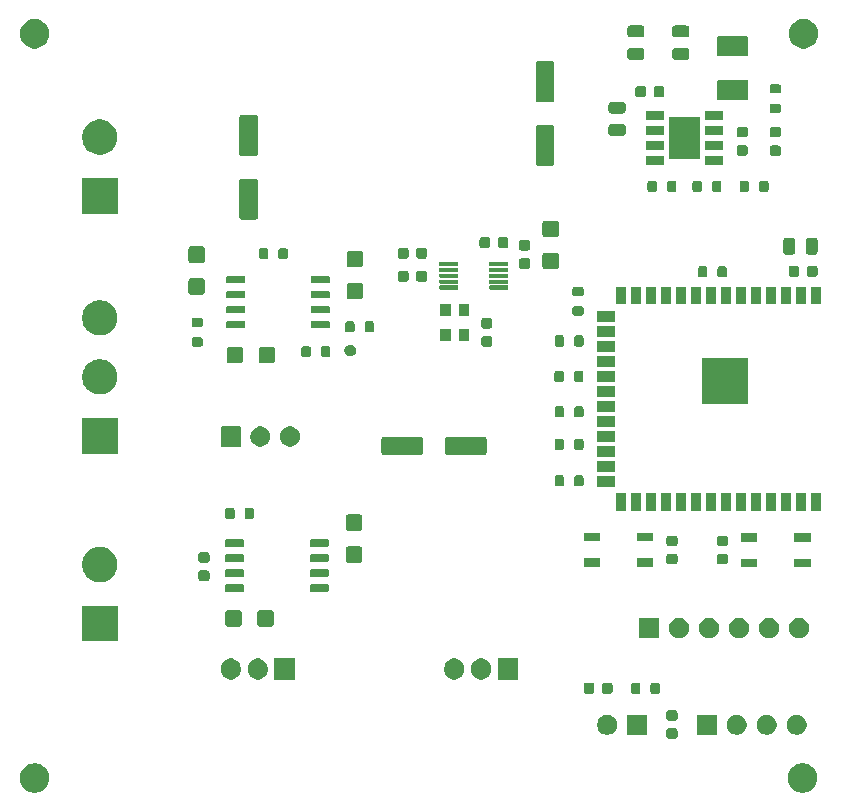
<source format=gbr>
%TF.GenerationSoftware,KiCad,Pcbnew,9.0.3*%
%TF.CreationDate,2025-07-27T16:10:42+12:00*%
%TF.ProjectId,ES-Speed-Box-Controller,45532d53-7065-4656-942d-426f782d436f,rev?*%
%TF.SameCoordinates,Original*%
%TF.FileFunction,Soldermask,Top*%
%TF.FilePolarity,Negative*%
%FSLAX46Y46*%
G04 Gerber Fmt 4.6, Leading zero omitted, Abs format (unit mm)*
G04 Created by KiCad (PCBNEW 9.0.3) date 2025-07-27 16:10:42*
%MOMM*%
%LPD*%
G01*
G04 APERTURE LIST*
G04 APERTURE END LIST*
G36*
X62791807Y-94284538D02*
G01*
X62978354Y-94345151D01*
X63153123Y-94434200D01*
X63311810Y-94549493D01*
X63450507Y-94688190D01*
X63565800Y-94846877D01*
X63654849Y-95021646D01*
X63715462Y-95208193D01*
X63746147Y-95401926D01*
X63746147Y-95598074D01*
X63715462Y-95791807D01*
X63654849Y-95978354D01*
X63565800Y-96153123D01*
X63450507Y-96311810D01*
X63311810Y-96450507D01*
X63153123Y-96565800D01*
X62978354Y-96654849D01*
X62791807Y-96715462D01*
X62598074Y-96746147D01*
X62401926Y-96746147D01*
X62208193Y-96715462D01*
X62021646Y-96654849D01*
X61846877Y-96565800D01*
X61688190Y-96450507D01*
X61549493Y-96311810D01*
X61434200Y-96153123D01*
X61345151Y-95978354D01*
X61284538Y-95791807D01*
X61253853Y-95598074D01*
X61253853Y-95401926D01*
X61284538Y-95208193D01*
X61345151Y-95021646D01*
X61434200Y-94846877D01*
X61549493Y-94688190D01*
X61688190Y-94549493D01*
X61846877Y-94434200D01*
X62021646Y-94345151D01*
X62208193Y-94284538D01*
X62401926Y-94253853D01*
X62598074Y-94253853D01*
X62791807Y-94284538D01*
G37*
G36*
X127791807Y-94284538D02*
G01*
X127978354Y-94345151D01*
X128153123Y-94434200D01*
X128311810Y-94549493D01*
X128450507Y-94688190D01*
X128565800Y-94846877D01*
X128654849Y-95021646D01*
X128715462Y-95208193D01*
X128746147Y-95401926D01*
X128746147Y-95598074D01*
X128715462Y-95791807D01*
X128654849Y-95978354D01*
X128565800Y-96153123D01*
X128450507Y-96311810D01*
X128311810Y-96450507D01*
X128153123Y-96565800D01*
X127978354Y-96654849D01*
X127791807Y-96715462D01*
X127598074Y-96746147D01*
X127401926Y-96746147D01*
X127208193Y-96715462D01*
X127021646Y-96654849D01*
X126846877Y-96565800D01*
X126688190Y-96450507D01*
X126549493Y-96311810D01*
X126434200Y-96153123D01*
X126345151Y-95978354D01*
X126284538Y-95791807D01*
X126253853Y-95598074D01*
X126253853Y-95401926D01*
X126284538Y-95208193D01*
X126345151Y-95021646D01*
X126434200Y-94846877D01*
X126549493Y-94688190D01*
X126688190Y-94549493D01*
X126846877Y-94434200D01*
X127021646Y-94345151D01*
X127208193Y-94284538D01*
X127401926Y-94253853D01*
X127598074Y-94253853D01*
X127791807Y-94284538D01*
G37*
G36*
X116704850Y-91300964D02*
G01*
X116749317Y-91306123D01*
X116764510Y-91312831D01*
X116786104Y-91317127D01*
X116809222Y-91332574D01*
X116826567Y-91340233D01*
X116838412Y-91352078D01*
X116859099Y-91365901D01*
X116872921Y-91386587D01*
X116884766Y-91398432D01*
X116892423Y-91415774D01*
X116907873Y-91438896D01*
X116912168Y-91460491D01*
X116918876Y-91475682D01*
X116924033Y-91520139D01*
X116925000Y-91525000D01*
X116925000Y-91975000D01*
X116924032Y-91979862D01*
X116918876Y-92024317D01*
X116912168Y-92039506D01*
X116907873Y-92061104D01*
X116892422Y-92084227D01*
X116884766Y-92101567D01*
X116872923Y-92113409D01*
X116859099Y-92134099D01*
X116838409Y-92147923D01*
X116826567Y-92159766D01*
X116809227Y-92167422D01*
X116786104Y-92182873D01*
X116764506Y-92187168D01*
X116749317Y-92193876D01*
X116704861Y-92199032D01*
X116700000Y-92200000D01*
X116200000Y-92200000D01*
X116195138Y-92199033D01*
X116150682Y-92193876D01*
X116135491Y-92187168D01*
X116113896Y-92182873D01*
X116090774Y-92167423D01*
X116073432Y-92159766D01*
X116061587Y-92147921D01*
X116040901Y-92134099D01*
X116027078Y-92113412D01*
X116015233Y-92101567D01*
X116007574Y-92084222D01*
X115992127Y-92061104D01*
X115987831Y-92039510D01*
X115981123Y-92024317D01*
X115975964Y-91979849D01*
X115975000Y-91975000D01*
X115975000Y-91525000D01*
X115975964Y-91520150D01*
X115981123Y-91475682D01*
X115987832Y-91460487D01*
X115992127Y-91438896D01*
X116007573Y-91415779D01*
X116015233Y-91398432D01*
X116027080Y-91386584D01*
X116040901Y-91365901D01*
X116061584Y-91352080D01*
X116073432Y-91340233D01*
X116090779Y-91332573D01*
X116113896Y-91317127D01*
X116135487Y-91312832D01*
X116150682Y-91306123D01*
X116195151Y-91300964D01*
X116200000Y-91300000D01*
X116700000Y-91300000D01*
X116704850Y-91300964D01*
G37*
G36*
X114350000Y-91850000D02*
G01*
X112650000Y-91850000D01*
X112650000Y-90150000D01*
X114350000Y-90150000D01*
X114350000Y-91850000D01*
G37*
G36*
X120230000Y-91850000D02*
G01*
X118530000Y-91850000D01*
X118530000Y-90150000D01*
X120230000Y-90150000D01*
X120230000Y-91850000D01*
G37*
G36*
X111206742Y-90186601D02*
G01*
X111360687Y-90250367D01*
X111499234Y-90342941D01*
X111617059Y-90460766D01*
X111709633Y-90599313D01*
X111773399Y-90753258D01*
X111805907Y-90916685D01*
X111805907Y-91083315D01*
X111773399Y-91246742D01*
X111709633Y-91400687D01*
X111617059Y-91539234D01*
X111499234Y-91657059D01*
X111360687Y-91749633D01*
X111206742Y-91813399D01*
X111043315Y-91845907D01*
X110876685Y-91845907D01*
X110713258Y-91813399D01*
X110559313Y-91749633D01*
X110420766Y-91657059D01*
X110302941Y-91539234D01*
X110210367Y-91400687D01*
X110146601Y-91246742D01*
X110114093Y-91083315D01*
X110114093Y-90916685D01*
X110146601Y-90753258D01*
X110210367Y-90599313D01*
X110302941Y-90460766D01*
X110420766Y-90342941D01*
X110559313Y-90250367D01*
X110713258Y-90186601D01*
X110876685Y-90154093D01*
X111043315Y-90154093D01*
X111206742Y-90186601D01*
G37*
G36*
X122166742Y-90186601D02*
G01*
X122320687Y-90250367D01*
X122459234Y-90342941D01*
X122577059Y-90460766D01*
X122669633Y-90599313D01*
X122733399Y-90753258D01*
X122765907Y-90916685D01*
X122765907Y-91083315D01*
X122733399Y-91246742D01*
X122669633Y-91400687D01*
X122577059Y-91539234D01*
X122459234Y-91657059D01*
X122320687Y-91749633D01*
X122166742Y-91813399D01*
X122003315Y-91845907D01*
X121836685Y-91845907D01*
X121673258Y-91813399D01*
X121519313Y-91749633D01*
X121380766Y-91657059D01*
X121262941Y-91539234D01*
X121170367Y-91400687D01*
X121106601Y-91246742D01*
X121074093Y-91083315D01*
X121074093Y-90916685D01*
X121106601Y-90753258D01*
X121170367Y-90599313D01*
X121262941Y-90460766D01*
X121380766Y-90342941D01*
X121519313Y-90250367D01*
X121673258Y-90186601D01*
X121836685Y-90154093D01*
X122003315Y-90154093D01*
X122166742Y-90186601D01*
G37*
G36*
X124706741Y-90186601D02*
G01*
X124860686Y-90250367D01*
X124999233Y-90342941D01*
X125117058Y-90460766D01*
X125209632Y-90599313D01*
X125273398Y-90753258D01*
X125305906Y-90916685D01*
X125305906Y-91083315D01*
X125273398Y-91246742D01*
X125209632Y-91400687D01*
X125117058Y-91539234D01*
X124999233Y-91657059D01*
X124860686Y-91749633D01*
X124706741Y-91813399D01*
X124543314Y-91845907D01*
X124376684Y-91845907D01*
X124213257Y-91813399D01*
X124059312Y-91749633D01*
X123920765Y-91657059D01*
X123802940Y-91539234D01*
X123710366Y-91400687D01*
X123646600Y-91246742D01*
X123614092Y-91083315D01*
X123614092Y-90916685D01*
X123646600Y-90753258D01*
X123710366Y-90599313D01*
X123802940Y-90460766D01*
X123920765Y-90342941D01*
X124059312Y-90250367D01*
X124213257Y-90186601D01*
X124376684Y-90154093D01*
X124543314Y-90154093D01*
X124706741Y-90186601D01*
G37*
G36*
X127246742Y-90186601D02*
G01*
X127400687Y-90250367D01*
X127539234Y-90342941D01*
X127657059Y-90460766D01*
X127749633Y-90599313D01*
X127813399Y-90753258D01*
X127845907Y-90916685D01*
X127845907Y-91083315D01*
X127813399Y-91246742D01*
X127749633Y-91400687D01*
X127657059Y-91539234D01*
X127539234Y-91657059D01*
X127400687Y-91749633D01*
X127246742Y-91813399D01*
X127083315Y-91845907D01*
X126916685Y-91845907D01*
X126753258Y-91813399D01*
X126599313Y-91749633D01*
X126460766Y-91657059D01*
X126342941Y-91539234D01*
X126250367Y-91400687D01*
X126186601Y-91246742D01*
X126154093Y-91083315D01*
X126154093Y-90916685D01*
X126186601Y-90753258D01*
X126250367Y-90599313D01*
X126342941Y-90460766D01*
X126460766Y-90342941D01*
X126599313Y-90250367D01*
X126753258Y-90186601D01*
X126916685Y-90154093D01*
X127083315Y-90154093D01*
X127246742Y-90186601D01*
G37*
G36*
X116704850Y-89750964D02*
G01*
X116749317Y-89756123D01*
X116764510Y-89762831D01*
X116786104Y-89767127D01*
X116809222Y-89782574D01*
X116826567Y-89790233D01*
X116838412Y-89802078D01*
X116859099Y-89815901D01*
X116872921Y-89836587D01*
X116884766Y-89848432D01*
X116892423Y-89865774D01*
X116907873Y-89888896D01*
X116912168Y-89910491D01*
X116918876Y-89925682D01*
X116924033Y-89970139D01*
X116925000Y-89975000D01*
X116925000Y-90425000D01*
X116924032Y-90429862D01*
X116918876Y-90474317D01*
X116912168Y-90489506D01*
X116907873Y-90511104D01*
X116892422Y-90534227D01*
X116884766Y-90551567D01*
X116872923Y-90563409D01*
X116859099Y-90584099D01*
X116838409Y-90597923D01*
X116826567Y-90609766D01*
X116809227Y-90617422D01*
X116786104Y-90632873D01*
X116764506Y-90637168D01*
X116749317Y-90643876D01*
X116704861Y-90649032D01*
X116700000Y-90650000D01*
X116200000Y-90650000D01*
X116195138Y-90649033D01*
X116150682Y-90643876D01*
X116135491Y-90637168D01*
X116113896Y-90632873D01*
X116090774Y-90617423D01*
X116073432Y-90609766D01*
X116061587Y-90597921D01*
X116040901Y-90584099D01*
X116027078Y-90563412D01*
X116015233Y-90551567D01*
X116007574Y-90534222D01*
X115992127Y-90511104D01*
X115987831Y-90489510D01*
X115981123Y-90474317D01*
X115975964Y-90429849D01*
X115975000Y-90425000D01*
X115975000Y-89975000D01*
X115975964Y-89970150D01*
X115981123Y-89925682D01*
X115987832Y-89910487D01*
X115992127Y-89888896D01*
X116007573Y-89865779D01*
X116015233Y-89848432D01*
X116027080Y-89836584D01*
X116040901Y-89815901D01*
X116061584Y-89802080D01*
X116073432Y-89790233D01*
X116090779Y-89782573D01*
X116113896Y-89767127D01*
X116135487Y-89762832D01*
X116150682Y-89756123D01*
X116195151Y-89750964D01*
X116200000Y-89750000D01*
X116700000Y-89750000D01*
X116704850Y-89750964D01*
G37*
G36*
X109654850Y-87425964D02*
G01*
X109699317Y-87431123D01*
X109714510Y-87437831D01*
X109736104Y-87442127D01*
X109759222Y-87457574D01*
X109776567Y-87465233D01*
X109788412Y-87477078D01*
X109809099Y-87490901D01*
X109822921Y-87511587D01*
X109834766Y-87523432D01*
X109842423Y-87540774D01*
X109857873Y-87563896D01*
X109862168Y-87585491D01*
X109868876Y-87600682D01*
X109874033Y-87645139D01*
X109875000Y-87650000D01*
X109875000Y-88150000D01*
X109874032Y-88154862D01*
X109868876Y-88199317D01*
X109862168Y-88214506D01*
X109857873Y-88236104D01*
X109842422Y-88259227D01*
X109834766Y-88276567D01*
X109822923Y-88288409D01*
X109809099Y-88309099D01*
X109788409Y-88322923D01*
X109776567Y-88334766D01*
X109759227Y-88342422D01*
X109736104Y-88357873D01*
X109714506Y-88362168D01*
X109699317Y-88368876D01*
X109654861Y-88374032D01*
X109650000Y-88375000D01*
X109200000Y-88375000D01*
X109195138Y-88374033D01*
X109150682Y-88368876D01*
X109135491Y-88362168D01*
X109113896Y-88357873D01*
X109090774Y-88342423D01*
X109073432Y-88334766D01*
X109061587Y-88322921D01*
X109040901Y-88309099D01*
X109027078Y-88288412D01*
X109015233Y-88276567D01*
X109007574Y-88259222D01*
X108992127Y-88236104D01*
X108987831Y-88214510D01*
X108981123Y-88199317D01*
X108975964Y-88154849D01*
X108975000Y-88150000D01*
X108975000Y-87650000D01*
X108975964Y-87645150D01*
X108981123Y-87600682D01*
X108987832Y-87585487D01*
X108992127Y-87563896D01*
X109007573Y-87540779D01*
X109015233Y-87523432D01*
X109027080Y-87511584D01*
X109040901Y-87490901D01*
X109061584Y-87477080D01*
X109073432Y-87465233D01*
X109090779Y-87457573D01*
X109113896Y-87442127D01*
X109135487Y-87437832D01*
X109150682Y-87431123D01*
X109195151Y-87425964D01*
X109200000Y-87425000D01*
X109650000Y-87425000D01*
X109654850Y-87425964D01*
G37*
G36*
X111204850Y-87425964D02*
G01*
X111249317Y-87431123D01*
X111264510Y-87437831D01*
X111286104Y-87442127D01*
X111309222Y-87457574D01*
X111326567Y-87465233D01*
X111338412Y-87477078D01*
X111359099Y-87490901D01*
X111372921Y-87511587D01*
X111384766Y-87523432D01*
X111392423Y-87540774D01*
X111407873Y-87563896D01*
X111412168Y-87585491D01*
X111418876Y-87600682D01*
X111424033Y-87645139D01*
X111425000Y-87650000D01*
X111425000Y-88150000D01*
X111424032Y-88154862D01*
X111418876Y-88199317D01*
X111412168Y-88214506D01*
X111407873Y-88236104D01*
X111392422Y-88259227D01*
X111384766Y-88276567D01*
X111372923Y-88288409D01*
X111359099Y-88309099D01*
X111338409Y-88322923D01*
X111326567Y-88334766D01*
X111309227Y-88342422D01*
X111286104Y-88357873D01*
X111264506Y-88362168D01*
X111249317Y-88368876D01*
X111204861Y-88374032D01*
X111200000Y-88375000D01*
X110750000Y-88375000D01*
X110745138Y-88374033D01*
X110700682Y-88368876D01*
X110685491Y-88362168D01*
X110663896Y-88357873D01*
X110640774Y-88342423D01*
X110623432Y-88334766D01*
X110611587Y-88322921D01*
X110590901Y-88309099D01*
X110577078Y-88288412D01*
X110565233Y-88276567D01*
X110557574Y-88259222D01*
X110542127Y-88236104D01*
X110537831Y-88214510D01*
X110531123Y-88199317D01*
X110525964Y-88154849D01*
X110525000Y-88150000D01*
X110525000Y-87650000D01*
X110525964Y-87645150D01*
X110531123Y-87600682D01*
X110537832Y-87585487D01*
X110542127Y-87563896D01*
X110557573Y-87540779D01*
X110565233Y-87523432D01*
X110577080Y-87511584D01*
X110590901Y-87490901D01*
X110611584Y-87477080D01*
X110623432Y-87465233D01*
X110640779Y-87457573D01*
X110663896Y-87442127D01*
X110685487Y-87437832D01*
X110700682Y-87431123D01*
X110745151Y-87425964D01*
X110750000Y-87425000D01*
X111200000Y-87425000D01*
X111204850Y-87425964D01*
G37*
G36*
X113651537Y-87440224D02*
G01*
X113716421Y-87483579D01*
X113759776Y-87548463D01*
X113775000Y-87625000D01*
X113775000Y-88175000D01*
X113759776Y-88251537D01*
X113716421Y-88316421D01*
X113651537Y-88359776D01*
X113575000Y-88375000D01*
X113175000Y-88375000D01*
X113098463Y-88359776D01*
X113033579Y-88316421D01*
X112990224Y-88251537D01*
X112975000Y-88175000D01*
X112975000Y-87625000D01*
X112990224Y-87548463D01*
X113033579Y-87483579D01*
X113098463Y-87440224D01*
X113175000Y-87425000D01*
X113575000Y-87425000D01*
X113651537Y-87440224D01*
G37*
G36*
X115301537Y-87440224D02*
G01*
X115366421Y-87483579D01*
X115409776Y-87548463D01*
X115425000Y-87625000D01*
X115425000Y-88175000D01*
X115409776Y-88251537D01*
X115366421Y-88316421D01*
X115301537Y-88359776D01*
X115225000Y-88375000D01*
X114825000Y-88375000D01*
X114748463Y-88359776D01*
X114683579Y-88316421D01*
X114640224Y-88251537D01*
X114625000Y-88175000D01*
X114625000Y-87625000D01*
X114640224Y-87548463D01*
X114683579Y-87483579D01*
X114748463Y-87440224D01*
X114825000Y-87425000D01*
X115225000Y-87425000D01*
X115301537Y-87440224D01*
G37*
G36*
X84507499Y-87175002D02*
G01*
X82797499Y-87175002D01*
X82797499Y-85375002D01*
X84507499Y-85375002D01*
X84507499Y-87175002D01*
G37*
G36*
X103430000Y-87175002D02*
G01*
X101720000Y-87175002D01*
X101720000Y-85375002D01*
X103430000Y-85375002D01*
X103430000Y-87175002D01*
G37*
G36*
X79340692Y-85411818D02*
G01*
X79495543Y-85475959D01*
X79634905Y-85569078D01*
X79753423Y-85687596D01*
X79846542Y-85826958D01*
X79910683Y-85981809D01*
X79943382Y-86146197D01*
X79947499Y-86230002D01*
X79947499Y-86320002D01*
X79943382Y-86403807D01*
X79910683Y-86568195D01*
X79846542Y-86723046D01*
X79753423Y-86862408D01*
X79634905Y-86980926D01*
X79495543Y-87074045D01*
X79340692Y-87138186D01*
X79176304Y-87170885D01*
X79008694Y-87170885D01*
X78844306Y-87138186D01*
X78689455Y-87074045D01*
X78550093Y-86980926D01*
X78431575Y-86862408D01*
X78338456Y-86723046D01*
X78274315Y-86568195D01*
X78241616Y-86403807D01*
X78237499Y-86320002D01*
X78237499Y-86230002D01*
X78241616Y-86146197D01*
X78274315Y-85981809D01*
X78338456Y-85826958D01*
X78431575Y-85687596D01*
X78550093Y-85569078D01*
X78689455Y-85475959D01*
X78844306Y-85411818D01*
X79008694Y-85379119D01*
X79176304Y-85379119D01*
X79340692Y-85411818D01*
G37*
G36*
X81620693Y-85411818D02*
G01*
X81775544Y-85475959D01*
X81914906Y-85569078D01*
X82033424Y-85687596D01*
X82126543Y-85826958D01*
X82190684Y-85981809D01*
X82223383Y-86146197D01*
X82227500Y-86230002D01*
X82227500Y-86320002D01*
X82223383Y-86403807D01*
X82190684Y-86568195D01*
X82126543Y-86723046D01*
X82033424Y-86862408D01*
X81914906Y-86980926D01*
X81775544Y-87074045D01*
X81620693Y-87138186D01*
X81456305Y-87170885D01*
X81288695Y-87170885D01*
X81124307Y-87138186D01*
X80969456Y-87074045D01*
X80830094Y-86980926D01*
X80711576Y-86862408D01*
X80618457Y-86723046D01*
X80554316Y-86568195D01*
X80521617Y-86403807D01*
X80517500Y-86320002D01*
X80517500Y-86230002D01*
X80521617Y-86146197D01*
X80554316Y-85981809D01*
X80618457Y-85826958D01*
X80711576Y-85687596D01*
X80830094Y-85569078D01*
X80969456Y-85475959D01*
X81124307Y-85411818D01*
X81288695Y-85379119D01*
X81456305Y-85379119D01*
X81620693Y-85411818D01*
G37*
G36*
X98263193Y-85411818D02*
G01*
X98418044Y-85475959D01*
X98557406Y-85569078D01*
X98675924Y-85687596D01*
X98769043Y-85826958D01*
X98833184Y-85981809D01*
X98865883Y-86146197D01*
X98870000Y-86230002D01*
X98870000Y-86320002D01*
X98865883Y-86403807D01*
X98833184Y-86568195D01*
X98769043Y-86723046D01*
X98675924Y-86862408D01*
X98557406Y-86980926D01*
X98418044Y-87074045D01*
X98263193Y-87138186D01*
X98098805Y-87170885D01*
X97931195Y-87170885D01*
X97766807Y-87138186D01*
X97611956Y-87074045D01*
X97472594Y-86980926D01*
X97354076Y-86862408D01*
X97260957Y-86723046D01*
X97196816Y-86568195D01*
X97164117Y-86403807D01*
X97160000Y-86320002D01*
X97160000Y-86230002D01*
X97164117Y-86146197D01*
X97196816Y-85981809D01*
X97260957Y-85826958D01*
X97354076Y-85687596D01*
X97472594Y-85569078D01*
X97611956Y-85475959D01*
X97766807Y-85411818D01*
X97931195Y-85379119D01*
X98098805Y-85379119D01*
X98263193Y-85411818D01*
G37*
G36*
X100543194Y-85411818D02*
G01*
X100698045Y-85475959D01*
X100837407Y-85569078D01*
X100955925Y-85687596D01*
X101049044Y-85826958D01*
X101113185Y-85981809D01*
X101145884Y-86146197D01*
X101150001Y-86230002D01*
X101150001Y-86320002D01*
X101145884Y-86403807D01*
X101113185Y-86568195D01*
X101049044Y-86723046D01*
X100955925Y-86862408D01*
X100837407Y-86980926D01*
X100698045Y-87074045D01*
X100543194Y-87138186D01*
X100378806Y-87170885D01*
X100211196Y-87170885D01*
X100046808Y-87138186D01*
X99891957Y-87074045D01*
X99752595Y-86980926D01*
X99634077Y-86862408D01*
X99540958Y-86723046D01*
X99476817Y-86568195D01*
X99444118Y-86403807D01*
X99440001Y-86320002D01*
X99440001Y-86230002D01*
X99444118Y-86146197D01*
X99476817Y-85981809D01*
X99540958Y-85826958D01*
X99634077Y-85687596D01*
X99752595Y-85569078D01*
X99891957Y-85475959D01*
X100046808Y-85411818D01*
X100211196Y-85379119D01*
X100378806Y-85379119D01*
X100543194Y-85411818D01*
G37*
G36*
X69507500Y-83937501D02*
G01*
X66507500Y-83937501D01*
X66507500Y-80937501D01*
X69507500Y-80937501D01*
X69507500Y-83937501D01*
G37*
G36*
X115365000Y-83650000D02*
G01*
X113665000Y-83650000D01*
X113665000Y-81950000D01*
X115365000Y-81950000D01*
X115365000Y-83650000D01*
G37*
G36*
X117301742Y-81986601D02*
G01*
X117455687Y-82050367D01*
X117594234Y-82142941D01*
X117712059Y-82260766D01*
X117804633Y-82399313D01*
X117868399Y-82553258D01*
X117900907Y-82716685D01*
X117900907Y-82883315D01*
X117868399Y-83046742D01*
X117804633Y-83200687D01*
X117712059Y-83339234D01*
X117594234Y-83457059D01*
X117455687Y-83549633D01*
X117301742Y-83613399D01*
X117138315Y-83645907D01*
X116971685Y-83645907D01*
X116808258Y-83613399D01*
X116654313Y-83549633D01*
X116515766Y-83457059D01*
X116397941Y-83339234D01*
X116305367Y-83200687D01*
X116241601Y-83046742D01*
X116209093Y-82883315D01*
X116209093Y-82716685D01*
X116241601Y-82553258D01*
X116305367Y-82399313D01*
X116397941Y-82260766D01*
X116515766Y-82142941D01*
X116654313Y-82050367D01*
X116808258Y-81986601D01*
X116971685Y-81954093D01*
X117138315Y-81954093D01*
X117301742Y-81986601D01*
G37*
G36*
X119841742Y-81986601D02*
G01*
X119995687Y-82050367D01*
X120134234Y-82142941D01*
X120252059Y-82260766D01*
X120344633Y-82399313D01*
X120408399Y-82553258D01*
X120440907Y-82716685D01*
X120440907Y-82883315D01*
X120408399Y-83046742D01*
X120344633Y-83200687D01*
X120252059Y-83339234D01*
X120134234Y-83457059D01*
X119995687Y-83549633D01*
X119841742Y-83613399D01*
X119678315Y-83645907D01*
X119511685Y-83645907D01*
X119348258Y-83613399D01*
X119194313Y-83549633D01*
X119055766Y-83457059D01*
X118937941Y-83339234D01*
X118845367Y-83200687D01*
X118781601Y-83046742D01*
X118749093Y-82883315D01*
X118749093Y-82716685D01*
X118781601Y-82553258D01*
X118845367Y-82399313D01*
X118937941Y-82260766D01*
X119055766Y-82142941D01*
X119194313Y-82050367D01*
X119348258Y-81986601D01*
X119511685Y-81954093D01*
X119678315Y-81954093D01*
X119841742Y-81986601D01*
G37*
G36*
X122381742Y-81986601D02*
G01*
X122535687Y-82050367D01*
X122674234Y-82142941D01*
X122792059Y-82260766D01*
X122884633Y-82399313D01*
X122948399Y-82553258D01*
X122980907Y-82716685D01*
X122980907Y-82883315D01*
X122948399Y-83046742D01*
X122884633Y-83200687D01*
X122792059Y-83339234D01*
X122674234Y-83457059D01*
X122535687Y-83549633D01*
X122381742Y-83613399D01*
X122218315Y-83645907D01*
X122051685Y-83645907D01*
X121888258Y-83613399D01*
X121734313Y-83549633D01*
X121595766Y-83457059D01*
X121477941Y-83339234D01*
X121385367Y-83200687D01*
X121321601Y-83046742D01*
X121289093Y-82883315D01*
X121289093Y-82716685D01*
X121321601Y-82553258D01*
X121385367Y-82399313D01*
X121477941Y-82260766D01*
X121595766Y-82142941D01*
X121734313Y-82050367D01*
X121888258Y-81986601D01*
X122051685Y-81954093D01*
X122218315Y-81954093D01*
X122381742Y-81986601D01*
G37*
G36*
X124921742Y-81986601D02*
G01*
X125075687Y-82050367D01*
X125214234Y-82142941D01*
X125332059Y-82260766D01*
X125424633Y-82399313D01*
X125488399Y-82553258D01*
X125520907Y-82716685D01*
X125520907Y-82883315D01*
X125488399Y-83046742D01*
X125424633Y-83200687D01*
X125332059Y-83339234D01*
X125214234Y-83457059D01*
X125075687Y-83549633D01*
X124921742Y-83613399D01*
X124758315Y-83645907D01*
X124591685Y-83645907D01*
X124428258Y-83613399D01*
X124274313Y-83549633D01*
X124135766Y-83457059D01*
X124017941Y-83339234D01*
X123925367Y-83200687D01*
X123861601Y-83046742D01*
X123829093Y-82883315D01*
X123829093Y-82716685D01*
X123861601Y-82553258D01*
X123925367Y-82399313D01*
X124017941Y-82260766D01*
X124135766Y-82142941D01*
X124274313Y-82050367D01*
X124428258Y-81986601D01*
X124591685Y-81954093D01*
X124758315Y-81954093D01*
X124921742Y-81986601D01*
G37*
G36*
X127461742Y-81986601D02*
G01*
X127615687Y-82050367D01*
X127754234Y-82142941D01*
X127872059Y-82260766D01*
X127964633Y-82399313D01*
X128028399Y-82553258D01*
X128060907Y-82716685D01*
X128060907Y-82883315D01*
X128028399Y-83046742D01*
X127964633Y-83200687D01*
X127872059Y-83339234D01*
X127754234Y-83457059D01*
X127615687Y-83549633D01*
X127461742Y-83613399D01*
X127298315Y-83645907D01*
X127131685Y-83645907D01*
X126968258Y-83613399D01*
X126814313Y-83549633D01*
X126675766Y-83457059D01*
X126557941Y-83339234D01*
X126465367Y-83200687D01*
X126401601Y-83046742D01*
X126369093Y-82883315D01*
X126369093Y-82716685D01*
X126401601Y-82553258D01*
X126465367Y-82399313D01*
X126557941Y-82260766D01*
X126675766Y-82142941D01*
X126814313Y-82050367D01*
X126968258Y-81986601D01*
X127131685Y-81954093D01*
X127298315Y-81954093D01*
X127461742Y-81986601D01*
G37*
G36*
X79784850Y-81305964D02*
G01*
X79835040Y-81311787D01*
X79852189Y-81319359D01*
X79875671Y-81324030D01*
X79900810Y-81340827D01*
X79920696Y-81349608D01*
X79934277Y-81363189D01*
X79956777Y-81378223D01*
X79971810Y-81400722D01*
X79985391Y-81414303D01*
X79994170Y-81434186D01*
X80010970Y-81459329D01*
X80015641Y-81482812D01*
X80023212Y-81499959D01*
X80029033Y-81550139D01*
X80030000Y-81555000D01*
X80030000Y-82445000D01*
X80029032Y-82449863D01*
X80023212Y-82500040D01*
X80015641Y-82517185D01*
X80010970Y-82540671D01*
X79994169Y-82565815D01*
X79985391Y-82585696D01*
X79971812Y-82599274D01*
X79956777Y-82621777D01*
X79934274Y-82636812D01*
X79920696Y-82650391D01*
X79900815Y-82659169D01*
X79875671Y-82675970D01*
X79852185Y-82680641D01*
X79835040Y-82688212D01*
X79784861Y-82694032D01*
X79780000Y-82695000D01*
X78865000Y-82695000D01*
X78860138Y-82694032D01*
X78809959Y-82688212D01*
X78792812Y-82680641D01*
X78769329Y-82675970D01*
X78744186Y-82659170D01*
X78724303Y-82650391D01*
X78710722Y-82636810D01*
X78688223Y-82621777D01*
X78673189Y-82599277D01*
X78659608Y-82585696D01*
X78650827Y-82565810D01*
X78634030Y-82540671D01*
X78629359Y-82517189D01*
X78621787Y-82500040D01*
X78615964Y-82449849D01*
X78615000Y-82445000D01*
X78615000Y-81555000D01*
X78615964Y-81550150D01*
X78621787Y-81499959D01*
X78629359Y-81482808D01*
X78634030Y-81459329D01*
X78650826Y-81434191D01*
X78659608Y-81414303D01*
X78673191Y-81400719D01*
X78688223Y-81378223D01*
X78710719Y-81363191D01*
X78724303Y-81349608D01*
X78744191Y-81340826D01*
X78769329Y-81324030D01*
X78792808Y-81319359D01*
X78809959Y-81311787D01*
X78860151Y-81305964D01*
X78865000Y-81305000D01*
X79780000Y-81305000D01*
X79784850Y-81305964D01*
G37*
G36*
X82489850Y-81305964D02*
G01*
X82540040Y-81311787D01*
X82557189Y-81319359D01*
X82580671Y-81324030D01*
X82605810Y-81340827D01*
X82625696Y-81349608D01*
X82639277Y-81363189D01*
X82661777Y-81378223D01*
X82676810Y-81400722D01*
X82690391Y-81414303D01*
X82699170Y-81434186D01*
X82715970Y-81459329D01*
X82720641Y-81482812D01*
X82728212Y-81499959D01*
X82734033Y-81550139D01*
X82735000Y-81555000D01*
X82735000Y-82445000D01*
X82734032Y-82449863D01*
X82728212Y-82500040D01*
X82720641Y-82517185D01*
X82715970Y-82540671D01*
X82699169Y-82565815D01*
X82690391Y-82585696D01*
X82676812Y-82599274D01*
X82661777Y-82621777D01*
X82639274Y-82636812D01*
X82625696Y-82650391D01*
X82605815Y-82659169D01*
X82580671Y-82675970D01*
X82557185Y-82680641D01*
X82540040Y-82688212D01*
X82489861Y-82694032D01*
X82485000Y-82695000D01*
X81570000Y-82695000D01*
X81565138Y-82694032D01*
X81514959Y-82688212D01*
X81497812Y-82680641D01*
X81474329Y-82675970D01*
X81449186Y-82659170D01*
X81429303Y-82650391D01*
X81415722Y-82636810D01*
X81393223Y-82621777D01*
X81378189Y-82599277D01*
X81364608Y-82585696D01*
X81355827Y-82565810D01*
X81339030Y-82540671D01*
X81334359Y-82517189D01*
X81326787Y-82500040D01*
X81320964Y-82449849D01*
X81320000Y-82445000D01*
X81320000Y-81555000D01*
X81320964Y-81550150D01*
X81326787Y-81499959D01*
X81334359Y-81482808D01*
X81339030Y-81459329D01*
X81355826Y-81434191D01*
X81364608Y-81414303D01*
X81378191Y-81400719D01*
X81393223Y-81378223D01*
X81415719Y-81363191D01*
X81429303Y-81349608D01*
X81449191Y-81340826D01*
X81474329Y-81324030D01*
X81497808Y-81319359D01*
X81514959Y-81311787D01*
X81565151Y-81305964D01*
X81570000Y-81305000D01*
X82485000Y-81305000D01*
X82489850Y-81305964D01*
G37*
G36*
X80124686Y-79092370D02*
G01*
X80177405Y-79127595D01*
X80212630Y-79180314D01*
X80225000Y-79242500D01*
X80225000Y-79567500D01*
X80212630Y-79629686D01*
X80177405Y-79682405D01*
X80124686Y-79717630D01*
X80062500Y-79730000D01*
X78762500Y-79730000D01*
X78700314Y-79717630D01*
X78647595Y-79682405D01*
X78612370Y-79629686D01*
X78600000Y-79567500D01*
X78600000Y-79242500D01*
X78612370Y-79180314D01*
X78647595Y-79127595D01*
X78700314Y-79092370D01*
X78762500Y-79080000D01*
X80062500Y-79080000D01*
X80124686Y-79092370D01*
G37*
G36*
X87299686Y-79092370D02*
G01*
X87352405Y-79127595D01*
X87387630Y-79180314D01*
X87400000Y-79242500D01*
X87400000Y-79567500D01*
X87387630Y-79629686D01*
X87352405Y-79682405D01*
X87299686Y-79717630D01*
X87237500Y-79730000D01*
X85937500Y-79730000D01*
X85875314Y-79717630D01*
X85822595Y-79682405D01*
X85787370Y-79629686D01*
X85775000Y-79567500D01*
X85775000Y-79242500D01*
X85787370Y-79180314D01*
X85822595Y-79127595D01*
X85875314Y-79092370D01*
X85937500Y-79080000D01*
X87237500Y-79080000D01*
X87299686Y-79092370D01*
G37*
G36*
X68357668Y-75978946D02*
G01*
X68581525Y-76051682D01*
X68791248Y-76158541D01*
X68981672Y-76296892D01*
X69148109Y-76463329D01*
X69286460Y-76653753D01*
X69393319Y-76863476D01*
X69466055Y-77087333D01*
X69502876Y-77319812D01*
X69502876Y-77555190D01*
X69466055Y-77787669D01*
X69393319Y-78011526D01*
X69286460Y-78221249D01*
X69148109Y-78411673D01*
X68981672Y-78578110D01*
X68791248Y-78716461D01*
X68581525Y-78823320D01*
X68357668Y-78896056D01*
X68125189Y-78932877D01*
X67889811Y-78932877D01*
X67657332Y-78896056D01*
X67433475Y-78823320D01*
X67223752Y-78716461D01*
X67033328Y-78578110D01*
X66866891Y-78411673D01*
X66728540Y-78221249D01*
X66621681Y-78011526D01*
X66548945Y-77787669D01*
X66512124Y-77555190D01*
X66512124Y-77319812D01*
X66548945Y-77087333D01*
X66621681Y-76863476D01*
X66728540Y-76653753D01*
X66866891Y-76463329D01*
X67033328Y-76296892D01*
X67223752Y-76158541D01*
X67433475Y-76051682D01*
X67657332Y-75978946D01*
X67889811Y-75942125D01*
X68125189Y-75942125D01*
X68357668Y-75978946D01*
G37*
G36*
X77079850Y-77925964D02*
G01*
X77124317Y-77931123D01*
X77139510Y-77937831D01*
X77161104Y-77942127D01*
X77184222Y-77957574D01*
X77201567Y-77965233D01*
X77213412Y-77977078D01*
X77234099Y-77990901D01*
X77247921Y-78011587D01*
X77259766Y-78023432D01*
X77267423Y-78040774D01*
X77282873Y-78063896D01*
X77287168Y-78085491D01*
X77293876Y-78100682D01*
X77299033Y-78145139D01*
X77300000Y-78150000D01*
X77300000Y-78600000D01*
X77299032Y-78604862D01*
X77293876Y-78649317D01*
X77287168Y-78664506D01*
X77282873Y-78686104D01*
X77267422Y-78709227D01*
X77259766Y-78726567D01*
X77247923Y-78738409D01*
X77234099Y-78759099D01*
X77213409Y-78772923D01*
X77201567Y-78784766D01*
X77184227Y-78792422D01*
X77161104Y-78807873D01*
X77139506Y-78812168D01*
X77124317Y-78818876D01*
X77079861Y-78824032D01*
X77075000Y-78825000D01*
X76575000Y-78825000D01*
X76570138Y-78824033D01*
X76525682Y-78818876D01*
X76510491Y-78812168D01*
X76488896Y-78807873D01*
X76465774Y-78792423D01*
X76448432Y-78784766D01*
X76436587Y-78772921D01*
X76415901Y-78759099D01*
X76402078Y-78738412D01*
X76390233Y-78726567D01*
X76382574Y-78709222D01*
X76367127Y-78686104D01*
X76362831Y-78664510D01*
X76356123Y-78649317D01*
X76350964Y-78604849D01*
X76350000Y-78600000D01*
X76350000Y-78150000D01*
X76350964Y-78145150D01*
X76356123Y-78100682D01*
X76362832Y-78085487D01*
X76367127Y-78063896D01*
X76382573Y-78040779D01*
X76390233Y-78023432D01*
X76402080Y-78011584D01*
X76415901Y-77990901D01*
X76436584Y-77977080D01*
X76448432Y-77965233D01*
X76465779Y-77957573D01*
X76488896Y-77942127D01*
X76510487Y-77937832D01*
X76525682Y-77931123D01*
X76570151Y-77925964D01*
X76575000Y-77925000D01*
X77075000Y-77925000D01*
X77079850Y-77925964D01*
G37*
G36*
X80124686Y-77822370D02*
G01*
X80177405Y-77857595D01*
X80212630Y-77910314D01*
X80225000Y-77972500D01*
X80225000Y-78297500D01*
X80212630Y-78359686D01*
X80177405Y-78412405D01*
X80124686Y-78447630D01*
X80062500Y-78460000D01*
X78762500Y-78460000D01*
X78700314Y-78447630D01*
X78647595Y-78412405D01*
X78612370Y-78359686D01*
X78600000Y-78297500D01*
X78600000Y-77972500D01*
X78612370Y-77910314D01*
X78647595Y-77857595D01*
X78700314Y-77822370D01*
X78762500Y-77810000D01*
X80062500Y-77810000D01*
X80124686Y-77822370D01*
G37*
G36*
X87299686Y-77822370D02*
G01*
X87352405Y-77857595D01*
X87387630Y-77910314D01*
X87400000Y-77972500D01*
X87400000Y-78297500D01*
X87387630Y-78359686D01*
X87352405Y-78412405D01*
X87299686Y-78447630D01*
X87237500Y-78460000D01*
X85937500Y-78460000D01*
X85875314Y-78447630D01*
X85822595Y-78412405D01*
X85787370Y-78359686D01*
X85775000Y-78297500D01*
X85775000Y-77972500D01*
X85787370Y-77910314D01*
X85822595Y-77857595D01*
X85875314Y-77822370D01*
X85937500Y-77810000D01*
X87237500Y-77810000D01*
X87299686Y-77822370D01*
G37*
G36*
X123687899Y-77655599D02*
G01*
X122290899Y-77655599D01*
X122290899Y-76944399D01*
X123687899Y-76944399D01*
X123687899Y-77655599D01*
G37*
G36*
X128209101Y-77655599D02*
G01*
X126812101Y-77655599D01*
X126812101Y-76944399D01*
X128209101Y-76944399D01*
X128209101Y-77655599D01*
G37*
G36*
X110362899Y-77630599D02*
G01*
X108965899Y-77630599D01*
X108965899Y-76919399D01*
X110362899Y-76919399D01*
X110362899Y-77630599D01*
G37*
G36*
X114884101Y-77630599D02*
G01*
X113487101Y-77630599D01*
X113487101Y-76919399D01*
X114884101Y-76919399D01*
X114884101Y-77630599D01*
G37*
G36*
X116704850Y-76525964D02*
G01*
X116749317Y-76531123D01*
X116764510Y-76537831D01*
X116786104Y-76542127D01*
X116809222Y-76557574D01*
X116826567Y-76565233D01*
X116838412Y-76577078D01*
X116859099Y-76590901D01*
X116872921Y-76611587D01*
X116884766Y-76623432D01*
X116892423Y-76640774D01*
X116907873Y-76663896D01*
X116912168Y-76685491D01*
X116918876Y-76700682D01*
X116924033Y-76745139D01*
X116925000Y-76750000D01*
X116925000Y-77200000D01*
X116924032Y-77204862D01*
X116918876Y-77249317D01*
X116912168Y-77264506D01*
X116907873Y-77286104D01*
X116892422Y-77309227D01*
X116884766Y-77326567D01*
X116872923Y-77338409D01*
X116859099Y-77359099D01*
X116838409Y-77372923D01*
X116826567Y-77384766D01*
X116809227Y-77392422D01*
X116786104Y-77407873D01*
X116764506Y-77412168D01*
X116749317Y-77418876D01*
X116704861Y-77424032D01*
X116700000Y-77425000D01*
X116200000Y-77425000D01*
X116195138Y-77424033D01*
X116150682Y-77418876D01*
X116135491Y-77412168D01*
X116113896Y-77407873D01*
X116090774Y-77392423D01*
X116073432Y-77384766D01*
X116061587Y-77372921D01*
X116040901Y-77359099D01*
X116027078Y-77338412D01*
X116015233Y-77326567D01*
X116007574Y-77309222D01*
X115992127Y-77286104D01*
X115987831Y-77264510D01*
X115981123Y-77249317D01*
X115975964Y-77204849D01*
X115975000Y-77200000D01*
X115975000Y-76750000D01*
X115975964Y-76745150D01*
X115981123Y-76700682D01*
X115987832Y-76685487D01*
X115992127Y-76663896D01*
X116007573Y-76640779D01*
X116015233Y-76623432D01*
X116027080Y-76611584D01*
X116040901Y-76590901D01*
X116061584Y-76577080D01*
X116073432Y-76565233D01*
X116090779Y-76557573D01*
X116113896Y-76542127D01*
X116135487Y-76537832D01*
X116150682Y-76531123D01*
X116195151Y-76525964D01*
X116200000Y-76525000D01*
X116700000Y-76525000D01*
X116704850Y-76525964D01*
G37*
G36*
X120979850Y-76525964D02*
G01*
X121024317Y-76531123D01*
X121039510Y-76537831D01*
X121061104Y-76542127D01*
X121084222Y-76557574D01*
X121101567Y-76565233D01*
X121113412Y-76577078D01*
X121134099Y-76590901D01*
X121147921Y-76611587D01*
X121159766Y-76623432D01*
X121167423Y-76640774D01*
X121182873Y-76663896D01*
X121187168Y-76685491D01*
X121193876Y-76700682D01*
X121199033Y-76745139D01*
X121200000Y-76750000D01*
X121200000Y-77200000D01*
X121199032Y-77204862D01*
X121193876Y-77249317D01*
X121187168Y-77264506D01*
X121182873Y-77286104D01*
X121167422Y-77309227D01*
X121159766Y-77326567D01*
X121147923Y-77338409D01*
X121134099Y-77359099D01*
X121113409Y-77372923D01*
X121101567Y-77384766D01*
X121084227Y-77392422D01*
X121061104Y-77407873D01*
X121039506Y-77412168D01*
X121024317Y-77418876D01*
X120979861Y-77424032D01*
X120975000Y-77425000D01*
X120475000Y-77425000D01*
X120470138Y-77424033D01*
X120425682Y-77418876D01*
X120410491Y-77412168D01*
X120388896Y-77407873D01*
X120365774Y-77392423D01*
X120348432Y-77384766D01*
X120336587Y-77372921D01*
X120315901Y-77359099D01*
X120302078Y-77338412D01*
X120290233Y-77326567D01*
X120282574Y-77309222D01*
X120267127Y-77286104D01*
X120262831Y-77264510D01*
X120256123Y-77249317D01*
X120250964Y-77204849D01*
X120250000Y-77200000D01*
X120250000Y-76750000D01*
X120250964Y-76745150D01*
X120256123Y-76700682D01*
X120262832Y-76685487D01*
X120267127Y-76663896D01*
X120282573Y-76640779D01*
X120290233Y-76623432D01*
X120302080Y-76611584D01*
X120315901Y-76590901D01*
X120336584Y-76577080D01*
X120348432Y-76565233D01*
X120365779Y-76557573D01*
X120388896Y-76542127D01*
X120410487Y-76537832D01*
X120425682Y-76531123D01*
X120470151Y-76525964D01*
X120475000Y-76525000D01*
X120975000Y-76525000D01*
X120979850Y-76525964D01*
G37*
G36*
X89974850Y-75870964D02*
G01*
X90025040Y-75876787D01*
X90042189Y-75884359D01*
X90065671Y-75889030D01*
X90090810Y-75905827D01*
X90110696Y-75914608D01*
X90124277Y-75928189D01*
X90146777Y-75943223D01*
X90161810Y-75965722D01*
X90175391Y-75979303D01*
X90184170Y-75999186D01*
X90200970Y-76024329D01*
X90205641Y-76047812D01*
X90213212Y-76064959D01*
X90219033Y-76115139D01*
X90220000Y-76120000D01*
X90220000Y-77035000D01*
X90219032Y-77039863D01*
X90213212Y-77090040D01*
X90205641Y-77107185D01*
X90200970Y-77130671D01*
X90184169Y-77155815D01*
X90175391Y-77175696D01*
X90161812Y-77189274D01*
X90146777Y-77211777D01*
X90124274Y-77226812D01*
X90110696Y-77240391D01*
X90090815Y-77249169D01*
X90065671Y-77265970D01*
X90042185Y-77270641D01*
X90025040Y-77278212D01*
X89974861Y-77284032D01*
X89970000Y-77285000D01*
X89080000Y-77285000D01*
X89075138Y-77284032D01*
X89024959Y-77278212D01*
X89007812Y-77270641D01*
X88984329Y-77265970D01*
X88959186Y-77249170D01*
X88939303Y-77240391D01*
X88925722Y-77226810D01*
X88903223Y-77211777D01*
X88888189Y-77189277D01*
X88874608Y-77175696D01*
X88865827Y-77155810D01*
X88849030Y-77130671D01*
X88844359Y-77107189D01*
X88836787Y-77090040D01*
X88830964Y-77039849D01*
X88830000Y-77035000D01*
X88830000Y-76120000D01*
X88830964Y-76115150D01*
X88836787Y-76064959D01*
X88844359Y-76047808D01*
X88849030Y-76024329D01*
X88865826Y-75999191D01*
X88874608Y-75979303D01*
X88888191Y-75965719D01*
X88903223Y-75943223D01*
X88925719Y-75928191D01*
X88939303Y-75914608D01*
X88959191Y-75905826D01*
X88984329Y-75889030D01*
X89007808Y-75884359D01*
X89024959Y-75876787D01*
X89075151Y-75870964D01*
X89080000Y-75870000D01*
X89970000Y-75870000D01*
X89974850Y-75870964D01*
G37*
G36*
X77079850Y-76375964D02*
G01*
X77124317Y-76381123D01*
X77139510Y-76387831D01*
X77161104Y-76392127D01*
X77184222Y-76407574D01*
X77201567Y-76415233D01*
X77213412Y-76427078D01*
X77234099Y-76440901D01*
X77247921Y-76461587D01*
X77259766Y-76473432D01*
X77267423Y-76490774D01*
X77282873Y-76513896D01*
X77287168Y-76535491D01*
X77293876Y-76550682D01*
X77299033Y-76595139D01*
X77300000Y-76600000D01*
X77300000Y-77050000D01*
X77299032Y-77054862D01*
X77293876Y-77099317D01*
X77287168Y-77114506D01*
X77282873Y-77136104D01*
X77267422Y-77159227D01*
X77259766Y-77176567D01*
X77247923Y-77188409D01*
X77234099Y-77209099D01*
X77213409Y-77222923D01*
X77201567Y-77234766D01*
X77184227Y-77242422D01*
X77161104Y-77257873D01*
X77139506Y-77262168D01*
X77124317Y-77268876D01*
X77079861Y-77274032D01*
X77075000Y-77275000D01*
X76575000Y-77275000D01*
X76570138Y-77274033D01*
X76525682Y-77268876D01*
X76510491Y-77262168D01*
X76488896Y-77257873D01*
X76465774Y-77242423D01*
X76448432Y-77234766D01*
X76436587Y-77222921D01*
X76415901Y-77209099D01*
X76402078Y-77188412D01*
X76390233Y-77176567D01*
X76382574Y-77159222D01*
X76367127Y-77136104D01*
X76362831Y-77114510D01*
X76356123Y-77099317D01*
X76350964Y-77054849D01*
X76350000Y-77050000D01*
X76350000Y-76600000D01*
X76350964Y-76595150D01*
X76356123Y-76550682D01*
X76362832Y-76535487D01*
X76367127Y-76513896D01*
X76382573Y-76490779D01*
X76390233Y-76473432D01*
X76402080Y-76461584D01*
X76415901Y-76440901D01*
X76436584Y-76427080D01*
X76448432Y-76415233D01*
X76465779Y-76407573D01*
X76488896Y-76392127D01*
X76510487Y-76387832D01*
X76525682Y-76381123D01*
X76570151Y-76375964D01*
X76575000Y-76375000D01*
X77075000Y-76375000D01*
X77079850Y-76375964D01*
G37*
G36*
X80124686Y-76552370D02*
G01*
X80177405Y-76587595D01*
X80212630Y-76640314D01*
X80225000Y-76702500D01*
X80225000Y-77027500D01*
X80212630Y-77089686D01*
X80177405Y-77142405D01*
X80124686Y-77177630D01*
X80062500Y-77190000D01*
X78762500Y-77190000D01*
X78700314Y-77177630D01*
X78647595Y-77142405D01*
X78612370Y-77089686D01*
X78600000Y-77027500D01*
X78600000Y-76702500D01*
X78612370Y-76640314D01*
X78647595Y-76587595D01*
X78700314Y-76552370D01*
X78762500Y-76540000D01*
X80062500Y-76540000D01*
X80124686Y-76552370D01*
G37*
G36*
X87299686Y-76552370D02*
G01*
X87352405Y-76587595D01*
X87387630Y-76640314D01*
X87400000Y-76702500D01*
X87400000Y-77027500D01*
X87387630Y-77089686D01*
X87352405Y-77142405D01*
X87299686Y-77177630D01*
X87237500Y-77190000D01*
X85937500Y-77190000D01*
X85875314Y-77177630D01*
X85822595Y-77142405D01*
X85787370Y-77089686D01*
X85775000Y-77027500D01*
X85775000Y-76702500D01*
X85787370Y-76640314D01*
X85822595Y-76587595D01*
X85875314Y-76552370D01*
X85937500Y-76540000D01*
X87237500Y-76540000D01*
X87299686Y-76552370D01*
G37*
G36*
X80124686Y-75282370D02*
G01*
X80177405Y-75317595D01*
X80212630Y-75370314D01*
X80225000Y-75432500D01*
X80225000Y-75757500D01*
X80212630Y-75819686D01*
X80177405Y-75872405D01*
X80124686Y-75907630D01*
X80062500Y-75920000D01*
X78762500Y-75920000D01*
X78700314Y-75907630D01*
X78647595Y-75872405D01*
X78612370Y-75819686D01*
X78600000Y-75757500D01*
X78600000Y-75432500D01*
X78612370Y-75370314D01*
X78647595Y-75317595D01*
X78700314Y-75282370D01*
X78762500Y-75270000D01*
X80062500Y-75270000D01*
X80124686Y-75282370D01*
G37*
G36*
X87299686Y-75282370D02*
G01*
X87352405Y-75317595D01*
X87387630Y-75370314D01*
X87400000Y-75432500D01*
X87400000Y-75757500D01*
X87387630Y-75819686D01*
X87352405Y-75872405D01*
X87299686Y-75907630D01*
X87237500Y-75920000D01*
X85937500Y-75920000D01*
X85875314Y-75907630D01*
X85822595Y-75872405D01*
X85787370Y-75819686D01*
X85775000Y-75757500D01*
X85775000Y-75432500D01*
X85787370Y-75370314D01*
X85822595Y-75317595D01*
X85875314Y-75282370D01*
X85937500Y-75270000D01*
X87237500Y-75270000D01*
X87299686Y-75282370D01*
G37*
G36*
X116704850Y-74975964D02*
G01*
X116749317Y-74981123D01*
X116764510Y-74987831D01*
X116786104Y-74992127D01*
X116809222Y-75007574D01*
X116826567Y-75015233D01*
X116838412Y-75027078D01*
X116859099Y-75040901D01*
X116872921Y-75061587D01*
X116884766Y-75073432D01*
X116892423Y-75090774D01*
X116907873Y-75113896D01*
X116912168Y-75135491D01*
X116918876Y-75150682D01*
X116924033Y-75195139D01*
X116925000Y-75200000D01*
X116925000Y-75650000D01*
X116924032Y-75654862D01*
X116918876Y-75699317D01*
X116912168Y-75714506D01*
X116907873Y-75736104D01*
X116892422Y-75759227D01*
X116884766Y-75776567D01*
X116872923Y-75788409D01*
X116859099Y-75809099D01*
X116838409Y-75822923D01*
X116826567Y-75834766D01*
X116809227Y-75842422D01*
X116786104Y-75857873D01*
X116764506Y-75862168D01*
X116749317Y-75868876D01*
X116704861Y-75874032D01*
X116700000Y-75875000D01*
X116200000Y-75875000D01*
X116195138Y-75874033D01*
X116150682Y-75868876D01*
X116135491Y-75862168D01*
X116113896Y-75857873D01*
X116090774Y-75842423D01*
X116073432Y-75834766D01*
X116061587Y-75822921D01*
X116040901Y-75809099D01*
X116027078Y-75788412D01*
X116015233Y-75776567D01*
X116007574Y-75759222D01*
X115992127Y-75736104D01*
X115987831Y-75714510D01*
X115981123Y-75699317D01*
X115975964Y-75654849D01*
X115975000Y-75650000D01*
X115975000Y-75200000D01*
X115975964Y-75195150D01*
X115981123Y-75150682D01*
X115987832Y-75135487D01*
X115992127Y-75113896D01*
X116007573Y-75090779D01*
X116015233Y-75073432D01*
X116027080Y-75061584D01*
X116040901Y-75040901D01*
X116061584Y-75027080D01*
X116073432Y-75015233D01*
X116090779Y-75007573D01*
X116113896Y-74992127D01*
X116135487Y-74987832D01*
X116150682Y-74981123D01*
X116195151Y-74975964D01*
X116200000Y-74975000D01*
X116700000Y-74975000D01*
X116704850Y-74975964D01*
G37*
G36*
X120979850Y-74975964D02*
G01*
X121024317Y-74981123D01*
X121039510Y-74987831D01*
X121061104Y-74992127D01*
X121084222Y-75007574D01*
X121101567Y-75015233D01*
X121113412Y-75027078D01*
X121134099Y-75040901D01*
X121147921Y-75061587D01*
X121159766Y-75073432D01*
X121167423Y-75090774D01*
X121182873Y-75113896D01*
X121187168Y-75135491D01*
X121193876Y-75150682D01*
X121199033Y-75195139D01*
X121200000Y-75200000D01*
X121200000Y-75650000D01*
X121199032Y-75654862D01*
X121193876Y-75699317D01*
X121187168Y-75714506D01*
X121182873Y-75736104D01*
X121167422Y-75759227D01*
X121159766Y-75776567D01*
X121147923Y-75788409D01*
X121134099Y-75809099D01*
X121113409Y-75822923D01*
X121101567Y-75834766D01*
X121084227Y-75842422D01*
X121061104Y-75857873D01*
X121039506Y-75862168D01*
X121024317Y-75868876D01*
X120979861Y-75874032D01*
X120975000Y-75875000D01*
X120475000Y-75875000D01*
X120470138Y-75874033D01*
X120425682Y-75868876D01*
X120410491Y-75862168D01*
X120388896Y-75857873D01*
X120365774Y-75842423D01*
X120348432Y-75834766D01*
X120336587Y-75822921D01*
X120315901Y-75809099D01*
X120302078Y-75788412D01*
X120290233Y-75776567D01*
X120282574Y-75759222D01*
X120267127Y-75736104D01*
X120262831Y-75714510D01*
X120256123Y-75699317D01*
X120250964Y-75654849D01*
X120250000Y-75650000D01*
X120250000Y-75200000D01*
X120250964Y-75195150D01*
X120256123Y-75150682D01*
X120262832Y-75135487D01*
X120267127Y-75113896D01*
X120282573Y-75090779D01*
X120290233Y-75073432D01*
X120302080Y-75061584D01*
X120315901Y-75040901D01*
X120336584Y-75027080D01*
X120348432Y-75015233D01*
X120365779Y-75007573D01*
X120388896Y-74992127D01*
X120410487Y-74987832D01*
X120425682Y-74981123D01*
X120470151Y-74975964D01*
X120475000Y-74975000D01*
X120975000Y-74975000D01*
X120979850Y-74975964D01*
G37*
G36*
X123687899Y-75505601D02*
G01*
X122290899Y-75505601D01*
X122290899Y-74794401D01*
X123687899Y-74794401D01*
X123687899Y-75505601D01*
G37*
G36*
X128209101Y-75505601D02*
G01*
X126812101Y-75505601D01*
X126812101Y-74794401D01*
X128209101Y-74794401D01*
X128209101Y-75505601D01*
G37*
G36*
X110362899Y-75480601D02*
G01*
X108965899Y-75480601D01*
X108965899Y-74769401D01*
X110362899Y-74769401D01*
X110362899Y-75480601D01*
G37*
G36*
X114884101Y-75480601D02*
G01*
X113487101Y-75480601D01*
X113487101Y-74769401D01*
X114884101Y-74769401D01*
X114884101Y-75480601D01*
G37*
G36*
X89974850Y-73165964D02*
G01*
X90025040Y-73171787D01*
X90042189Y-73179359D01*
X90065671Y-73184030D01*
X90090810Y-73200827D01*
X90110696Y-73209608D01*
X90124277Y-73223189D01*
X90146777Y-73238223D01*
X90161810Y-73260722D01*
X90175391Y-73274303D01*
X90184170Y-73294186D01*
X90200970Y-73319329D01*
X90205641Y-73342812D01*
X90213212Y-73359959D01*
X90219033Y-73410139D01*
X90220000Y-73415000D01*
X90220000Y-74330000D01*
X90219032Y-74334863D01*
X90213212Y-74385040D01*
X90205641Y-74402185D01*
X90200970Y-74425671D01*
X90184169Y-74450815D01*
X90175391Y-74470696D01*
X90161812Y-74484274D01*
X90146777Y-74506777D01*
X90124274Y-74521812D01*
X90110696Y-74535391D01*
X90090815Y-74544169D01*
X90065671Y-74560970D01*
X90042185Y-74565641D01*
X90025040Y-74573212D01*
X89974861Y-74579032D01*
X89970000Y-74580000D01*
X89080000Y-74580000D01*
X89075138Y-74579032D01*
X89024959Y-74573212D01*
X89007812Y-74565641D01*
X88984329Y-74560970D01*
X88959186Y-74544170D01*
X88939303Y-74535391D01*
X88925722Y-74521810D01*
X88903223Y-74506777D01*
X88888189Y-74484277D01*
X88874608Y-74470696D01*
X88865827Y-74450810D01*
X88849030Y-74425671D01*
X88844359Y-74402189D01*
X88836787Y-74385040D01*
X88830964Y-74334849D01*
X88830000Y-74330000D01*
X88830000Y-73415000D01*
X88830964Y-73410150D01*
X88836787Y-73359959D01*
X88844359Y-73342808D01*
X88849030Y-73319329D01*
X88865826Y-73294191D01*
X88874608Y-73274303D01*
X88888191Y-73260719D01*
X88903223Y-73238223D01*
X88925719Y-73223191D01*
X88939303Y-73209608D01*
X88959191Y-73200826D01*
X88984329Y-73184030D01*
X89007808Y-73179359D01*
X89024959Y-73171787D01*
X89075151Y-73165964D01*
X89080000Y-73165000D01*
X89970000Y-73165000D01*
X89974850Y-73165964D01*
G37*
G36*
X79301537Y-72640224D02*
G01*
X79366421Y-72683579D01*
X79409776Y-72748463D01*
X79425000Y-72825000D01*
X79425000Y-73375000D01*
X79409776Y-73451537D01*
X79366421Y-73516421D01*
X79301537Y-73559776D01*
X79225000Y-73575000D01*
X78825000Y-73575000D01*
X78748463Y-73559776D01*
X78683579Y-73516421D01*
X78640224Y-73451537D01*
X78625000Y-73375000D01*
X78625000Y-72825000D01*
X78640224Y-72748463D01*
X78683579Y-72683579D01*
X78748463Y-72640224D01*
X78825000Y-72625000D01*
X79225000Y-72625000D01*
X79301537Y-72640224D01*
G37*
G36*
X80951537Y-72640224D02*
G01*
X81016421Y-72683579D01*
X81059776Y-72748463D01*
X81075000Y-72825000D01*
X81075000Y-73375000D01*
X81059776Y-73451537D01*
X81016421Y-73516421D01*
X80951537Y-73559776D01*
X80875000Y-73575000D01*
X80475000Y-73575000D01*
X80398463Y-73559776D01*
X80333579Y-73516421D01*
X80290224Y-73451537D01*
X80275000Y-73375000D01*
X80275000Y-72825000D01*
X80290224Y-72748463D01*
X80333579Y-72683579D01*
X80398463Y-72640224D01*
X80475000Y-72625000D01*
X80875000Y-72625000D01*
X80951537Y-72640224D01*
G37*
G36*
X112575000Y-72900000D02*
G01*
X111675000Y-72900000D01*
X111675000Y-71400000D01*
X112575000Y-71400000D01*
X112575000Y-72900000D01*
G37*
G36*
X113845000Y-72900000D02*
G01*
X112945000Y-72900000D01*
X112945000Y-71400000D01*
X113845000Y-71400000D01*
X113845000Y-72900000D01*
G37*
G36*
X115115000Y-72900000D02*
G01*
X114215000Y-72900000D01*
X114215000Y-71400000D01*
X115115000Y-71400000D01*
X115115000Y-72900000D01*
G37*
G36*
X116385000Y-72900000D02*
G01*
X115485000Y-72900000D01*
X115485000Y-71400000D01*
X116385000Y-71400000D01*
X116385000Y-72900000D01*
G37*
G36*
X117655000Y-72900000D02*
G01*
X116755000Y-72900000D01*
X116755000Y-71400000D01*
X117655000Y-71400000D01*
X117655000Y-72900000D01*
G37*
G36*
X118925000Y-72900000D02*
G01*
X118025000Y-72900000D01*
X118025000Y-71400000D01*
X118925000Y-71400000D01*
X118925000Y-72900000D01*
G37*
G36*
X120195000Y-72900000D02*
G01*
X119295000Y-72900000D01*
X119295000Y-71400000D01*
X120195000Y-71400000D01*
X120195000Y-72900000D01*
G37*
G36*
X121465000Y-72900000D02*
G01*
X120565000Y-72900000D01*
X120565000Y-71400000D01*
X121465000Y-71400000D01*
X121465000Y-72900000D01*
G37*
G36*
X122735000Y-72900000D02*
G01*
X121835000Y-72900000D01*
X121835000Y-71400000D01*
X122735000Y-71400000D01*
X122735000Y-72900000D01*
G37*
G36*
X124005000Y-72900000D02*
G01*
X123105000Y-72900000D01*
X123105000Y-71400000D01*
X124005000Y-71400000D01*
X124005000Y-72900000D01*
G37*
G36*
X125275000Y-72900000D02*
G01*
X124375000Y-72900000D01*
X124375000Y-71400000D01*
X125275000Y-71400000D01*
X125275000Y-72900000D01*
G37*
G36*
X126545000Y-72900000D02*
G01*
X125645000Y-72900000D01*
X125645000Y-71400000D01*
X126545000Y-71400000D01*
X126545000Y-72900000D01*
G37*
G36*
X127815000Y-72900000D02*
G01*
X126915000Y-72900000D01*
X126915000Y-71400000D01*
X127815000Y-71400000D01*
X127815000Y-72900000D01*
G37*
G36*
X129085000Y-72900000D02*
G01*
X128185000Y-72900000D01*
X128185000Y-71400000D01*
X129085000Y-71400000D01*
X129085000Y-72900000D01*
G37*
G36*
X111625000Y-70835000D02*
G01*
X110125000Y-70835000D01*
X110125000Y-69935000D01*
X111625000Y-69935000D01*
X111625000Y-70835000D01*
G37*
G36*
X107201537Y-69890224D02*
G01*
X107266421Y-69933579D01*
X107309776Y-69998463D01*
X107325000Y-70075000D01*
X107325000Y-70625000D01*
X107309776Y-70701537D01*
X107266421Y-70766421D01*
X107201537Y-70809776D01*
X107125000Y-70825000D01*
X106725000Y-70825000D01*
X106648463Y-70809776D01*
X106583579Y-70766421D01*
X106540224Y-70701537D01*
X106525000Y-70625000D01*
X106525000Y-70075000D01*
X106540224Y-69998463D01*
X106583579Y-69933579D01*
X106648463Y-69890224D01*
X106725000Y-69875000D01*
X107125000Y-69875000D01*
X107201537Y-69890224D01*
G37*
G36*
X108851537Y-69890224D02*
G01*
X108916421Y-69933579D01*
X108959776Y-69998463D01*
X108975000Y-70075000D01*
X108975000Y-70625000D01*
X108959776Y-70701537D01*
X108916421Y-70766421D01*
X108851537Y-70809776D01*
X108775000Y-70825000D01*
X108375000Y-70825000D01*
X108298463Y-70809776D01*
X108233579Y-70766421D01*
X108190224Y-70701537D01*
X108175000Y-70625000D01*
X108175000Y-70075000D01*
X108190224Y-69998463D01*
X108233579Y-69933579D01*
X108298463Y-69890224D01*
X108375000Y-69875000D01*
X108775000Y-69875000D01*
X108851537Y-69890224D01*
G37*
G36*
X111625000Y-69565000D02*
G01*
X110125000Y-69565000D01*
X110125000Y-68665000D01*
X111625000Y-68665000D01*
X111625000Y-69565000D01*
G37*
G36*
X111625000Y-68295000D02*
G01*
X110125000Y-68295000D01*
X110125000Y-67395000D01*
X111625000Y-67395000D01*
X111625000Y-68295000D01*
G37*
G36*
X95104850Y-66600964D02*
G01*
X95155040Y-66606787D01*
X95172189Y-66614359D01*
X95195671Y-66619030D01*
X95220810Y-66635827D01*
X95240696Y-66644608D01*
X95254277Y-66658189D01*
X95276777Y-66673223D01*
X95291810Y-66695722D01*
X95305391Y-66709303D01*
X95314170Y-66729186D01*
X95330970Y-66754329D01*
X95335641Y-66777812D01*
X95343212Y-66794959D01*
X95349033Y-66845139D01*
X95350000Y-66850000D01*
X95350000Y-67950000D01*
X95349032Y-67954863D01*
X95343212Y-68005040D01*
X95335641Y-68022185D01*
X95330970Y-68045671D01*
X95314169Y-68070815D01*
X95305391Y-68090696D01*
X95291812Y-68104274D01*
X95276777Y-68126777D01*
X95254274Y-68141812D01*
X95240696Y-68155391D01*
X95220815Y-68164169D01*
X95195671Y-68180970D01*
X95172185Y-68185641D01*
X95155040Y-68193212D01*
X95104861Y-68199032D01*
X95100000Y-68200000D01*
X92100000Y-68200000D01*
X92095138Y-68199032D01*
X92044959Y-68193212D01*
X92027812Y-68185641D01*
X92004329Y-68180970D01*
X91979186Y-68164170D01*
X91959303Y-68155391D01*
X91945722Y-68141810D01*
X91923223Y-68126777D01*
X91908189Y-68104277D01*
X91894608Y-68090696D01*
X91885827Y-68070810D01*
X91869030Y-68045671D01*
X91864359Y-68022189D01*
X91856787Y-68005040D01*
X91850964Y-67954849D01*
X91850000Y-67950000D01*
X91850000Y-66850000D01*
X91850964Y-66845150D01*
X91856787Y-66794959D01*
X91864359Y-66777808D01*
X91869030Y-66754329D01*
X91885826Y-66729191D01*
X91894608Y-66709303D01*
X91908191Y-66695719D01*
X91923223Y-66673223D01*
X91945719Y-66658191D01*
X91959303Y-66644608D01*
X91979191Y-66635826D01*
X92004329Y-66619030D01*
X92027808Y-66614359D01*
X92044959Y-66606787D01*
X92095151Y-66600964D01*
X92100000Y-66600000D01*
X95100000Y-66600000D01*
X95104850Y-66600964D01*
G37*
G36*
X100504850Y-66600964D02*
G01*
X100555040Y-66606787D01*
X100572189Y-66614359D01*
X100595671Y-66619030D01*
X100620810Y-66635827D01*
X100640696Y-66644608D01*
X100654277Y-66658189D01*
X100676777Y-66673223D01*
X100691810Y-66695722D01*
X100705391Y-66709303D01*
X100714170Y-66729186D01*
X100730970Y-66754329D01*
X100735641Y-66777812D01*
X100743212Y-66794959D01*
X100749033Y-66845139D01*
X100750000Y-66850000D01*
X100750000Y-67950000D01*
X100749032Y-67954863D01*
X100743212Y-68005040D01*
X100735641Y-68022185D01*
X100730970Y-68045671D01*
X100714169Y-68070815D01*
X100705391Y-68090696D01*
X100691812Y-68104274D01*
X100676777Y-68126777D01*
X100654274Y-68141812D01*
X100640696Y-68155391D01*
X100620815Y-68164169D01*
X100595671Y-68180970D01*
X100572185Y-68185641D01*
X100555040Y-68193212D01*
X100504861Y-68199032D01*
X100500000Y-68200000D01*
X97500000Y-68200000D01*
X97495138Y-68199032D01*
X97444959Y-68193212D01*
X97427812Y-68185641D01*
X97404329Y-68180970D01*
X97379186Y-68164170D01*
X97359303Y-68155391D01*
X97345722Y-68141810D01*
X97323223Y-68126777D01*
X97308189Y-68104277D01*
X97294608Y-68090696D01*
X97285827Y-68070810D01*
X97269030Y-68045671D01*
X97264359Y-68022189D01*
X97256787Y-68005040D01*
X97250964Y-67954849D01*
X97250000Y-67950000D01*
X97250000Y-66850000D01*
X97250964Y-66845150D01*
X97256787Y-66794959D01*
X97264359Y-66777808D01*
X97269030Y-66754329D01*
X97285826Y-66729191D01*
X97294608Y-66709303D01*
X97308191Y-66695719D01*
X97323223Y-66673223D01*
X97345719Y-66658191D01*
X97359303Y-66644608D01*
X97379191Y-66635826D01*
X97404329Y-66619030D01*
X97427808Y-66614359D01*
X97444959Y-66606787D01*
X97495151Y-66600964D01*
X97500000Y-66600000D01*
X100500000Y-66600000D01*
X100504850Y-66600964D01*
G37*
G36*
X69507500Y-68037500D02*
G01*
X66507500Y-68037500D01*
X66507500Y-65037500D01*
X69507500Y-65037500D01*
X69507500Y-68037500D01*
G37*
G36*
X107201537Y-66790224D02*
G01*
X107266421Y-66833579D01*
X107309776Y-66898463D01*
X107325000Y-66975000D01*
X107325000Y-67525000D01*
X107309776Y-67601537D01*
X107266421Y-67666421D01*
X107201537Y-67709776D01*
X107125000Y-67725000D01*
X106725000Y-67725000D01*
X106648463Y-67709776D01*
X106583579Y-67666421D01*
X106540224Y-67601537D01*
X106525000Y-67525000D01*
X106525000Y-66975000D01*
X106540224Y-66898463D01*
X106583579Y-66833579D01*
X106648463Y-66790224D01*
X106725000Y-66775000D01*
X107125000Y-66775000D01*
X107201537Y-66790224D01*
G37*
G36*
X108851537Y-66790224D02*
G01*
X108916421Y-66833579D01*
X108959776Y-66898463D01*
X108975000Y-66975000D01*
X108975000Y-67525000D01*
X108959776Y-67601537D01*
X108916421Y-67666421D01*
X108851537Y-67709776D01*
X108775000Y-67725000D01*
X108375000Y-67725000D01*
X108298463Y-67709776D01*
X108233579Y-67666421D01*
X108190224Y-67601537D01*
X108175000Y-67525000D01*
X108175000Y-66975000D01*
X108190224Y-66898463D01*
X108233579Y-66833579D01*
X108298463Y-66790224D01*
X108375000Y-66775000D01*
X108775000Y-66775000D01*
X108851537Y-66790224D01*
G37*
G36*
X79893034Y-65746057D02*
G01*
X79926125Y-65768168D01*
X79948236Y-65801259D01*
X79956000Y-65840293D01*
X79956000Y-67348293D01*
X79948236Y-67387327D01*
X79926125Y-67420418D01*
X79893034Y-67442529D01*
X79854000Y-67450293D01*
X78346000Y-67450293D01*
X78306966Y-67442529D01*
X78273875Y-67420418D01*
X78251764Y-67387327D01*
X78244000Y-67348293D01*
X78244000Y-65840293D01*
X78251764Y-65801259D01*
X78273875Y-65768168D01*
X78306966Y-65746057D01*
X78346000Y-65738293D01*
X79854000Y-65738293D01*
X79893034Y-65746057D01*
G37*
G36*
X81848484Y-65775152D02*
G01*
X82003516Y-65839368D01*
X82143041Y-65932596D01*
X82261697Y-66051252D01*
X82354925Y-66190777D01*
X82419141Y-66345809D01*
X82451878Y-66510390D01*
X82451878Y-66678196D01*
X82419141Y-66842777D01*
X82354925Y-66997809D01*
X82261697Y-67137334D01*
X82143041Y-67255990D01*
X82003516Y-67349218D01*
X81848484Y-67413434D01*
X81683903Y-67446171D01*
X81516097Y-67446171D01*
X81351516Y-67413434D01*
X81196484Y-67349218D01*
X81056959Y-67255990D01*
X80938303Y-67137334D01*
X80845075Y-66997809D01*
X80780859Y-66842777D01*
X80748122Y-66678196D01*
X80748122Y-66510390D01*
X80780859Y-66345809D01*
X80845075Y-66190777D01*
X80938303Y-66051252D01*
X81056959Y-65932596D01*
X81196484Y-65839368D01*
X81351516Y-65775152D01*
X81516097Y-65742415D01*
X81683903Y-65742415D01*
X81848484Y-65775152D01*
G37*
G36*
X84348484Y-65775152D02*
G01*
X84503516Y-65839368D01*
X84643041Y-65932596D01*
X84761697Y-66051252D01*
X84854925Y-66190777D01*
X84919141Y-66345809D01*
X84951878Y-66510390D01*
X84951878Y-66678196D01*
X84919141Y-66842777D01*
X84854925Y-66997809D01*
X84761697Y-67137334D01*
X84643041Y-67255990D01*
X84503516Y-67349218D01*
X84348484Y-67413434D01*
X84183903Y-67446171D01*
X84016097Y-67446171D01*
X83851516Y-67413434D01*
X83696484Y-67349218D01*
X83556959Y-67255990D01*
X83438303Y-67137334D01*
X83345075Y-66997809D01*
X83280859Y-66842777D01*
X83248122Y-66678196D01*
X83248122Y-66510390D01*
X83280859Y-66345809D01*
X83345075Y-66190777D01*
X83438303Y-66051252D01*
X83556959Y-65932596D01*
X83696484Y-65839368D01*
X83851516Y-65775152D01*
X84016097Y-65742415D01*
X84183903Y-65742415D01*
X84348484Y-65775152D01*
G37*
G36*
X111625000Y-67025000D02*
G01*
X110125000Y-67025000D01*
X110125000Y-66125000D01*
X111625000Y-66125000D01*
X111625000Y-67025000D01*
G37*
G36*
X111625000Y-65755000D02*
G01*
X110125000Y-65755000D01*
X110125000Y-64855000D01*
X111625000Y-64855000D01*
X111625000Y-65755000D01*
G37*
G36*
X107201537Y-64040224D02*
G01*
X107266421Y-64083579D01*
X107309776Y-64148463D01*
X107325000Y-64225000D01*
X107325000Y-64775000D01*
X107309776Y-64851537D01*
X107266421Y-64916421D01*
X107201537Y-64959776D01*
X107125000Y-64975000D01*
X106725000Y-64975000D01*
X106648463Y-64959776D01*
X106583579Y-64916421D01*
X106540224Y-64851537D01*
X106525000Y-64775000D01*
X106525000Y-64225000D01*
X106540224Y-64148463D01*
X106583579Y-64083579D01*
X106648463Y-64040224D01*
X106725000Y-64025000D01*
X107125000Y-64025000D01*
X107201537Y-64040224D01*
G37*
G36*
X108851537Y-64040224D02*
G01*
X108916421Y-64083579D01*
X108959776Y-64148463D01*
X108975000Y-64225000D01*
X108975000Y-64775000D01*
X108959776Y-64851537D01*
X108916421Y-64916421D01*
X108851537Y-64959776D01*
X108775000Y-64975000D01*
X108375000Y-64975000D01*
X108298463Y-64959776D01*
X108233579Y-64916421D01*
X108190224Y-64851537D01*
X108175000Y-64775000D01*
X108175000Y-64225000D01*
X108190224Y-64148463D01*
X108233579Y-64083579D01*
X108298463Y-64040224D01*
X108375000Y-64025000D01*
X108775000Y-64025000D01*
X108851537Y-64040224D01*
G37*
G36*
X111625000Y-64485000D02*
G01*
X110125000Y-64485000D01*
X110125000Y-63585000D01*
X111625000Y-63585000D01*
X111625000Y-64485000D01*
G37*
G36*
X122865000Y-63850000D02*
G01*
X118965000Y-63850000D01*
X118965000Y-59950000D01*
X122865000Y-59950000D01*
X122865000Y-63850000D01*
G37*
G36*
X111625000Y-63215000D02*
G01*
X110125000Y-63215000D01*
X110125000Y-62315000D01*
X111625000Y-62315000D01*
X111625000Y-63215000D01*
G37*
G36*
X68357668Y-60078945D02*
G01*
X68581525Y-60151681D01*
X68791248Y-60258540D01*
X68981672Y-60396891D01*
X69148109Y-60563328D01*
X69286460Y-60753752D01*
X69393319Y-60963475D01*
X69466055Y-61187332D01*
X69502876Y-61419811D01*
X69502876Y-61655189D01*
X69466055Y-61887668D01*
X69393319Y-62111525D01*
X69286460Y-62321248D01*
X69148109Y-62511672D01*
X68981672Y-62678109D01*
X68791248Y-62816460D01*
X68581525Y-62923319D01*
X68357668Y-62996055D01*
X68125189Y-63032876D01*
X67889811Y-63032876D01*
X67657332Y-62996055D01*
X67433475Y-62923319D01*
X67223752Y-62816460D01*
X67033328Y-62678109D01*
X66866891Y-62511672D01*
X66728540Y-62321248D01*
X66621681Y-62111525D01*
X66548945Y-61887668D01*
X66512124Y-61655189D01*
X66512124Y-61419811D01*
X66548945Y-61187332D01*
X66621681Y-60963475D01*
X66728540Y-60753752D01*
X66866891Y-60563328D01*
X67033328Y-60396891D01*
X67223752Y-60258540D01*
X67433475Y-60151681D01*
X67657332Y-60078945D01*
X67889811Y-60042124D01*
X68125189Y-60042124D01*
X68357668Y-60078945D01*
G37*
G36*
X107176537Y-61040224D02*
G01*
X107241421Y-61083579D01*
X107284776Y-61148463D01*
X107300000Y-61225000D01*
X107300000Y-61775000D01*
X107284776Y-61851537D01*
X107241421Y-61916421D01*
X107176537Y-61959776D01*
X107100000Y-61975000D01*
X106700000Y-61975000D01*
X106623463Y-61959776D01*
X106558579Y-61916421D01*
X106515224Y-61851537D01*
X106500000Y-61775000D01*
X106500000Y-61225000D01*
X106515224Y-61148463D01*
X106558579Y-61083579D01*
X106623463Y-61040224D01*
X106700000Y-61025000D01*
X107100000Y-61025000D01*
X107176537Y-61040224D01*
G37*
G36*
X108826537Y-61040224D02*
G01*
X108891421Y-61083579D01*
X108934776Y-61148463D01*
X108950000Y-61225000D01*
X108950000Y-61775000D01*
X108934776Y-61851537D01*
X108891421Y-61916421D01*
X108826537Y-61959776D01*
X108750000Y-61975000D01*
X108350000Y-61975000D01*
X108273463Y-61959776D01*
X108208579Y-61916421D01*
X108165224Y-61851537D01*
X108150000Y-61775000D01*
X108150000Y-61225000D01*
X108165224Y-61148463D01*
X108208579Y-61083579D01*
X108273463Y-61040224D01*
X108350000Y-61025000D01*
X108750000Y-61025000D01*
X108826537Y-61040224D01*
G37*
G36*
X111625000Y-61945000D02*
G01*
X110125000Y-61945000D01*
X110125000Y-61045000D01*
X111625000Y-61045000D01*
X111625000Y-61945000D01*
G37*
G36*
X111625000Y-60675000D02*
G01*
X110125000Y-60675000D01*
X110125000Y-59775000D01*
X111625000Y-59775000D01*
X111625000Y-60675000D01*
G37*
G36*
X79909850Y-59005964D02*
G01*
X79960040Y-59011787D01*
X79977189Y-59019359D01*
X80000671Y-59024030D01*
X80025810Y-59040827D01*
X80045696Y-59049608D01*
X80059277Y-59063189D01*
X80081777Y-59078223D01*
X80096810Y-59100722D01*
X80110391Y-59114303D01*
X80119170Y-59134186D01*
X80135970Y-59159329D01*
X80140641Y-59182812D01*
X80148212Y-59199959D01*
X80154033Y-59250139D01*
X80155000Y-59255000D01*
X80155000Y-60145000D01*
X80154032Y-60149863D01*
X80148212Y-60200040D01*
X80140641Y-60217185D01*
X80135970Y-60240671D01*
X80119169Y-60265815D01*
X80110391Y-60285696D01*
X80096812Y-60299274D01*
X80081777Y-60321777D01*
X80059274Y-60336812D01*
X80045696Y-60350391D01*
X80025815Y-60359169D01*
X80000671Y-60375970D01*
X79977185Y-60380641D01*
X79960040Y-60388212D01*
X79909861Y-60394032D01*
X79905000Y-60395000D01*
X78990000Y-60395000D01*
X78985138Y-60394032D01*
X78934959Y-60388212D01*
X78917812Y-60380641D01*
X78894329Y-60375970D01*
X78869186Y-60359170D01*
X78849303Y-60350391D01*
X78835722Y-60336810D01*
X78813223Y-60321777D01*
X78798189Y-60299277D01*
X78784608Y-60285696D01*
X78775827Y-60265810D01*
X78759030Y-60240671D01*
X78754359Y-60217189D01*
X78746787Y-60200040D01*
X78740964Y-60149849D01*
X78740000Y-60145000D01*
X78740000Y-59255000D01*
X78740964Y-59250150D01*
X78746787Y-59199959D01*
X78754359Y-59182808D01*
X78759030Y-59159329D01*
X78775826Y-59134191D01*
X78784608Y-59114303D01*
X78798191Y-59100719D01*
X78813223Y-59078223D01*
X78835719Y-59063191D01*
X78849303Y-59049608D01*
X78869191Y-59040826D01*
X78894329Y-59024030D01*
X78917808Y-59019359D01*
X78934959Y-59011787D01*
X78985151Y-59005964D01*
X78990000Y-59005000D01*
X79905000Y-59005000D01*
X79909850Y-59005964D01*
G37*
G36*
X82614850Y-59005964D02*
G01*
X82665040Y-59011787D01*
X82682189Y-59019359D01*
X82705671Y-59024030D01*
X82730810Y-59040827D01*
X82750696Y-59049608D01*
X82764277Y-59063189D01*
X82786777Y-59078223D01*
X82801810Y-59100722D01*
X82815391Y-59114303D01*
X82824170Y-59134186D01*
X82840970Y-59159329D01*
X82845641Y-59182812D01*
X82853212Y-59199959D01*
X82859033Y-59250139D01*
X82860000Y-59255000D01*
X82860000Y-60145000D01*
X82859032Y-60149863D01*
X82853212Y-60200040D01*
X82845641Y-60217185D01*
X82840970Y-60240671D01*
X82824169Y-60265815D01*
X82815391Y-60285696D01*
X82801812Y-60299274D01*
X82786777Y-60321777D01*
X82764274Y-60336812D01*
X82750696Y-60350391D01*
X82730815Y-60359169D01*
X82705671Y-60375970D01*
X82682185Y-60380641D01*
X82665040Y-60388212D01*
X82614861Y-60394032D01*
X82610000Y-60395000D01*
X81695000Y-60395000D01*
X81690138Y-60394032D01*
X81639959Y-60388212D01*
X81622812Y-60380641D01*
X81599329Y-60375970D01*
X81574186Y-60359170D01*
X81554303Y-60350391D01*
X81540722Y-60336810D01*
X81518223Y-60321777D01*
X81503189Y-60299277D01*
X81489608Y-60285696D01*
X81480827Y-60265810D01*
X81464030Y-60240671D01*
X81459359Y-60217189D01*
X81451787Y-60200040D01*
X81445964Y-60149849D01*
X81445000Y-60145000D01*
X81445000Y-59255000D01*
X81445964Y-59250150D01*
X81451787Y-59199959D01*
X81459359Y-59182808D01*
X81464030Y-59159329D01*
X81480826Y-59134191D01*
X81489608Y-59114303D01*
X81503191Y-59100719D01*
X81518223Y-59078223D01*
X81540719Y-59063191D01*
X81554303Y-59049608D01*
X81574191Y-59040826D01*
X81599329Y-59024030D01*
X81622808Y-59019359D01*
X81639959Y-59011787D01*
X81690151Y-59005964D01*
X81695000Y-59005000D01*
X82610000Y-59005000D01*
X82614850Y-59005964D01*
G37*
G36*
X85751537Y-58940224D02*
G01*
X85816421Y-58983579D01*
X85859776Y-59048463D01*
X85875000Y-59125000D01*
X85875000Y-59675000D01*
X85859776Y-59751537D01*
X85816421Y-59816421D01*
X85751537Y-59859776D01*
X85675000Y-59875000D01*
X85275000Y-59875000D01*
X85198463Y-59859776D01*
X85133579Y-59816421D01*
X85090224Y-59751537D01*
X85075000Y-59675000D01*
X85075000Y-59125000D01*
X85090224Y-59048463D01*
X85133579Y-58983579D01*
X85198463Y-58940224D01*
X85275000Y-58925000D01*
X85675000Y-58925000D01*
X85751537Y-58940224D01*
G37*
G36*
X87401537Y-58940224D02*
G01*
X87466421Y-58983579D01*
X87509776Y-59048463D01*
X87525000Y-59125000D01*
X87525000Y-59675000D01*
X87509776Y-59751537D01*
X87466421Y-59816421D01*
X87401537Y-59859776D01*
X87325000Y-59875000D01*
X86925000Y-59875000D01*
X86848463Y-59859776D01*
X86783579Y-59816421D01*
X86740224Y-59751537D01*
X86725000Y-59675000D01*
X86725000Y-59125000D01*
X86740224Y-59048463D01*
X86783579Y-58983579D01*
X86848463Y-58940224D01*
X86925000Y-58925000D01*
X87325000Y-58925000D01*
X87401537Y-58940224D01*
G37*
G36*
X89391342Y-58838060D02*
G01*
X89504381Y-58903323D01*
X89596677Y-58995619D01*
X89661940Y-59108658D01*
X89695722Y-59234737D01*
X89695722Y-59365263D01*
X89661940Y-59491342D01*
X89596677Y-59604381D01*
X89504381Y-59696677D01*
X89391342Y-59761940D01*
X89265263Y-59795722D01*
X89134737Y-59795722D01*
X89008658Y-59761940D01*
X88895619Y-59696677D01*
X88803323Y-59604381D01*
X88738060Y-59491342D01*
X88704278Y-59365263D01*
X88704278Y-59234737D01*
X88738060Y-59108658D01*
X88803323Y-58995619D01*
X88895619Y-58903323D01*
X89008658Y-58838060D01*
X89134737Y-58804278D01*
X89265263Y-58804278D01*
X89391342Y-58838060D01*
G37*
G36*
X111625000Y-59405000D02*
G01*
X110125000Y-59405000D01*
X110125000Y-58505000D01*
X111625000Y-58505000D01*
X111625000Y-59405000D01*
G37*
G36*
X101029851Y-58100964D02*
G01*
X101074318Y-58106123D01*
X101089511Y-58112831D01*
X101111105Y-58117127D01*
X101134223Y-58132574D01*
X101151568Y-58140233D01*
X101163413Y-58152078D01*
X101184100Y-58165901D01*
X101197922Y-58186587D01*
X101209767Y-58198432D01*
X101217424Y-58215774D01*
X101232874Y-58238896D01*
X101237169Y-58260491D01*
X101243877Y-58275682D01*
X101249034Y-58320139D01*
X101250001Y-58325000D01*
X101250001Y-58775000D01*
X101249033Y-58779862D01*
X101243877Y-58824317D01*
X101237169Y-58839506D01*
X101232874Y-58861104D01*
X101217423Y-58884227D01*
X101209767Y-58901567D01*
X101197924Y-58913409D01*
X101184100Y-58934099D01*
X101163410Y-58947923D01*
X101151568Y-58959766D01*
X101134228Y-58967422D01*
X101111105Y-58982873D01*
X101089507Y-58987168D01*
X101074318Y-58993876D01*
X101029862Y-58999032D01*
X101025001Y-59000000D01*
X100525001Y-59000000D01*
X100520139Y-58999033D01*
X100475683Y-58993876D01*
X100460492Y-58987168D01*
X100438897Y-58982873D01*
X100415775Y-58967423D01*
X100398433Y-58959766D01*
X100386588Y-58947921D01*
X100365902Y-58934099D01*
X100352079Y-58913412D01*
X100340234Y-58901567D01*
X100332575Y-58884222D01*
X100317128Y-58861104D01*
X100312832Y-58839510D01*
X100306124Y-58824317D01*
X100300965Y-58779849D01*
X100300001Y-58775000D01*
X100300001Y-58325000D01*
X100300965Y-58320150D01*
X100306124Y-58275682D01*
X100312833Y-58260487D01*
X100317128Y-58238896D01*
X100332574Y-58215779D01*
X100340234Y-58198432D01*
X100352081Y-58186584D01*
X100365902Y-58165901D01*
X100386585Y-58152080D01*
X100398433Y-58140233D01*
X100415780Y-58132573D01*
X100438897Y-58117127D01*
X100460488Y-58112832D01*
X100475683Y-58106123D01*
X100520152Y-58100964D01*
X100525001Y-58100000D01*
X101025001Y-58100000D01*
X101029851Y-58100964D01*
G37*
G36*
X76601537Y-58190224D02*
G01*
X76666421Y-58233579D01*
X76709776Y-58298463D01*
X76725000Y-58375000D01*
X76725000Y-58775000D01*
X76709776Y-58851537D01*
X76666421Y-58916421D01*
X76601537Y-58959776D01*
X76525000Y-58975000D01*
X75975000Y-58975000D01*
X75898463Y-58959776D01*
X75833579Y-58916421D01*
X75790224Y-58851537D01*
X75775000Y-58775000D01*
X75775000Y-58375000D01*
X75790224Y-58298463D01*
X75833579Y-58233579D01*
X75898463Y-58190224D01*
X75975000Y-58175000D01*
X76525000Y-58175000D01*
X76601537Y-58190224D01*
G37*
G36*
X107201537Y-58040224D02*
G01*
X107266421Y-58083579D01*
X107309776Y-58148463D01*
X107325000Y-58225000D01*
X107325000Y-58775000D01*
X107309776Y-58851537D01*
X107266421Y-58916421D01*
X107201537Y-58959776D01*
X107125000Y-58975000D01*
X106725000Y-58975000D01*
X106648463Y-58959776D01*
X106583579Y-58916421D01*
X106540224Y-58851537D01*
X106525000Y-58775000D01*
X106525000Y-58225000D01*
X106540224Y-58148463D01*
X106583579Y-58083579D01*
X106648463Y-58040224D01*
X106725000Y-58025000D01*
X107125000Y-58025000D01*
X107201537Y-58040224D01*
G37*
G36*
X108851537Y-58040224D02*
G01*
X108916421Y-58083579D01*
X108959776Y-58148463D01*
X108975000Y-58225000D01*
X108975000Y-58775000D01*
X108959776Y-58851537D01*
X108916421Y-58916421D01*
X108851537Y-58959776D01*
X108775000Y-58975000D01*
X108375000Y-58975000D01*
X108298463Y-58959776D01*
X108233579Y-58916421D01*
X108190224Y-58851537D01*
X108175000Y-58775000D01*
X108175000Y-58225000D01*
X108190224Y-58148463D01*
X108233579Y-58083579D01*
X108298463Y-58040224D01*
X108375000Y-58025000D01*
X108775000Y-58025000D01*
X108851537Y-58040224D01*
G37*
G36*
X97749999Y-58500000D02*
G01*
X96849999Y-58500000D01*
X96849999Y-57500000D01*
X97749999Y-57500000D01*
X97749999Y-58500000D01*
G37*
G36*
X99299999Y-58500000D02*
G01*
X98399999Y-58500000D01*
X98399999Y-57500000D01*
X99299999Y-57500000D01*
X99299999Y-58500000D01*
G37*
G36*
X111625000Y-58135000D02*
G01*
X110125000Y-58135000D01*
X110125000Y-57235000D01*
X111625000Y-57235000D01*
X111625000Y-58135000D01*
G37*
G36*
X68357668Y-55078945D02*
G01*
X68581525Y-55151681D01*
X68791248Y-55258540D01*
X68981672Y-55396891D01*
X69148109Y-55563328D01*
X69286460Y-55753752D01*
X69393319Y-55963475D01*
X69466055Y-56187332D01*
X69502876Y-56419811D01*
X69502876Y-56655189D01*
X69466055Y-56887668D01*
X69393319Y-57111525D01*
X69286460Y-57321248D01*
X69148109Y-57511672D01*
X68981672Y-57678109D01*
X68791248Y-57816460D01*
X68581525Y-57923319D01*
X68357668Y-57996055D01*
X68125189Y-58032876D01*
X67889811Y-58032876D01*
X67657332Y-57996055D01*
X67433475Y-57923319D01*
X67223752Y-57816460D01*
X67033328Y-57678109D01*
X66866891Y-57511672D01*
X66728540Y-57321248D01*
X66621681Y-57111525D01*
X66548945Y-56887668D01*
X66512124Y-56655189D01*
X66512124Y-56419811D01*
X66548945Y-56187332D01*
X66621681Y-55963475D01*
X66728540Y-55753752D01*
X66866891Y-55563328D01*
X67033328Y-55396891D01*
X67223752Y-55258540D01*
X67433475Y-55151681D01*
X67657332Y-55078945D01*
X67889811Y-55042124D01*
X68125189Y-55042124D01*
X68357668Y-55078945D01*
G37*
G36*
X89451537Y-56840224D02*
G01*
X89516421Y-56883579D01*
X89559776Y-56948463D01*
X89575000Y-57025000D01*
X89575000Y-57575000D01*
X89559776Y-57651537D01*
X89516421Y-57716421D01*
X89451537Y-57759776D01*
X89375000Y-57775000D01*
X88975000Y-57775000D01*
X88898463Y-57759776D01*
X88833579Y-57716421D01*
X88790224Y-57651537D01*
X88775000Y-57575000D01*
X88775000Y-57025000D01*
X88790224Y-56948463D01*
X88833579Y-56883579D01*
X88898463Y-56840224D01*
X88975000Y-56825000D01*
X89375000Y-56825000D01*
X89451537Y-56840224D01*
G37*
G36*
X91101537Y-56840224D02*
G01*
X91166421Y-56883579D01*
X91209776Y-56948463D01*
X91225000Y-57025000D01*
X91225000Y-57575000D01*
X91209776Y-57651537D01*
X91166421Y-57716421D01*
X91101537Y-57759776D01*
X91025000Y-57775000D01*
X90625000Y-57775000D01*
X90548463Y-57759776D01*
X90483579Y-57716421D01*
X90440224Y-57651537D01*
X90425000Y-57575000D01*
X90425000Y-57025000D01*
X90440224Y-56948463D01*
X90483579Y-56883579D01*
X90548463Y-56840224D01*
X90625000Y-56825000D01*
X91025000Y-56825000D01*
X91101537Y-56840224D01*
G37*
G36*
X101029851Y-56550964D02*
G01*
X101074318Y-56556123D01*
X101089511Y-56562831D01*
X101111105Y-56567127D01*
X101134223Y-56582574D01*
X101151568Y-56590233D01*
X101163413Y-56602078D01*
X101184100Y-56615901D01*
X101197922Y-56636587D01*
X101209767Y-56648432D01*
X101217424Y-56665774D01*
X101232874Y-56688896D01*
X101237169Y-56710491D01*
X101243877Y-56725682D01*
X101249034Y-56770139D01*
X101250001Y-56775000D01*
X101250001Y-57225000D01*
X101249033Y-57229862D01*
X101243877Y-57274317D01*
X101237169Y-57289506D01*
X101232874Y-57311104D01*
X101217423Y-57334227D01*
X101209767Y-57351567D01*
X101197924Y-57363409D01*
X101184100Y-57384099D01*
X101163410Y-57397923D01*
X101151568Y-57409766D01*
X101134228Y-57417422D01*
X101111105Y-57432873D01*
X101089507Y-57437168D01*
X101074318Y-57443876D01*
X101029862Y-57449032D01*
X101025001Y-57450000D01*
X100525001Y-57450000D01*
X100520139Y-57449033D01*
X100475683Y-57443876D01*
X100460492Y-57437168D01*
X100438897Y-57432873D01*
X100415775Y-57417423D01*
X100398433Y-57409766D01*
X100386588Y-57397921D01*
X100365902Y-57384099D01*
X100352079Y-57363412D01*
X100340234Y-57351567D01*
X100332575Y-57334222D01*
X100317128Y-57311104D01*
X100312832Y-57289510D01*
X100306124Y-57274317D01*
X100300965Y-57229849D01*
X100300001Y-57225000D01*
X100300001Y-56775000D01*
X100300965Y-56770150D01*
X100306124Y-56725682D01*
X100312833Y-56710487D01*
X100317128Y-56688896D01*
X100332574Y-56665779D01*
X100340234Y-56648432D01*
X100352081Y-56636584D01*
X100365902Y-56615901D01*
X100386585Y-56602080D01*
X100398433Y-56590233D01*
X100415780Y-56582573D01*
X100438897Y-56567127D01*
X100460488Y-56562832D01*
X100475683Y-56556123D01*
X100520152Y-56550964D01*
X100525001Y-56550000D01*
X101025001Y-56550000D01*
X101029851Y-56550964D01*
G37*
G36*
X80224686Y-56792370D02*
G01*
X80277405Y-56827595D01*
X80312630Y-56880314D01*
X80325000Y-56942500D01*
X80325000Y-57267500D01*
X80312630Y-57329686D01*
X80277405Y-57382405D01*
X80224686Y-57417630D01*
X80162500Y-57430000D01*
X78862500Y-57430000D01*
X78800314Y-57417630D01*
X78747595Y-57382405D01*
X78712370Y-57329686D01*
X78700000Y-57267500D01*
X78700000Y-56942500D01*
X78712370Y-56880314D01*
X78747595Y-56827595D01*
X78800314Y-56792370D01*
X78862500Y-56780000D01*
X80162500Y-56780000D01*
X80224686Y-56792370D01*
G37*
G36*
X87399686Y-56792370D02*
G01*
X87452405Y-56827595D01*
X87487630Y-56880314D01*
X87500000Y-56942500D01*
X87500000Y-57267500D01*
X87487630Y-57329686D01*
X87452405Y-57382405D01*
X87399686Y-57417630D01*
X87337500Y-57430000D01*
X86037500Y-57430000D01*
X85975314Y-57417630D01*
X85922595Y-57382405D01*
X85887370Y-57329686D01*
X85875000Y-57267500D01*
X85875000Y-56942500D01*
X85887370Y-56880314D01*
X85922595Y-56827595D01*
X85975314Y-56792370D01*
X86037500Y-56780000D01*
X87337500Y-56780000D01*
X87399686Y-56792370D01*
G37*
G36*
X76601537Y-56540224D02*
G01*
X76666421Y-56583579D01*
X76709776Y-56648463D01*
X76725000Y-56725000D01*
X76725000Y-57125000D01*
X76709776Y-57201537D01*
X76666421Y-57266421D01*
X76601537Y-57309776D01*
X76525000Y-57325000D01*
X75975000Y-57325000D01*
X75898463Y-57309776D01*
X75833579Y-57266421D01*
X75790224Y-57201537D01*
X75775000Y-57125000D01*
X75775000Y-56725000D01*
X75790224Y-56648463D01*
X75833579Y-56583579D01*
X75898463Y-56540224D01*
X75975000Y-56525000D01*
X76525000Y-56525000D01*
X76601537Y-56540224D01*
G37*
G36*
X111625000Y-56865000D02*
G01*
X110125000Y-56865000D01*
X110125000Y-55965000D01*
X111625000Y-55965000D01*
X111625000Y-56865000D01*
G37*
G36*
X97749999Y-56350000D02*
G01*
X96849999Y-56350000D01*
X96849999Y-55350000D01*
X97749999Y-55350000D01*
X97749999Y-56350000D01*
G37*
G36*
X99299999Y-56350000D02*
G01*
X98399999Y-56350000D01*
X98399999Y-55350000D01*
X99299999Y-55350000D01*
X99299999Y-56350000D01*
G37*
G36*
X108851537Y-55565224D02*
G01*
X108916421Y-55608579D01*
X108959776Y-55673463D01*
X108975000Y-55750000D01*
X108975000Y-56150000D01*
X108959776Y-56226537D01*
X108916421Y-56291421D01*
X108851537Y-56334776D01*
X108775000Y-56350000D01*
X108225000Y-56350000D01*
X108148463Y-56334776D01*
X108083579Y-56291421D01*
X108040224Y-56226537D01*
X108025000Y-56150000D01*
X108025000Y-55750000D01*
X108040224Y-55673463D01*
X108083579Y-55608579D01*
X108148463Y-55565224D01*
X108225000Y-55550000D01*
X108775000Y-55550000D01*
X108851537Y-55565224D01*
G37*
G36*
X80224686Y-55522370D02*
G01*
X80277405Y-55557595D01*
X80312630Y-55610314D01*
X80325000Y-55672500D01*
X80325000Y-55997500D01*
X80312630Y-56059686D01*
X80277405Y-56112405D01*
X80224686Y-56147630D01*
X80162500Y-56160000D01*
X78862500Y-56160000D01*
X78800314Y-56147630D01*
X78747595Y-56112405D01*
X78712370Y-56059686D01*
X78700000Y-55997500D01*
X78700000Y-55672500D01*
X78712370Y-55610314D01*
X78747595Y-55557595D01*
X78800314Y-55522370D01*
X78862500Y-55510000D01*
X80162500Y-55510000D01*
X80224686Y-55522370D01*
G37*
G36*
X87399686Y-55522370D02*
G01*
X87452405Y-55557595D01*
X87487630Y-55610314D01*
X87500000Y-55672500D01*
X87500000Y-55997500D01*
X87487630Y-56059686D01*
X87452405Y-56112405D01*
X87399686Y-56147630D01*
X87337500Y-56160000D01*
X86037500Y-56160000D01*
X85975314Y-56147630D01*
X85922595Y-56112405D01*
X85887370Y-56059686D01*
X85875000Y-55997500D01*
X85875000Y-55672500D01*
X85887370Y-55610314D01*
X85922595Y-55557595D01*
X85975314Y-55522370D01*
X86037500Y-55510000D01*
X87337500Y-55510000D01*
X87399686Y-55522370D01*
G37*
G36*
X112575000Y-55400000D02*
G01*
X111675000Y-55400000D01*
X111675000Y-53900000D01*
X112575000Y-53900000D01*
X112575000Y-55400000D01*
G37*
G36*
X113845000Y-55400000D02*
G01*
X112945000Y-55400000D01*
X112945000Y-53900000D01*
X113845000Y-53900000D01*
X113845000Y-55400000D01*
G37*
G36*
X115115000Y-55400000D02*
G01*
X114215000Y-55400000D01*
X114215000Y-53900000D01*
X115115000Y-53900000D01*
X115115000Y-55400000D01*
G37*
G36*
X116385000Y-55400000D02*
G01*
X115485000Y-55400000D01*
X115485000Y-53900000D01*
X116385000Y-53900000D01*
X116385000Y-55400000D01*
G37*
G36*
X117655000Y-55400000D02*
G01*
X116755000Y-55400000D01*
X116755000Y-53900000D01*
X117655000Y-53900000D01*
X117655000Y-55400000D01*
G37*
G36*
X118925000Y-55400000D02*
G01*
X118025000Y-55400000D01*
X118025000Y-53900000D01*
X118925000Y-53900000D01*
X118925000Y-55400000D01*
G37*
G36*
X120195000Y-55400000D02*
G01*
X119295000Y-55400000D01*
X119295000Y-53900000D01*
X120195000Y-53900000D01*
X120195000Y-55400000D01*
G37*
G36*
X121465000Y-55400000D02*
G01*
X120565000Y-55400000D01*
X120565000Y-53900000D01*
X121465000Y-53900000D01*
X121465000Y-55400000D01*
G37*
G36*
X122735000Y-55400000D02*
G01*
X121835000Y-55400000D01*
X121835000Y-53900000D01*
X122735000Y-53900000D01*
X122735000Y-55400000D01*
G37*
G36*
X124005000Y-55400000D02*
G01*
X123105000Y-55400000D01*
X123105000Y-53900000D01*
X124005000Y-53900000D01*
X124005000Y-55400000D01*
G37*
G36*
X125275000Y-55400000D02*
G01*
X124375000Y-55400000D01*
X124375000Y-53900000D01*
X125275000Y-53900000D01*
X125275000Y-55400000D01*
G37*
G36*
X126545000Y-55400000D02*
G01*
X125645000Y-55400000D01*
X125645000Y-53900000D01*
X126545000Y-53900000D01*
X126545000Y-55400000D01*
G37*
G36*
X127815000Y-55400000D02*
G01*
X126915000Y-55400000D01*
X126915000Y-53900000D01*
X127815000Y-53900000D01*
X127815000Y-55400000D01*
G37*
G36*
X129085000Y-55400000D02*
G01*
X128185000Y-55400000D01*
X128185000Y-53900000D01*
X129085000Y-53900000D01*
X129085000Y-55400000D01*
G37*
G36*
X90049850Y-53570964D02*
G01*
X90100040Y-53576787D01*
X90117189Y-53584359D01*
X90140671Y-53589030D01*
X90165810Y-53605827D01*
X90185696Y-53614608D01*
X90199277Y-53628189D01*
X90221777Y-53643223D01*
X90236810Y-53665722D01*
X90250391Y-53679303D01*
X90259170Y-53699186D01*
X90275970Y-53724329D01*
X90280641Y-53747812D01*
X90288212Y-53764959D01*
X90294033Y-53815139D01*
X90295000Y-53820000D01*
X90295000Y-54735000D01*
X90294032Y-54739863D01*
X90288212Y-54790040D01*
X90280641Y-54807185D01*
X90275970Y-54830671D01*
X90259169Y-54855815D01*
X90250391Y-54875696D01*
X90236812Y-54889274D01*
X90221777Y-54911777D01*
X90199274Y-54926812D01*
X90185696Y-54940391D01*
X90165815Y-54949169D01*
X90140671Y-54965970D01*
X90117185Y-54970641D01*
X90100040Y-54978212D01*
X90049861Y-54984032D01*
X90045000Y-54985000D01*
X89155000Y-54985000D01*
X89150138Y-54984032D01*
X89099959Y-54978212D01*
X89082812Y-54970641D01*
X89059329Y-54965970D01*
X89034186Y-54949170D01*
X89014303Y-54940391D01*
X89000722Y-54926810D01*
X88978223Y-54911777D01*
X88963189Y-54889277D01*
X88949608Y-54875696D01*
X88940827Y-54855810D01*
X88924030Y-54830671D01*
X88919359Y-54807189D01*
X88911787Y-54790040D01*
X88905964Y-54739849D01*
X88905000Y-54735000D01*
X88905000Y-53820000D01*
X88905964Y-53815150D01*
X88911787Y-53764959D01*
X88919359Y-53747808D01*
X88924030Y-53724329D01*
X88940826Y-53699191D01*
X88949608Y-53679303D01*
X88963191Y-53665719D01*
X88978223Y-53643223D01*
X89000719Y-53628191D01*
X89014303Y-53614608D01*
X89034191Y-53605826D01*
X89059329Y-53589030D01*
X89082808Y-53584359D01*
X89099959Y-53576787D01*
X89150151Y-53570964D01*
X89155000Y-53570000D01*
X90045000Y-53570000D01*
X90049850Y-53570964D01*
G37*
G36*
X80224686Y-54252370D02*
G01*
X80277405Y-54287595D01*
X80312630Y-54340314D01*
X80325000Y-54402500D01*
X80325000Y-54727500D01*
X80312630Y-54789686D01*
X80277405Y-54842405D01*
X80224686Y-54877630D01*
X80162500Y-54890000D01*
X78862500Y-54890000D01*
X78800314Y-54877630D01*
X78747595Y-54842405D01*
X78712370Y-54789686D01*
X78700000Y-54727500D01*
X78700000Y-54402500D01*
X78712370Y-54340314D01*
X78747595Y-54287595D01*
X78800314Y-54252370D01*
X78862500Y-54240000D01*
X80162500Y-54240000D01*
X80224686Y-54252370D01*
G37*
G36*
X87399686Y-54252370D02*
G01*
X87452405Y-54287595D01*
X87487630Y-54340314D01*
X87500000Y-54402500D01*
X87500000Y-54727500D01*
X87487630Y-54789686D01*
X87452405Y-54842405D01*
X87399686Y-54877630D01*
X87337500Y-54890000D01*
X86037500Y-54890000D01*
X85975314Y-54877630D01*
X85922595Y-54842405D01*
X85887370Y-54789686D01*
X85875000Y-54727500D01*
X85875000Y-54402500D01*
X85887370Y-54340314D01*
X85922595Y-54287595D01*
X85975314Y-54252370D01*
X86037500Y-54240000D01*
X87337500Y-54240000D01*
X87399686Y-54252370D01*
G37*
G36*
X108851537Y-53915224D02*
G01*
X108916421Y-53958579D01*
X108959776Y-54023463D01*
X108975000Y-54100000D01*
X108975000Y-54500000D01*
X108959776Y-54576537D01*
X108916421Y-54641421D01*
X108851537Y-54684776D01*
X108775000Y-54700000D01*
X108225000Y-54700000D01*
X108148463Y-54684776D01*
X108083579Y-54641421D01*
X108040224Y-54576537D01*
X108025000Y-54500000D01*
X108025000Y-54100000D01*
X108040224Y-54023463D01*
X108083579Y-53958579D01*
X108148463Y-53915224D01*
X108225000Y-53900000D01*
X108775000Y-53900000D01*
X108851537Y-53915224D01*
G37*
G36*
X76649850Y-53195964D02*
G01*
X76700040Y-53201787D01*
X76717189Y-53209359D01*
X76740671Y-53214030D01*
X76765810Y-53230827D01*
X76785696Y-53239608D01*
X76799277Y-53253189D01*
X76821777Y-53268223D01*
X76836810Y-53290722D01*
X76850391Y-53304303D01*
X76859170Y-53324186D01*
X76875970Y-53349329D01*
X76880641Y-53372812D01*
X76888212Y-53389959D01*
X76894033Y-53440139D01*
X76895000Y-53445000D01*
X76895000Y-54360000D01*
X76894032Y-54364863D01*
X76888212Y-54415040D01*
X76880641Y-54432185D01*
X76875970Y-54455671D01*
X76859169Y-54480815D01*
X76850391Y-54500696D01*
X76836812Y-54514274D01*
X76821777Y-54536777D01*
X76799274Y-54551812D01*
X76785696Y-54565391D01*
X76765815Y-54574169D01*
X76740671Y-54590970D01*
X76717185Y-54595641D01*
X76700040Y-54603212D01*
X76649861Y-54609032D01*
X76645000Y-54610000D01*
X75755000Y-54610000D01*
X75750138Y-54609032D01*
X75699959Y-54603212D01*
X75682812Y-54595641D01*
X75659329Y-54590970D01*
X75634186Y-54574170D01*
X75614303Y-54565391D01*
X75600722Y-54551810D01*
X75578223Y-54536777D01*
X75563189Y-54514277D01*
X75549608Y-54500696D01*
X75540827Y-54480810D01*
X75524030Y-54455671D01*
X75519359Y-54432189D01*
X75511787Y-54415040D01*
X75505964Y-54364849D01*
X75505000Y-54360000D01*
X75505000Y-53445000D01*
X75505964Y-53440150D01*
X75511787Y-53389959D01*
X75519359Y-53372808D01*
X75524030Y-53349329D01*
X75540826Y-53324191D01*
X75549608Y-53304303D01*
X75563191Y-53290719D01*
X75578223Y-53268223D01*
X75600719Y-53253191D01*
X75614303Y-53239608D01*
X75634191Y-53230826D01*
X75659329Y-53214030D01*
X75682808Y-53209359D01*
X75699959Y-53201787D01*
X75750151Y-53195964D01*
X75755000Y-53195000D01*
X76645000Y-53195000D01*
X76649850Y-53195964D01*
G37*
G36*
X98320986Y-53806661D02*
G01*
X98349373Y-53825628D01*
X98368340Y-53854015D01*
X98375001Y-53887500D01*
X98375001Y-54062500D01*
X98368340Y-54095985D01*
X98349373Y-54124372D01*
X98320986Y-54143339D01*
X98287501Y-54150000D01*
X96837501Y-54150000D01*
X96804016Y-54143339D01*
X96775629Y-54124372D01*
X96756662Y-54095985D01*
X96750001Y-54062500D01*
X96750001Y-53887500D01*
X96756662Y-53854015D01*
X96775629Y-53825628D01*
X96804016Y-53806661D01*
X96837501Y-53800000D01*
X98287501Y-53800000D01*
X98320986Y-53806661D01*
G37*
G36*
X102545986Y-53806661D02*
G01*
X102574373Y-53825628D01*
X102593340Y-53854015D01*
X102600001Y-53887500D01*
X102600001Y-54062500D01*
X102593340Y-54095985D01*
X102574373Y-54124372D01*
X102545986Y-54143339D01*
X102512501Y-54150000D01*
X101062501Y-54150000D01*
X101029016Y-54143339D01*
X101000629Y-54124372D01*
X100981662Y-54095985D01*
X100975001Y-54062500D01*
X100975001Y-53887500D01*
X100981662Y-53854015D01*
X101000629Y-53825628D01*
X101029016Y-53806661D01*
X101062501Y-53800000D01*
X102512501Y-53800000D01*
X102545986Y-53806661D01*
G37*
G36*
X98320986Y-53306660D02*
G01*
X98349373Y-53325627D01*
X98368340Y-53354014D01*
X98375001Y-53387499D01*
X98375001Y-53562499D01*
X98368340Y-53595984D01*
X98349373Y-53624371D01*
X98320986Y-53643338D01*
X98287501Y-53649999D01*
X96837501Y-53649999D01*
X96804016Y-53643338D01*
X96775629Y-53624371D01*
X96756662Y-53595984D01*
X96750001Y-53562499D01*
X96750001Y-53387499D01*
X96756662Y-53354014D01*
X96775629Y-53325627D01*
X96804016Y-53306660D01*
X96837501Y-53299999D01*
X98287501Y-53299999D01*
X98320986Y-53306660D01*
G37*
G36*
X102545986Y-53306660D02*
G01*
X102574373Y-53325627D01*
X102593340Y-53354014D01*
X102600001Y-53387499D01*
X102600001Y-53562499D01*
X102593340Y-53595984D01*
X102574373Y-53624371D01*
X102545986Y-53643338D01*
X102512501Y-53649999D01*
X101062501Y-53649999D01*
X101029016Y-53643338D01*
X101000629Y-53624371D01*
X100981662Y-53595984D01*
X100975001Y-53562499D01*
X100975001Y-53387499D01*
X100981662Y-53354014D01*
X101000629Y-53325627D01*
X101029016Y-53306660D01*
X101062501Y-53299999D01*
X102512501Y-53299999D01*
X102545986Y-53306660D01*
G37*
G36*
X80224686Y-52982370D02*
G01*
X80277405Y-53017595D01*
X80312630Y-53070314D01*
X80325000Y-53132500D01*
X80325000Y-53457500D01*
X80312630Y-53519686D01*
X80277405Y-53572405D01*
X80224686Y-53607630D01*
X80162500Y-53620000D01*
X78862500Y-53620000D01*
X78800314Y-53607630D01*
X78747595Y-53572405D01*
X78712370Y-53519686D01*
X78700000Y-53457500D01*
X78700000Y-53132500D01*
X78712370Y-53070314D01*
X78747595Y-53017595D01*
X78800314Y-52982370D01*
X78862500Y-52970000D01*
X80162500Y-52970000D01*
X80224686Y-52982370D01*
G37*
G36*
X87399686Y-52982370D02*
G01*
X87452405Y-53017595D01*
X87487630Y-53070314D01*
X87500000Y-53132500D01*
X87500000Y-53457500D01*
X87487630Y-53519686D01*
X87452405Y-53572405D01*
X87399686Y-53607630D01*
X87337500Y-53620000D01*
X86037500Y-53620000D01*
X85975314Y-53607630D01*
X85922595Y-53572405D01*
X85887370Y-53519686D01*
X85875000Y-53457500D01*
X85875000Y-53132500D01*
X85887370Y-53070314D01*
X85922595Y-53017595D01*
X85975314Y-52982370D01*
X86037500Y-52970000D01*
X87337500Y-52970000D01*
X87399686Y-52982370D01*
G37*
G36*
X93929851Y-52550964D02*
G01*
X93974318Y-52556123D01*
X93989511Y-52562831D01*
X94011105Y-52567127D01*
X94034223Y-52582574D01*
X94051568Y-52590233D01*
X94063413Y-52602078D01*
X94084100Y-52615901D01*
X94097922Y-52636587D01*
X94109767Y-52648432D01*
X94117424Y-52665774D01*
X94132874Y-52688896D01*
X94137169Y-52710491D01*
X94143877Y-52725682D01*
X94149034Y-52770139D01*
X94150001Y-52775000D01*
X94150001Y-53275000D01*
X94149033Y-53279862D01*
X94143877Y-53324317D01*
X94137169Y-53339506D01*
X94132874Y-53361104D01*
X94117423Y-53384227D01*
X94109767Y-53401567D01*
X94097924Y-53413409D01*
X94084100Y-53434099D01*
X94063410Y-53447923D01*
X94051568Y-53459766D01*
X94034228Y-53467422D01*
X94011105Y-53482873D01*
X93989507Y-53487168D01*
X93974318Y-53493876D01*
X93929862Y-53499032D01*
X93925001Y-53500000D01*
X93475001Y-53500000D01*
X93470139Y-53499033D01*
X93425683Y-53493876D01*
X93410492Y-53487168D01*
X93388897Y-53482873D01*
X93365775Y-53467423D01*
X93348433Y-53459766D01*
X93336588Y-53447921D01*
X93315902Y-53434099D01*
X93302079Y-53413412D01*
X93290234Y-53401567D01*
X93282575Y-53384222D01*
X93267128Y-53361104D01*
X93262832Y-53339510D01*
X93256124Y-53324317D01*
X93250965Y-53279849D01*
X93250001Y-53275000D01*
X93250001Y-52775000D01*
X93250965Y-52770150D01*
X93256124Y-52725682D01*
X93262833Y-52710487D01*
X93267128Y-52688896D01*
X93282574Y-52665779D01*
X93290234Y-52648432D01*
X93302081Y-52636584D01*
X93315902Y-52615901D01*
X93336585Y-52602080D01*
X93348433Y-52590233D01*
X93365780Y-52582573D01*
X93388897Y-52567127D01*
X93410488Y-52562832D01*
X93425683Y-52556123D01*
X93470152Y-52550964D01*
X93475001Y-52550000D01*
X93925001Y-52550000D01*
X93929851Y-52550964D01*
G37*
G36*
X95479851Y-52550964D02*
G01*
X95524318Y-52556123D01*
X95539511Y-52562831D01*
X95561105Y-52567127D01*
X95584223Y-52582574D01*
X95601568Y-52590233D01*
X95613413Y-52602078D01*
X95634100Y-52615901D01*
X95647922Y-52636587D01*
X95659767Y-52648432D01*
X95667424Y-52665774D01*
X95682874Y-52688896D01*
X95687169Y-52710491D01*
X95693877Y-52725682D01*
X95699034Y-52770139D01*
X95700001Y-52775000D01*
X95700001Y-53275000D01*
X95699033Y-53279862D01*
X95693877Y-53324317D01*
X95687169Y-53339506D01*
X95682874Y-53361104D01*
X95667423Y-53384227D01*
X95659767Y-53401567D01*
X95647924Y-53413409D01*
X95634100Y-53434099D01*
X95613410Y-53447923D01*
X95601568Y-53459766D01*
X95584228Y-53467422D01*
X95561105Y-53482873D01*
X95539507Y-53487168D01*
X95524318Y-53493876D01*
X95479862Y-53499032D01*
X95475001Y-53500000D01*
X95025001Y-53500000D01*
X95020139Y-53499033D01*
X94975683Y-53493876D01*
X94960492Y-53487168D01*
X94938897Y-53482873D01*
X94915775Y-53467423D01*
X94898433Y-53459766D01*
X94886588Y-53447921D01*
X94865902Y-53434099D01*
X94852079Y-53413412D01*
X94840234Y-53401567D01*
X94832575Y-53384222D01*
X94817128Y-53361104D01*
X94812832Y-53339510D01*
X94806124Y-53324317D01*
X94800965Y-53279849D01*
X94800001Y-53275000D01*
X94800001Y-52775000D01*
X94800965Y-52770150D01*
X94806124Y-52725682D01*
X94812833Y-52710487D01*
X94817128Y-52688896D01*
X94832574Y-52665779D01*
X94840234Y-52648432D01*
X94852081Y-52636584D01*
X94865902Y-52615901D01*
X94886585Y-52602080D01*
X94898433Y-52590233D01*
X94915780Y-52582573D01*
X94938897Y-52567127D01*
X94960488Y-52562832D01*
X94975683Y-52556123D01*
X95020152Y-52550964D01*
X95025001Y-52550000D01*
X95475001Y-52550000D01*
X95479851Y-52550964D01*
G37*
G36*
X98320986Y-52806661D02*
G01*
X98349373Y-52825628D01*
X98368340Y-52854015D01*
X98375001Y-52887500D01*
X98375001Y-53062500D01*
X98368340Y-53095985D01*
X98349373Y-53124372D01*
X98320986Y-53143339D01*
X98287501Y-53150000D01*
X96837501Y-53150000D01*
X96804016Y-53143339D01*
X96775629Y-53124372D01*
X96756662Y-53095985D01*
X96750001Y-53062500D01*
X96750001Y-52887500D01*
X96756662Y-52854015D01*
X96775629Y-52825628D01*
X96804016Y-52806661D01*
X96837501Y-52800000D01*
X98287501Y-52800000D01*
X98320986Y-52806661D01*
G37*
G36*
X102545986Y-52806661D02*
G01*
X102574373Y-52825628D01*
X102593340Y-52854015D01*
X102600001Y-52887500D01*
X102600001Y-53062500D01*
X102593340Y-53095985D01*
X102574373Y-53124372D01*
X102545986Y-53143339D01*
X102512501Y-53150000D01*
X101062501Y-53150000D01*
X101029016Y-53143339D01*
X101000629Y-53124372D01*
X100981662Y-53095985D01*
X100975001Y-53062500D01*
X100975001Y-52887500D01*
X100981662Y-52854015D01*
X101000629Y-52825628D01*
X101029016Y-52806661D01*
X101062501Y-52800000D01*
X102512501Y-52800000D01*
X102545986Y-52806661D01*
G37*
G36*
X119326537Y-52190224D02*
G01*
X119391421Y-52233579D01*
X119434776Y-52298463D01*
X119450000Y-52375000D01*
X119450000Y-52925000D01*
X119434776Y-53001537D01*
X119391421Y-53066421D01*
X119326537Y-53109776D01*
X119250000Y-53125000D01*
X118850000Y-53125000D01*
X118773463Y-53109776D01*
X118708579Y-53066421D01*
X118665224Y-53001537D01*
X118650000Y-52925000D01*
X118650000Y-52375000D01*
X118665224Y-52298463D01*
X118708579Y-52233579D01*
X118773463Y-52190224D01*
X118850000Y-52175000D01*
X119250000Y-52175000D01*
X119326537Y-52190224D01*
G37*
G36*
X120976537Y-52190224D02*
G01*
X121041421Y-52233579D01*
X121084776Y-52298463D01*
X121100000Y-52375000D01*
X121100000Y-52925000D01*
X121084776Y-53001537D01*
X121041421Y-53066421D01*
X120976537Y-53109776D01*
X120900000Y-53125000D01*
X120500000Y-53125000D01*
X120423463Y-53109776D01*
X120358579Y-53066421D01*
X120315224Y-53001537D01*
X120300000Y-52925000D01*
X120300000Y-52375000D01*
X120315224Y-52298463D01*
X120358579Y-52233579D01*
X120423463Y-52190224D01*
X120500000Y-52175000D01*
X120900000Y-52175000D01*
X120976537Y-52190224D01*
G37*
G36*
X127004850Y-52125964D02*
G01*
X127049317Y-52131123D01*
X127064510Y-52137831D01*
X127086104Y-52142127D01*
X127109222Y-52157574D01*
X127126567Y-52165233D01*
X127138412Y-52177078D01*
X127159099Y-52190901D01*
X127172921Y-52211587D01*
X127184766Y-52223432D01*
X127192423Y-52240774D01*
X127207873Y-52263896D01*
X127212168Y-52285491D01*
X127218876Y-52300682D01*
X127224033Y-52345139D01*
X127225000Y-52350000D01*
X127225000Y-52850000D01*
X127224032Y-52854862D01*
X127218876Y-52899317D01*
X127212168Y-52914506D01*
X127207873Y-52936104D01*
X127192422Y-52959227D01*
X127184766Y-52976567D01*
X127172923Y-52988409D01*
X127159099Y-53009099D01*
X127138409Y-53022923D01*
X127126567Y-53034766D01*
X127109227Y-53042422D01*
X127086104Y-53057873D01*
X127064506Y-53062168D01*
X127049317Y-53068876D01*
X127004861Y-53074032D01*
X127000000Y-53075000D01*
X126550000Y-53075000D01*
X126545138Y-53074033D01*
X126500682Y-53068876D01*
X126485491Y-53062168D01*
X126463896Y-53057873D01*
X126440774Y-53042423D01*
X126423432Y-53034766D01*
X126411587Y-53022921D01*
X126390901Y-53009099D01*
X126377078Y-52988412D01*
X126365233Y-52976567D01*
X126357574Y-52959222D01*
X126342127Y-52936104D01*
X126337831Y-52914510D01*
X126331123Y-52899317D01*
X126325964Y-52854849D01*
X126325000Y-52850000D01*
X126325000Y-52350000D01*
X126325964Y-52345150D01*
X126331123Y-52300682D01*
X126337832Y-52285487D01*
X126342127Y-52263896D01*
X126357573Y-52240779D01*
X126365233Y-52223432D01*
X126377080Y-52211584D01*
X126390901Y-52190901D01*
X126411584Y-52177080D01*
X126423432Y-52165233D01*
X126440779Y-52157573D01*
X126463896Y-52142127D01*
X126485487Y-52137832D01*
X126500682Y-52131123D01*
X126545151Y-52125964D01*
X126550000Y-52125000D01*
X127000000Y-52125000D01*
X127004850Y-52125964D01*
G37*
G36*
X128554850Y-52125964D02*
G01*
X128599317Y-52131123D01*
X128614510Y-52137831D01*
X128636104Y-52142127D01*
X128659222Y-52157574D01*
X128676567Y-52165233D01*
X128688412Y-52177078D01*
X128709099Y-52190901D01*
X128722921Y-52211587D01*
X128734766Y-52223432D01*
X128742423Y-52240774D01*
X128757873Y-52263896D01*
X128762168Y-52285491D01*
X128768876Y-52300682D01*
X128774033Y-52345139D01*
X128775000Y-52350000D01*
X128775000Y-52850000D01*
X128774032Y-52854862D01*
X128768876Y-52899317D01*
X128762168Y-52914506D01*
X128757873Y-52936104D01*
X128742422Y-52959227D01*
X128734766Y-52976567D01*
X128722923Y-52988409D01*
X128709099Y-53009099D01*
X128688409Y-53022923D01*
X128676567Y-53034766D01*
X128659227Y-53042422D01*
X128636104Y-53057873D01*
X128614506Y-53062168D01*
X128599317Y-53068876D01*
X128554861Y-53074032D01*
X128550000Y-53075000D01*
X128100000Y-53075000D01*
X128095138Y-53074033D01*
X128050682Y-53068876D01*
X128035491Y-53062168D01*
X128013896Y-53057873D01*
X127990774Y-53042423D01*
X127973432Y-53034766D01*
X127961587Y-53022921D01*
X127940901Y-53009099D01*
X127927078Y-52988412D01*
X127915233Y-52976567D01*
X127907574Y-52959222D01*
X127892127Y-52936104D01*
X127887831Y-52914510D01*
X127881123Y-52899317D01*
X127875964Y-52854849D01*
X127875000Y-52850000D01*
X127875000Y-52350000D01*
X127875964Y-52345150D01*
X127881123Y-52300682D01*
X127887832Y-52285487D01*
X127892127Y-52263896D01*
X127907573Y-52240779D01*
X127915233Y-52223432D01*
X127927080Y-52211584D01*
X127940901Y-52190901D01*
X127961584Y-52177080D01*
X127973432Y-52165233D01*
X127990779Y-52157573D01*
X128013896Y-52142127D01*
X128035487Y-52137832D01*
X128050682Y-52131123D01*
X128095151Y-52125964D01*
X128100000Y-52125000D01*
X128550000Y-52125000D01*
X128554850Y-52125964D01*
G37*
G36*
X98320986Y-52306662D02*
G01*
X98349373Y-52325629D01*
X98368340Y-52354016D01*
X98375001Y-52387501D01*
X98375001Y-52562501D01*
X98368340Y-52595986D01*
X98349373Y-52624373D01*
X98320986Y-52643340D01*
X98287501Y-52650001D01*
X96837501Y-52650001D01*
X96804016Y-52643340D01*
X96775629Y-52624373D01*
X96756662Y-52595986D01*
X96750001Y-52562501D01*
X96750001Y-52387501D01*
X96756662Y-52354016D01*
X96775629Y-52325629D01*
X96804016Y-52306662D01*
X96837501Y-52300001D01*
X98287501Y-52300001D01*
X98320986Y-52306662D01*
G37*
G36*
X102545986Y-52306662D02*
G01*
X102574373Y-52325629D01*
X102593340Y-52354016D01*
X102600001Y-52387501D01*
X102600001Y-52562501D01*
X102593340Y-52595986D01*
X102574373Y-52624373D01*
X102545986Y-52643340D01*
X102512501Y-52650001D01*
X101062501Y-52650001D01*
X101029016Y-52643340D01*
X101000629Y-52624373D01*
X100981662Y-52595986D01*
X100975001Y-52562501D01*
X100975001Y-52387501D01*
X100981662Y-52354016D01*
X101000629Y-52325629D01*
X101029016Y-52306662D01*
X101062501Y-52300001D01*
X102512501Y-52300001D01*
X102545986Y-52306662D01*
G37*
G36*
X106624852Y-51020964D02*
G01*
X106675042Y-51026787D01*
X106692191Y-51034359D01*
X106715673Y-51039030D01*
X106740812Y-51055827D01*
X106760698Y-51064608D01*
X106774279Y-51078189D01*
X106796779Y-51093223D01*
X106811812Y-51115722D01*
X106825393Y-51129303D01*
X106834172Y-51149186D01*
X106850972Y-51174329D01*
X106855643Y-51197812D01*
X106863214Y-51214959D01*
X106869035Y-51265139D01*
X106870002Y-51270000D01*
X106870002Y-52185000D01*
X106869034Y-52189863D01*
X106863214Y-52240040D01*
X106855643Y-52257185D01*
X106850972Y-52280671D01*
X106834171Y-52305815D01*
X106825393Y-52325696D01*
X106811814Y-52339274D01*
X106796779Y-52361777D01*
X106774276Y-52376812D01*
X106760698Y-52390391D01*
X106740817Y-52399169D01*
X106715673Y-52415970D01*
X106692187Y-52420641D01*
X106675042Y-52428212D01*
X106624863Y-52434032D01*
X106620002Y-52435000D01*
X105730002Y-52435000D01*
X105725140Y-52434032D01*
X105674961Y-52428212D01*
X105657814Y-52420641D01*
X105634331Y-52415970D01*
X105609188Y-52399170D01*
X105589305Y-52390391D01*
X105575724Y-52376810D01*
X105553225Y-52361777D01*
X105538191Y-52339277D01*
X105524610Y-52325696D01*
X105515829Y-52305810D01*
X105499032Y-52280671D01*
X105494361Y-52257189D01*
X105486789Y-52240040D01*
X105480966Y-52189849D01*
X105480002Y-52185000D01*
X105480002Y-51270000D01*
X105480966Y-51265150D01*
X105486789Y-51214959D01*
X105494361Y-51197808D01*
X105499032Y-51174329D01*
X105515828Y-51149191D01*
X105524610Y-51129303D01*
X105538193Y-51115719D01*
X105553225Y-51093223D01*
X105575721Y-51078191D01*
X105589305Y-51064608D01*
X105609193Y-51055826D01*
X105634331Y-51039030D01*
X105657810Y-51034359D01*
X105674961Y-51026787D01*
X105725153Y-51020964D01*
X105730002Y-51020000D01*
X106620002Y-51020000D01*
X106624852Y-51020964D01*
G37*
G36*
X104229852Y-51500964D02*
G01*
X104274319Y-51506123D01*
X104289512Y-51512831D01*
X104311106Y-51517127D01*
X104334224Y-51532574D01*
X104351569Y-51540233D01*
X104363414Y-51552078D01*
X104384101Y-51565901D01*
X104397923Y-51586587D01*
X104409768Y-51598432D01*
X104417425Y-51615774D01*
X104432875Y-51638896D01*
X104437170Y-51660491D01*
X104443878Y-51675682D01*
X104449035Y-51720139D01*
X104450002Y-51725000D01*
X104450002Y-52175000D01*
X104449034Y-52179862D01*
X104443878Y-52224317D01*
X104437170Y-52239506D01*
X104432875Y-52261104D01*
X104417424Y-52284227D01*
X104409768Y-52301567D01*
X104397925Y-52313409D01*
X104384101Y-52334099D01*
X104363411Y-52347923D01*
X104351569Y-52359766D01*
X104334229Y-52367422D01*
X104311106Y-52382873D01*
X104289508Y-52387168D01*
X104274319Y-52393876D01*
X104229863Y-52399032D01*
X104225002Y-52400000D01*
X103725002Y-52400000D01*
X103720140Y-52399033D01*
X103675684Y-52393876D01*
X103660493Y-52387168D01*
X103638898Y-52382873D01*
X103615776Y-52367423D01*
X103598434Y-52359766D01*
X103586589Y-52347921D01*
X103565903Y-52334099D01*
X103552080Y-52313412D01*
X103540235Y-52301567D01*
X103532576Y-52284222D01*
X103517129Y-52261104D01*
X103512833Y-52239510D01*
X103506125Y-52224317D01*
X103500966Y-52179849D01*
X103500002Y-52175000D01*
X103500002Y-51725000D01*
X103500966Y-51720150D01*
X103506125Y-51675682D01*
X103512834Y-51660487D01*
X103517129Y-51638896D01*
X103532575Y-51615779D01*
X103540235Y-51598432D01*
X103552082Y-51586584D01*
X103565903Y-51565901D01*
X103586586Y-51552080D01*
X103598434Y-51540233D01*
X103615781Y-51532573D01*
X103638898Y-51517127D01*
X103660489Y-51512832D01*
X103675684Y-51506123D01*
X103720153Y-51500964D01*
X103725002Y-51500000D01*
X104225002Y-51500000D01*
X104229852Y-51500964D01*
G37*
G36*
X90049850Y-50865964D02*
G01*
X90100040Y-50871787D01*
X90117189Y-50879359D01*
X90140671Y-50884030D01*
X90165810Y-50900827D01*
X90185696Y-50909608D01*
X90199277Y-50923189D01*
X90221777Y-50938223D01*
X90236810Y-50960722D01*
X90250391Y-50974303D01*
X90259170Y-50994186D01*
X90275970Y-51019329D01*
X90280641Y-51042812D01*
X90288212Y-51059959D01*
X90294033Y-51110139D01*
X90295000Y-51115000D01*
X90295000Y-52030000D01*
X90294032Y-52034863D01*
X90288212Y-52085040D01*
X90280641Y-52102185D01*
X90275970Y-52125671D01*
X90259169Y-52150815D01*
X90250391Y-52170696D01*
X90236812Y-52184274D01*
X90221777Y-52206777D01*
X90199274Y-52221812D01*
X90185696Y-52235391D01*
X90165815Y-52244169D01*
X90140671Y-52260970D01*
X90117185Y-52265641D01*
X90100040Y-52273212D01*
X90049861Y-52279032D01*
X90045000Y-52280000D01*
X89155000Y-52280000D01*
X89150138Y-52279032D01*
X89099959Y-52273212D01*
X89082812Y-52265641D01*
X89059329Y-52260970D01*
X89034186Y-52244170D01*
X89014303Y-52235391D01*
X89000722Y-52221810D01*
X88978223Y-52206777D01*
X88963189Y-52184277D01*
X88949608Y-52170696D01*
X88940827Y-52150810D01*
X88924030Y-52125671D01*
X88919359Y-52102189D01*
X88911787Y-52085040D01*
X88905964Y-52034849D01*
X88905000Y-52030000D01*
X88905000Y-51115000D01*
X88905964Y-51110150D01*
X88911787Y-51059959D01*
X88919359Y-51042808D01*
X88924030Y-51019329D01*
X88940826Y-50994191D01*
X88949608Y-50974303D01*
X88963191Y-50960719D01*
X88978223Y-50938223D01*
X89000719Y-50923191D01*
X89014303Y-50909608D01*
X89034191Y-50900826D01*
X89059329Y-50884030D01*
X89082808Y-50879359D01*
X89099959Y-50871787D01*
X89150151Y-50865964D01*
X89155000Y-50865000D01*
X90045000Y-50865000D01*
X90049850Y-50865964D01*
G37*
G36*
X98320986Y-51806661D02*
G01*
X98349373Y-51825628D01*
X98368340Y-51854015D01*
X98375001Y-51887500D01*
X98375001Y-52062500D01*
X98368340Y-52095985D01*
X98349373Y-52124372D01*
X98320986Y-52143339D01*
X98287501Y-52150000D01*
X96837501Y-52150000D01*
X96804016Y-52143339D01*
X96775629Y-52124372D01*
X96756662Y-52095985D01*
X96750001Y-52062500D01*
X96750001Y-51887500D01*
X96756662Y-51854015D01*
X96775629Y-51825628D01*
X96804016Y-51806661D01*
X96837501Y-51800000D01*
X98287501Y-51800000D01*
X98320986Y-51806661D01*
G37*
G36*
X102545986Y-51806661D02*
G01*
X102574373Y-51825628D01*
X102593340Y-51854015D01*
X102600001Y-51887500D01*
X102600001Y-52062500D01*
X102593340Y-52095985D01*
X102574373Y-52124372D01*
X102545986Y-52143339D01*
X102512501Y-52150000D01*
X101062501Y-52150000D01*
X101029016Y-52143339D01*
X101000629Y-52124372D01*
X100981662Y-52095985D01*
X100975001Y-52062500D01*
X100975001Y-51887500D01*
X100981662Y-51854015D01*
X101000629Y-51825628D01*
X101029016Y-51806661D01*
X101062501Y-51800000D01*
X102512501Y-51800000D01*
X102545986Y-51806661D01*
G37*
G36*
X76649850Y-50490964D02*
G01*
X76700040Y-50496787D01*
X76717189Y-50504359D01*
X76740671Y-50509030D01*
X76765810Y-50525827D01*
X76785696Y-50534608D01*
X76799277Y-50548189D01*
X76821777Y-50563223D01*
X76836810Y-50585722D01*
X76850391Y-50599303D01*
X76859170Y-50619186D01*
X76875970Y-50644329D01*
X76880641Y-50667812D01*
X76888212Y-50684959D01*
X76894033Y-50735139D01*
X76895000Y-50740000D01*
X76895000Y-51655000D01*
X76894032Y-51659863D01*
X76888212Y-51710040D01*
X76880641Y-51727185D01*
X76875970Y-51750671D01*
X76859169Y-51775815D01*
X76850391Y-51795696D01*
X76836812Y-51809274D01*
X76821777Y-51831777D01*
X76799274Y-51846812D01*
X76785696Y-51860391D01*
X76765815Y-51869169D01*
X76740671Y-51885970D01*
X76717185Y-51890641D01*
X76700040Y-51898212D01*
X76649861Y-51904032D01*
X76645000Y-51905000D01*
X75755000Y-51905000D01*
X75750138Y-51904032D01*
X75699959Y-51898212D01*
X75682812Y-51890641D01*
X75659329Y-51885970D01*
X75634186Y-51869170D01*
X75614303Y-51860391D01*
X75600722Y-51846810D01*
X75578223Y-51831777D01*
X75563189Y-51809277D01*
X75549608Y-51795696D01*
X75540827Y-51775810D01*
X75524030Y-51750671D01*
X75519359Y-51727189D01*
X75511787Y-51710040D01*
X75505964Y-51659849D01*
X75505000Y-51655000D01*
X75505000Y-50740000D01*
X75505964Y-50735150D01*
X75511787Y-50684959D01*
X75519359Y-50667808D01*
X75524030Y-50644329D01*
X75540826Y-50619191D01*
X75549608Y-50599303D01*
X75563191Y-50585719D01*
X75578223Y-50563223D01*
X75600719Y-50548191D01*
X75614303Y-50534608D01*
X75634191Y-50525826D01*
X75659329Y-50509030D01*
X75682808Y-50504359D01*
X75699959Y-50496787D01*
X75750151Y-50490964D01*
X75755000Y-50490000D01*
X76645000Y-50490000D01*
X76649850Y-50490964D01*
G37*
G36*
X82151537Y-50640224D02*
G01*
X82216421Y-50683579D01*
X82259776Y-50748463D01*
X82275000Y-50825000D01*
X82275000Y-51375000D01*
X82259776Y-51451537D01*
X82216421Y-51516421D01*
X82151537Y-51559776D01*
X82075000Y-51575000D01*
X81675000Y-51575000D01*
X81598463Y-51559776D01*
X81533579Y-51516421D01*
X81490224Y-51451537D01*
X81475000Y-51375000D01*
X81475000Y-50825000D01*
X81490224Y-50748463D01*
X81533579Y-50683579D01*
X81598463Y-50640224D01*
X81675000Y-50625000D01*
X82075000Y-50625000D01*
X82151537Y-50640224D01*
G37*
G36*
X83801537Y-50640224D02*
G01*
X83866421Y-50683579D01*
X83909776Y-50748463D01*
X83925000Y-50825000D01*
X83925000Y-51375000D01*
X83909776Y-51451537D01*
X83866421Y-51516421D01*
X83801537Y-51559776D01*
X83725000Y-51575000D01*
X83325000Y-51575000D01*
X83248463Y-51559776D01*
X83183579Y-51516421D01*
X83140224Y-51451537D01*
X83125000Y-51375000D01*
X83125000Y-50825000D01*
X83140224Y-50748463D01*
X83183579Y-50683579D01*
X83248463Y-50640224D01*
X83325000Y-50625000D01*
X83725000Y-50625000D01*
X83801537Y-50640224D01*
G37*
G36*
X93929851Y-50600965D02*
G01*
X93974318Y-50606124D01*
X93989511Y-50612832D01*
X94011105Y-50617128D01*
X94034223Y-50632575D01*
X94051568Y-50640234D01*
X94063413Y-50652079D01*
X94084100Y-50665902D01*
X94097922Y-50686588D01*
X94109767Y-50698433D01*
X94117424Y-50715775D01*
X94132874Y-50738897D01*
X94137169Y-50760492D01*
X94143877Y-50775683D01*
X94149034Y-50820140D01*
X94150001Y-50825001D01*
X94150001Y-51325001D01*
X94149033Y-51329863D01*
X94143877Y-51374318D01*
X94137169Y-51389507D01*
X94132874Y-51411105D01*
X94117423Y-51434228D01*
X94109767Y-51451568D01*
X94097924Y-51463410D01*
X94084100Y-51484100D01*
X94063410Y-51497924D01*
X94051568Y-51509767D01*
X94034228Y-51517423D01*
X94011105Y-51532874D01*
X93989507Y-51537169D01*
X93974318Y-51543877D01*
X93929862Y-51549033D01*
X93925001Y-51550001D01*
X93475001Y-51550001D01*
X93470139Y-51549034D01*
X93425683Y-51543877D01*
X93410492Y-51537169D01*
X93388897Y-51532874D01*
X93365775Y-51517424D01*
X93348433Y-51509767D01*
X93336588Y-51497922D01*
X93315902Y-51484100D01*
X93302079Y-51463413D01*
X93290234Y-51451568D01*
X93282575Y-51434223D01*
X93267128Y-51411105D01*
X93262832Y-51389511D01*
X93256124Y-51374318D01*
X93250965Y-51329850D01*
X93250001Y-51325001D01*
X93250001Y-50825001D01*
X93250965Y-50820151D01*
X93256124Y-50775683D01*
X93262833Y-50760488D01*
X93267128Y-50738897D01*
X93282574Y-50715780D01*
X93290234Y-50698433D01*
X93302081Y-50686585D01*
X93315902Y-50665902D01*
X93336585Y-50652081D01*
X93348433Y-50640234D01*
X93365780Y-50632574D01*
X93388897Y-50617128D01*
X93410488Y-50612833D01*
X93425683Y-50606124D01*
X93470152Y-50600965D01*
X93475001Y-50600001D01*
X93925001Y-50600001D01*
X93929851Y-50600965D01*
G37*
G36*
X95479851Y-50600965D02*
G01*
X95524318Y-50606124D01*
X95539511Y-50612832D01*
X95561105Y-50617128D01*
X95584223Y-50632575D01*
X95601568Y-50640234D01*
X95613413Y-50652079D01*
X95634100Y-50665902D01*
X95647922Y-50686588D01*
X95659767Y-50698433D01*
X95667424Y-50715775D01*
X95682874Y-50738897D01*
X95687169Y-50760492D01*
X95693877Y-50775683D01*
X95699034Y-50820140D01*
X95700001Y-50825001D01*
X95700001Y-51325001D01*
X95699033Y-51329863D01*
X95693877Y-51374318D01*
X95687169Y-51389507D01*
X95682874Y-51411105D01*
X95667423Y-51434228D01*
X95659767Y-51451568D01*
X95647924Y-51463410D01*
X95634100Y-51484100D01*
X95613410Y-51497924D01*
X95601568Y-51509767D01*
X95584228Y-51517423D01*
X95561105Y-51532874D01*
X95539507Y-51537169D01*
X95524318Y-51543877D01*
X95479862Y-51549033D01*
X95475001Y-51550001D01*
X95025001Y-51550001D01*
X95020139Y-51549034D01*
X94975683Y-51543877D01*
X94960492Y-51537169D01*
X94938897Y-51532874D01*
X94915775Y-51517424D01*
X94898433Y-51509767D01*
X94886588Y-51497922D01*
X94865902Y-51484100D01*
X94852079Y-51463413D01*
X94840234Y-51451568D01*
X94832575Y-51434223D01*
X94817128Y-51411105D01*
X94812832Y-51389511D01*
X94806124Y-51374318D01*
X94800965Y-51329850D01*
X94800001Y-51325001D01*
X94800001Y-50825001D01*
X94800965Y-50820151D01*
X94806124Y-50775683D01*
X94812833Y-50760488D01*
X94817128Y-50738897D01*
X94832574Y-50715780D01*
X94840234Y-50698433D01*
X94852081Y-50686585D01*
X94865902Y-50665902D01*
X94886585Y-50652081D01*
X94898433Y-50640234D01*
X94915780Y-50632574D01*
X94938897Y-50617128D01*
X94960488Y-50612833D01*
X94975683Y-50606124D01*
X95020152Y-50600965D01*
X95025001Y-50600001D01*
X95475001Y-50600001D01*
X95479851Y-50600965D01*
G37*
G36*
X126629850Y-49750964D02*
G01*
X126680040Y-49756787D01*
X126697189Y-49764359D01*
X126720671Y-49769030D01*
X126745810Y-49785827D01*
X126765696Y-49794608D01*
X126779277Y-49808189D01*
X126801777Y-49823223D01*
X126816810Y-49845722D01*
X126830391Y-49859303D01*
X126839170Y-49879186D01*
X126855970Y-49904329D01*
X126860641Y-49927812D01*
X126868212Y-49944959D01*
X126874033Y-49995139D01*
X126875000Y-50000000D01*
X126875000Y-50950000D01*
X126874032Y-50954863D01*
X126868212Y-51005040D01*
X126860641Y-51022185D01*
X126855970Y-51045671D01*
X126839169Y-51070815D01*
X126830391Y-51090696D01*
X126816812Y-51104274D01*
X126801777Y-51126777D01*
X126779274Y-51141812D01*
X126765696Y-51155391D01*
X126745815Y-51164169D01*
X126720671Y-51180970D01*
X126697185Y-51185641D01*
X126680040Y-51193212D01*
X126629861Y-51199032D01*
X126625000Y-51200000D01*
X126125000Y-51200000D01*
X126120138Y-51199032D01*
X126069959Y-51193212D01*
X126052812Y-51185641D01*
X126029329Y-51180970D01*
X126004186Y-51164170D01*
X125984303Y-51155391D01*
X125970722Y-51141810D01*
X125948223Y-51126777D01*
X125933189Y-51104277D01*
X125919608Y-51090696D01*
X125910827Y-51070810D01*
X125894030Y-51045671D01*
X125889359Y-51022189D01*
X125881787Y-51005040D01*
X125875964Y-50954849D01*
X125875000Y-50950000D01*
X125875000Y-50000000D01*
X125875964Y-49995150D01*
X125881787Y-49944959D01*
X125889359Y-49927808D01*
X125894030Y-49904329D01*
X125910826Y-49879191D01*
X125919608Y-49859303D01*
X125933191Y-49845719D01*
X125948223Y-49823223D01*
X125970719Y-49808191D01*
X125984303Y-49794608D01*
X126004191Y-49785826D01*
X126029329Y-49769030D01*
X126052808Y-49764359D01*
X126069959Y-49756787D01*
X126120151Y-49750964D01*
X126125000Y-49750000D01*
X126625000Y-49750000D01*
X126629850Y-49750964D01*
G37*
G36*
X128529850Y-49750964D02*
G01*
X128580040Y-49756787D01*
X128597189Y-49764359D01*
X128620671Y-49769030D01*
X128645810Y-49785827D01*
X128665696Y-49794608D01*
X128679277Y-49808189D01*
X128701777Y-49823223D01*
X128716810Y-49845722D01*
X128730391Y-49859303D01*
X128739170Y-49879186D01*
X128755970Y-49904329D01*
X128760641Y-49927812D01*
X128768212Y-49944959D01*
X128774033Y-49995139D01*
X128775000Y-50000000D01*
X128775000Y-50950000D01*
X128774032Y-50954863D01*
X128768212Y-51005040D01*
X128760641Y-51022185D01*
X128755970Y-51045671D01*
X128739169Y-51070815D01*
X128730391Y-51090696D01*
X128716812Y-51104274D01*
X128701777Y-51126777D01*
X128679274Y-51141812D01*
X128665696Y-51155391D01*
X128645815Y-51164169D01*
X128620671Y-51180970D01*
X128597185Y-51185641D01*
X128580040Y-51193212D01*
X128529861Y-51199032D01*
X128525000Y-51200000D01*
X128025000Y-51200000D01*
X128020138Y-51199032D01*
X127969959Y-51193212D01*
X127952812Y-51185641D01*
X127929329Y-51180970D01*
X127904186Y-51164170D01*
X127884303Y-51155391D01*
X127870722Y-51141810D01*
X127848223Y-51126777D01*
X127833189Y-51104277D01*
X127819608Y-51090696D01*
X127810827Y-51070810D01*
X127794030Y-51045671D01*
X127789359Y-51022189D01*
X127781787Y-51005040D01*
X127775964Y-50954849D01*
X127775000Y-50950000D01*
X127775000Y-50000000D01*
X127775964Y-49995150D01*
X127781787Y-49944959D01*
X127789359Y-49927808D01*
X127794030Y-49904329D01*
X127810826Y-49879191D01*
X127819608Y-49859303D01*
X127833191Y-49845719D01*
X127848223Y-49823223D01*
X127870719Y-49808191D01*
X127884303Y-49794608D01*
X127904191Y-49785826D01*
X127929329Y-49769030D01*
X127952808Y-49764359D01*
X127969959Y-49756787D01*
X128020151Y-49750964D01*
X128025000Y-49750000D01*
X128525000Y-49750000D01*
X128529850Y-49750964D01*
G37*
G36*
X104229852Y-49950964D02*
G01*
X104274319Y-49956123D01*
X104289512Y-49962831D01*
X104311106Y-49967127D01*
X104334224Y-49982574D01*
X104351569Y-49990233D01*
X104363414Y-50002078D01*
X104384101Y-50015901D01*
X104397923Y-50036587D01*
X104409768Y-50048432D01*
X104417425Y-50065774D01*
X104432875Y-50088896D01*
X104437170Y-50110491D01*
X104443878Y-50125682D01*
X104449035Y-50170139D01*
X104450002Y-50175000D01*
X104450002Y-50625000D01*
X104449034Y-50629862D01*
X104443878Y-50674317D01*
X104437170Y-50689506D01*
X104432875Y-50711104D01*
X104417424Y-50734227D01*
X104409768Y-50751567D01*
X104397925Y-50763409D01*
X104384101Y-50784099D01*
X104363411Y-50797923D01*
X104351569Y-50809766D01*
X104334229Y-50817422D01*
X104311106Y-50832873D01*
X104289508Y-50837168D01*
X104274319Y-50843876D01*
X104229863Y-50849032D01*
X104225002Y-50850000D01*
X103725002Y-50850000D01*
X103720140Y-50849033D01*
X103675684Y-50843876D01*
X103660493Y-50837168D01*
X103638898Y-50832873D01*
X103615776Y-50817423D01*
X103598434Y-50809766D01*
X103586589Y-50797921D01*
X103565903Y-50784099D01*
X103552080Y-50763412D01*
X103540235Y-50751567D01*
X103532576Y-50734222D01*
X103517129Y-50711104D01*
X103512833Y-50689510D01*
X103506125Y-50674317D01*
X103500966Y-50629849D01*
X103500002Y-50625000D01*
X103500002Y-50175000D01*
X103500966Y-50170150D01*
X103506125Y-50125682D01*
X103512834Y-50110487D01*
X103517129Y-50088896D01*
X103532575Y-50065779D01*
X103540235Y-50048432D01*
X103552082Y-50036584D01*
X103565903Y-50015901D01*
X103586586Y-50002080D01*
X103598434Y-49990233D01*
X103615781Y-49982573D01*
X103638898Y-49967127D01*
X103660489Y-49962832D01*
X103675684Y-49956123D01*
X103720153Y-49950964D01*
X103725002Y-49950000D01*
X104225002Y-49950000D01*
X104229852Y-49950964D01*
G37*
G36*
X100829852Y-49700964D02*
G01*
X100874319Y-49706123D01*
X100889512Y-49712831D01*
X100911106Y-49717127D01*
X100934224Y-49732574D01*
X100951569Y-49740233D01*
X100963414Y-49752078D01*
X100984101Y-49765901D01*
X100997923Y-49786587D01*
X101009768Y-49798432D01*
X101017425Y-49815774D01*
X101032875Y-49838896D01*
X101037170Y-49860491D01*
X101043878Y-49875682D01*
X101049035Y-49920139D01*
X101050002Y-49925000D01*
X101050002Y-50425000D01*
X101049034Y-50429862D01*
X101043878Y-50474317D01*
X101037170Y-50489506D01*
X101032875Y-50511104D01*
X101017424Y-50534227D01*
X101009768Y-50551567D01*
X100997925Y-50563409D01*
X100984101Y-50584099D01*
X100963411Y-50597923D01*
X100951569Y-50609766D01*
X100934229Y-50617422D01*
X100911106Y-50632873D01*
X100889508Y-50637168D01*
X100874319Y-50643876D01*
X100829863Y-50649032D01*
X100825002Y-50650000D01*
X100375002Y-50650000D01*
X100370140Y-50649033D01*
X100325684Y-50643876D01*
X100310493Y-50637168D01*
X100288898Y-50632873D01*
X100265776Y-50617423D01*
X100248434Y-50609766D01*
X100236589Y-50597921D01*
X100215903Y-50584099D01*
X100202080Y-50563412D01*
X100190235Y-50551567D01*
X100182576Y-50534222D01*
X100167129Y-50511104D01*
X100162833Y-50489510D01*
X100156125Y-50474317D01*
X100150966Y-50429849D01*
X100150002Y-50425000D01*
X100150002Y-49925000D01*
X100150966Y-49920150D01*
X100156125Y-49875682D01*
X100162834Y-49860487D01*
X100167129Y-49838896D01*
X100182575Y-49815779D01*
X100190235Y-49798432D01*
X100202082Y-49786584D01*
X100215903Y-49765901D01*
X100236586Y-49752080D01*
X100248434Y-49740233D01*
X100265781Y-49732573D01*
X100288898Y-49717127D01*
X100310489Y-49712832D01*
X100325684Y-49706123D01*
X100370153Y-49700964D01*
X100375002Y-49700000D01*
X100825002Y-49700000D01*
X100829852Y-49700964D01*
G37*
G36*
X102379852Y-49700964D02*
G01*
X102424319Y-49706123D01*
X102439512Y-49712831D01*
X102461106Y-49717127D01*
X102484224Y-49732574D01*
X102501569Y-49740233D01*
X102513414Y-49752078D01*
X102534101Y-49765901D01*
X102547923Y-49786587D01*
X102559768Y-49798432D01*
X102567425Y-49815774D01*
X102582875Y-49838896D01*
X102587170Y-49860491D01*
X102593878Y-49875682D01*
X102599035Y-49920139D01*
X102600002Y-49925000D01*
X102600002Y-50425000D01*
X102599034Y-50429862D01*
X102593878Y-50474317D01*
X102587170Y-50489506D01*
X102582875Y-50511104D01*
X102567424Y-50534227D01*
X102559768Y-50551567D01*
X102547925Y-50563409D01*
X102534101Y-50584099D01*
X102513411Y-50597923D01*
X102501569Y-50609766D01*
X102484229Y-50617422D01*
X102461106Y-50632873D01*
X102439508Y-50637168D01*
X102424319Y-50643876D01*
X102379863Y-50649032D01*
X102375002Y-50650000D01*
X101925002Y-50650000D01*
X101920140Y-50649033D01*
X101875684Y-50643876D01*
X101860493Y-50637168D01*
X101838898Y-50632873D01*
X101815776Y-50617423D01*
X101798434Y-50609766D01*
X101786589Y-50597921D01*
X101765903Y-50584099D01*
X101752080Y-50563412D01*
X101740235Y-50551567D01*
X101732576Y-50534222D01*
X101717129Y-50511104D01*
X101712833Y-50489510D01*
X101706125Y-50474317D01*
X101700966Y-50429849D01*
X101700002Y-50425000D01*
X101700002Y-49925000D01*
X101700966Y-49920150D01*
X101706125Y-49875682D01*
X101712834Y-49860487D01*
X101717129Y-49838896D01*
X101732575Y-49815779D01*
X101740235Y-49798432D01*
X101752082Y-49786584D01*
X101765903Y-49765901D01*
X101786586Y-49752080D01*
X101798434Y-49740233D01*
X101815781Y-49732573D01*
X101838898Y-49717127D01*
X101860489Y-49712832D01*
X101875684Y-49706123D01*
X101920153Y-49700964D01*
X101925002Y-49700000D01*
X102375002Y-49700000D01*
X102379852Y-49700964D01*
G37*
G36*
X106624852Y-48315964D02*
G01*
X106675042Y-48321787D01*
X106692191Y-48329359D01*
X106715673Y-48334030D01*
X106740812Y-48350827D01*
X106760698Y-48359608D01*
X106774279Y-48373189D01*
X106796779Y-48388223D01*
X106811812Y-48410722D01*
X106825393Y-48424303D01*
X106834172Y-48444186D01*
X106850972Y-48469329D01*
X106855643Y-48492812D01*
X106863214Y-48509959D01*
X106869035Y-48560139D01*
X106870002Y-48565000D01*
X106870002Y-49480000D01*
X106869034Y-49484863D01*
X106863214Y-49535040D01*
X106855643Y-49552185D01*
X106850972Y-49575671D01*
X106834171Y-49600815D01*
X106825393Y-49620696D01*
X106811814Y-49634274D01*
X106796779Y-49656777D01*
X106774276Y-49671812D01*
X106760698Y-49685391D01*
X106740817Y-49694169D01*
X106715673Y-49710970D01*
X106692187Y-49715641D01*
X106675042Y-49723212D01*
X106624863Y-49729032D01*
X106620002Y-49730000D01*
X105730002Y-49730000D01*
X105725140Y-49729032D01*
X105674961Y-49723212D01*
X105657814Y-49715641D01*
X105634331Y-49710970D01*
X105609188Y-49694170D01*
X105589305Y-49685391D01*
X105575724Y-49671810D01*
X105553225Y-49656777D01*
X105538191Y-49634277D01*
X105524610Y-49620696D01*
X105515829Y-49600810D01*
X105499032Y-49575671D01*
X105494361Y-49552189D01*
X105486789Y-49535040D01*
X105480966Y-49484849D01*
X105480002Y-49480000D01*
X105480002Y-48565000D01*
X105480966Y-48560150D01*
X105486789Y-48509959D01*
X105494361Y-48492808D01*
X105499032Y-48469329D01*
X105515828Y-48444191D01*
X105524610Y-48424303D01*
X105538193Y-48410719D01*
X105553225Y-48388223D01*
X105575721Y-48373191D01*
X105589305Y-48359608D01*
X105609193Y-48350826D01*
X105634331Y-48334030D01*
X105657810Y-48329359D01*
X105674961Y-48321787D01*
X105725153Y-48315964D01*
X105730002Y-48315000D01*
X106620002Y-48315000D01*
X106624852Y-48315964D01*
G37*
G36*
X81154850Y-44750964D02*
G01*
X81205040Y-44756787D01*
X81222189Y-44764359D01*
X81245671Y-44769030D01*
X81270810Y-44785827D01*
X81290696Y-44794608D01*
X81304277Y-44808189D01*
X81326777Y-44823223D01*
X81341810Y-44845722D01*
X81355391Y-44859303D01*
X81364170Y-44879186D01*
X81380970Y-44904329D01*
X81385641Y-44927812D01*
X81393212Y-44944959D01*
X81399033Y-44995139D01*
X81400000Y-45000000D01*
X81400000Y-48000000D01*
X81399032Y-48004863D01*
X81393212Y-48055040D01*
X81385641Y-48072185D01*
X81380970Y-48095671D01*
X81364169Y-48120815D01*
X81355391Y-48140696D01*
X81341812Y-48154274D01*
X81326777Y-48176777D01*
X81304274Y-48191812D01*
X81290696Y-48205391D01*
X81270815Y-48214169D01*
X81245671Y-48230970D01*
X81222185Y-48235641D01*
X81205040Y-48243212D01*
X81154861Y-48249032D01*
X81150000Y-48250000D01*
X80050000Y-48250000D01*
X80045138Y-48249032D01*
X79994959Y-48243212D01*
X79977812Y-48235641D01*
X79954329Y-48230970D01*
X79929186Y-48214170D01*
X79909303Y-48205391D01*
X79895722Y-48191810D01*
X79873223Y-48176777D01*
X79858189Y-48154277D01*
X79844608Y-48140696D01*
X79835827Y-48120810D01*
X79819030Y-48095671D01*
X79814359Y-48072189D01*
X79806787Y-48055040D01*
X79800964Y-48004849D01*
X79800000Y-48000000D01*
X79800000Y-45000000D01*
X79800964Y-44995150D01*
X79806787Y-44944959D01*
X79814359Y-44927808D01*
X79819030Y-44904329D01*
X79835826Y-44879191D01*
X79844608Y-44859303D01*
X79858191Y-44845719D01*
X79873223Y-44823223D01*
X79895719Y-44808191D01*
X79909303Y-44794608D01*
X79929191Y-44785826D01*
X79954329Y-44769030D01*
X79977808Y-44764359D01*
X79994959Y-44756787D01*
X80045151Y-44750964D01*
X80050000Y-44750000D01*
X81150000Y-44750000D01*
X81154850Y-44750964D01*
G37*
G36*
X69507500Y-47737500D02*
G01*
X66507500Y-47737500D01*
X66507500Y-44737500D01*
X69507500Y-44737500D01*
X69507500Y-47737500D01*
G37*
G36*
X115051537Y-44940224D02*
G01*
X115116421Y-44983579D01*
X115159776Y-45048463D01*
X115175000Y-45125000D01*
X115175000Y-45675000D01*
X115159776Y-45751537D01*
X115116421Y-45816421D01*
X115051537Y-45859776D01*
X114975000Y-45875000D01*
X114575000Y-45875000D01*
X114498463Y-45859776D01*
X114433579Y-45816421D01*
X114390224Y-45751537D01*
X114375000Y-45675000D01*
X114375000Y-45125000D01*
X114390224Y-45048463D01*
X114433579Y-44983579D01*
X114498463Y-44940224D01*
X114575000Y-44925000D01*
X114975000Y-44925000D01*
X115051537Y-44940224D01*
G37*
G36*
X116701537Y-44940224D02*
G01*
X116766421Y-44983579D01*
X116809776Y-45048463D01*
X116825000Y-45125000D01*
X116825000Y-45675000D01*
X116809776Y-45751537D01*
X116766421Y-45816421D01*
X116701537Y-45859776D01*
X116625000Y-45875000D01*
X116225000Y-45875000D01*
X116148463Y-45859776D01*
X116083579Y-45816421D01*
X116040224Y-45751537D01*
X116025000Y-45675000D01*
X116025000Y-45125000D01*
X116040224Y-45048463D01*
X116083579Y-44983579D01*
X116148463Y-44940224D01*
X116225000Y-44925000D01*
X116625000Y-44925000D01*
X116701537Y-44940224D01*
G37*
G36*
X118851537Y-44940224D02*
G01*
X118916421Y-44983579D01*
X118959776Y-45048463D01*
X118975000Y-45125000D01*
X118975000Y-45675000D01*
X118959776Y-45751537D01*
X118916421Y-45816421D01*
X118851537Y-45859776D01*
X118775000Y-45875000D01*
X118375000Y-45875000D01*
X118298463Y-45859776D01*
X118233579Y-45816421D01*
X118190224Y-45751537D01*
X118175000Y-45675000D01*
X118175000Y-45125000D01*
X118190224Y-45048463D01*
X118233579Y-44983579D01*
X118298463Y-44940224D01*
X118375000Y-44925000D01*
X118775000Y-44925000D01*
X118851537Y-44940224D01*
G37*
G36*
X120501537Y-44940224D02*
G01*
X120566421Y-44983579D01*
X120609776Y-45048463D01*
X120625000Y-45125000D01*
X120625000Y-45675000D01*
X120609776Y-45751537D01*
X120566421Y-45816421D01*
X120501537Y-45859776D01*
X120425000Y-45875000D01*
X120025000Y-45875000D01*
X119948463Y-45859776D01*
X119883579Y-45816421D01*
X119840224Y-45751537D01*
X119825000Y-45675000D01*
X119825000Y-45125000D01*
X119840224Y-45048463D01*
X119883579Y-44983579D01*
X119948463Y-44940224D01*
X120025000Y-44925000D01*
X120425000Y-44925000D01*
X120501537Y-44940224D01*
G37*
G36*
X122851537Y-44940224D02*
G01*
X122916421Y-44983579D01*
X122959776Y-45048463D01*
X122975000Y-45125000D01*
X122975000Y-45675000D01*
X122959776Y-45751537D01*
X122916421Y-45816421D01*
X122851537Y-45859776D01*
X122775000Y-45875000D01*
X122375000Y-45875000D01*
X122298463Y-45859776D01*
X122233579Y-45816421D01*
X122190224Y-45751537D01*
X122175000Y-45675000D01*
X122175000Y-45125000D01*
X122190224Y-45048463D01*
X122233579Y-44983579D01*
X122298463Y-44940224D01*
X122375000Y-44925000D01*
X122775000Y-44925000D01*
X122851537Y-44940224D01*
G37*
G36*
X124501537Y-44940224D02*
G01*
X124566421Y-44983579D01*
X124609776Y-45048463D01*
X124625000Y-45125000D01*
X124625000Y-45675000D01*
X124609776Y-45751537D01*
X124566421Y-45816421D01*
X124501537Y-45859776D01*
X124425000Y-45875000D01*
X124025000Y-45875000D01*
X123948463Y-45859776D01*
X123883579Y-45816421D01*
X123840224Y-45751537D01*
X123825000Y-45675000D01*
X123825000Y-45125000D01*
X123840224Y-45048463D01*
X123883579Y-44983579D01*
X123948463Y-44940224D01*
X124025000Y-44925000D01*
X124425000Y-44925000D01*
X124501537Y-44940224D01*
G37*
G36*
X106254850Y-40200964D02*
G01*
X106305040Y-40206787D01*
X106322189Y-40214359D01*
X106345671Y-40219030D01*
X106370810Y-40235827D01*
X106390696Y-40244608D01*
X106404277Y-40258189D01*
X106426777Y-40273223D01*
X106441810Y-40295722D01*
X106455391Y-40309303D01*
X106464170Y-40329186D01*
X106480970Y-40354329D01*
X106485641Y-40377812D01*
X106493212Y-40394959D01*
X106499033Y-40445139D01*
X106500000Y-40450000D01*
X106500000Y-43450000D01*
X106499032Y-43454863D01*
X106493212Y-43505040D01*
X106485641Y-43522185D01*
X106480970Y-43545671D01*
X106464169Y-43570815D01*
X106455391Y-43590696D01*
X106441812Y-43604274D01*
X106426777Y-43626777D01*
X106404274Y-43641812D01*
X106390696Y-43655391D01*
X106370815Y-43664169D01*
X106345671Y-43680970D01*
X106322185Y-43685641D01*
X106305040Y-43693212D01*
X106254861Y-43699032D01*
X106250000Y-43700000D01*
X105150000Y-43700000D01*
X105145138Y-43699032D01*
X105094959Y-43693212D01*
X105077812Y-43685641D01*
X105054329Y-43680970D01*
X105029186Y-43664170D01*
X105009303Y-43655391D01*
X104995722Y-43641810D01*
X104973223Y-43626777D01*
X104958189Y-43604277D01*
X104944608Y-43590696D01*
X104935827Y-43570810D01*
X104919030Y-43545671D01*
X104914359Y-43522189D01*
X104906787Y-43505040D01*
X104900964Y-43454849D01*
X104900000Y-43450000D01*
X104900000Y-40450000D01*
X104900964Y-40445150D01*
X104906787Y-40394959D01*
X104914359Y-40377808D01*
X104919030Y-40354329D01*
X104935826Y-40329191D01*
X104944608Y-40309303D01*
X104958191Y-40295719D01*
X104973223Y-40273223D01*
X104995719Y-40258191D01*
X105009303Y-40244608D01*
X105029191Y-40235826D01*
X105054329Y-40219030D01*
X105077808Y-40214359D01*
X105094959Y-40206787D01*
X105145151Y-40200964D01*
X105150000Y-40200000D01*
X106250000Y-40200000D01*
X106254850Y-40200964D01*
G37*
G36*
X115752500Y-43611000D02*
G01*
X114247500Y-43611000D01*
X114247500Y-42809000D01*
X115752500Y-42809000D01*
X115752500Y-43611000D01*
G37*
G36*
X120747500Y-43611000D02*
G01*
X119242500Y-43611000D01*
X119242500Y-42809000D01*
X120747500Y-42809000D01*
X120747500Y-43611000D01*
G37*
G36*
X118804000Y-43056000D02*
G01*
X116191000Y-43056000D01*
X116191000Y-39554000D01*
X118804000Y-39554000D01*
X118804000Y-43056000D01*
G37*
G36*
X81154850Y-39350964D02*
G01*
X81205040Y-39356787D01*
X81222189Y-39364359D01*
X81245671Y-39369030D01*
X81270810Y-39385827D01*
X81290696Y-39394608D01*
X81304277Y-39408189D01*
X81326777Y-39423223D01*
X81341810Y-39445722D01*
X81355391Y-39459303D01*
X81364170Y-39479186D01*
X81380970Y-39504329D01*
X81385641Y-39527812D01*
X81393212Y-39544959D01*
X81399033Y-39595139D01*
X81400000Y-39600000D01*
X81400000Y-42600000D01*
X81399032Y-42604863D01*
X81393212Y-42655040D01*
X81385641Y-42672185D01*
X81380970Y-42695671D01*
X81364169Y-42720815D01*
X81355391Y-42740696D01*
X81341812Y-42754274D01*
X81326777Y-42776777D01*
X81304274Y-42791812D01*
X81290696Y-42805391D01*
X81270815Y-42814169D01*
X81245671Y-42830970D01*
X81222185Y-42835641D01*
X81205040Y-42843212D01*
X81154861Y-42849032D01*
X81150000Y-42850000D01*
X80050000Y-42850000D01*
X80045138Y-42849032D01*
X79994959Y-42843212D01*
X79977812Y-42835641D01*
X79954329Y-42830970D01*
X79929186Y-42814170D01*
X79909303Y-42805391D01*
X79895722Y-42791810D01*
X79873223Y-42776777D01*
X79858189Y-42754277D01*
X79844608Y-42740696D01*
X79835827Y-42720810D01*
X79819030Y-42695671D01*
X79814359Y-42672189D01*
X79806787Y-42655040D01*
X79800964Y-42604849D01*
X79800000Y-42600000D01*
X79800000Y-39600000D01*
X79800964Y-39595150D01*
X79806787Y-39544959D01*
X79814359Y-39527808D01*
X79819030Y-39504329D01*
X79835826Y-39479191D01*
X79844608Y-39459303D01*
X79858191Y-39445719D01*
X79873223Y-39423223D01*
X79895719Y-39408191D01*
X79909303Y-39394608D01*
X79929191Y-39385826D01*
X79954329Y-39369030D01*
X79977808Y-39364359D01*
X79994959Y-39356787D01*
X80045151Y-39350964D01*
X80050000Y-39350000D01*
X81150000Y-39350000D01*
X81154850Y-39350964D01*
G37*
G36*
X125461100Y-41950965D02*
G01*
X125504136Y-41955958D01*
X125518840Y-41962450D01*
X125539962Y-41966652D01*
X125562576Y-41981762D01*
X125579285Y-41989140D01*
X125590696Y-42000551D01*
X125610930Y-42014071D01*
X125624449Y-42034304D01*
X125635860Y-42045715D01*
X125643237Y-42062422D01*
X125658349Y-42085039D01*
X125662550Y-42106162D01*
X125669042Y-42120864D01*
X125674033Y-42163890D01*
X125675000Y-42168751D01*
X125675000Y-42606251D01*
X125674032Y-42611113D01*
X125669042Y-42654137D01*
X125662551Y-42668837D01*
X125658349Y-42689963D01*
X125643235Y-42712581D01*
X125635860Y-42729286D01*
X125624451Y-42740694D01*
X125610930Y-42760931D01*
X125590693Y-42774452D01*
X125579285Y-42785861D01*
X125562580Y-42793236D01*
X125539962Y-42808350D01*
X125518836Y-42812552D01*
X125504136Y-42819043D01*
X125461111Y-42824033D01*
X125456250Y-42825001D01*
X124943750Y-42825001D01*
X124938888Y-42824033D01*
X124895863Y-42819043D01*
X124881161Y-42812551D01*
X124860038Y-42808350D01*
X124837421Y-42793238D01*
X124820714Y-42785861D01*
X124809303Y-42774450D01*
X124789070Y-42760931D01*
X124775549Y-42740696D01*
X124764139Y-42729286D01*
X124756761Y-42712577D01*
X124741651Y-42689963D01*
X124737449Y-42668841D01*
X124730957Y-42654137D01*
X124725964Y-42611100D01*
X124725000Y-42606251D01*
X124725000Y-42168751D01*
X124725964Y-42163901D01*
X124730957Y-42120864D01*
X124737450Y-42106158D01*
X124741651Y-42085039D01*
X124756759Y-42062426D01*
X124764139Y-42045715D01*
X124775552Y-42034301D01*
X124789070Y-42014071D01*
X124809300Y-42000553D01*
X124820714Y-41989140D01*
X124837425Y-41981760D01*
X124860038Y-41966652D01*
X124881157Y-41962451D01*
X124895863Y-41955958D01*
X124938901Y-41950965D01*
X124943750Y-41950001D01*
X125456250Y-41950001D01*
X125461100Y-41950965D01*
G37*
G36*
X122654850Y-41925964D02*
G01*
X122699317Y-41931123D01*
X122714510Y-41937831D01*
X122736104Y-41942127D01*
X122759222Y-41957574D01*
X122776567Y-41965233D01*
X122788412Y-41977078D01*
X122809099Y-41990901D01*
X122822921Y-42011587D01*
X122834766Y-42023432D01*
X122842423Y-42040774D01*
X122857873Y-42063896D01*
X122862168Y-42085491D01*
X122868876Y-42100682D01*
X122874033Y-42145139D01*
X122875000Y-42150000D01*
X122875000Y-42600000D01*
X122874032Y-42604862D01*
X122868876Y-42649317D01*
X122862168Y-42664506D01*
X122857873Y-42686104D01*
X122842422Y-42709227D01*
X122834766Y-42726567D01*
X122822923Y-42738409D01*
X122809099Y-42759099D01*
X122788409Y-42772923D01*
X122776567Y-42784766D01*
X122759227Y-42792422D01*
X122736104Y-42807873D01*
X122714506Y-42812168D01*
X122699317Y-42818876D01*
X122654861Y-42824032D01*
X122650000Y-42825000D01*
X122150000Y-42825000D01*
X122145138Y-42824033D01*
X122100682Y-42818876D01*
X122085491Y-42812168D01*
X122063896Y-42807873D01*
X122040774Y-42792423D01*
X122023432Y-42784766D01*
X122011587Y-42772921D01*
X121990901Y-42759099D01*
X121977078Y-42738412D01*
X121965233Y-42726567D01*
X121957574Y-42709222D01*
X121942127Y-42686104D01*
X121937831Y-42664510D01*
X121931123Y-42649317D01*
X121925964Y-42604849D01*
X121925000Y-42600000D01*
X121925000Y-42150000D01*
X121925964Y-42145150D01*
X121931123Y-42100682D01*
X121937832Y-42085487D01*
X121942127Y-42063896D01*
X121957573Y-42040779D01*
X121965233Y-42023432D01*
X121977080Y-42011584D01*
X121990901Y-41990901D01*
X122011584Y-41977080D01*
X122023432Y-41965233D01*
X122040779Y-41957573D01*
X122063896Y-41942127D01*
X122085487Y-41937832D01*
X122100682Y-41931123D01*
X122145151Y-41925964D01*
X122150000Y-41925000D01*
X122650000Y-41925000D01*
X122654850Y-41925964D01*
G37*
G36*
X68357668Y-39778945D02*
G01*
X68581525Y-39851681D01*
X68791248Y-39958540D01*
X68981672Y-40096891D01*
X69148109Y-40263328D01*
X69286460Y-40453752D01*
X69393319Y-40663475D01*
X69466055Y-40887332D01*
X69502876Y-41119811D01*
X69502876Y-41355189D01*
X69466055Y-41587668D01*
X69393319Y-41811525D01*
X69286460Y-42021248D01*
X69148109Y-42211672D01*
X68981672Y-42378109D01*
X68791248Y-42516460D01*
X68581525Y-42623319D01*
X68357668Y-42696055D01*
X68125189Y-42732876D01*
X67889811Y-42732876D01*
X67657332Y-42696055D01*
X67433475Y-42623319D01*
X67223752Y-42516460D01*
X67033328Y-42378109D01*
X66866891Y-42211672D01*
X66728540Y-42021248D01*
X66621681Y-41811525D01*
X66548945Y-41587668D01*
X66512124Y-41355189D01*
X66512124Y-41119811D01*
X66548945Y-40887332D01*
X66621681Y-40663475D01*
X66728540Y-40453752D01*
X66866891Y-40263328D01*
X67033328Y-40096891D01*
X67223752Y-39958540D01*
X67433475Y-39851681D01*
X67657332Y-39778945D01*
X67889811Y-39742124D01*
X68125189Y-39742124D01*
X68357668Y-39778945D01*
G37*
G36*
X115752500Y-42341000D02*
G01*
X114247500Y-42341000D01*
X114247500Y-41539000D01*
X115752500Y-41539000D01*
X115752500Y-42341000D01*
G37*
G36*
X120747500Y-42341000D02*
G01*
X119242500Y-42341000D01*
X119242500Y-41539000D01*
X120747500Y-41539000D01*
X120747500Y-42341000D01*
G37*
G36*
X122654850Y-40375964D02*
G01*
X122699317Y-40381123D01*
X122714510Y-40387831D01*
X122736104Y-40392127D01*
X122759222Y-40407574D01*
X122776567Y-40415233D01*
X122788412Y-40427078D01*
X122809099Y-40440901D01*
X122822921Y-40461587D01*
X122834766Y-40473432D01*
X122842423Y-40490774D01*
X122857873Y-40513896D01*
X122862168Y-40535491D01*
X122868876Y-40550682D01*
X122874033Y-40595139D01*
X122875000Y-40600000D01*
X122875000Y-41050000D01*
X122874032Y-41054862D01*
X122868876Y-41099317D01*
X122862168Y-41114506D01*
X122857873Y-41136104D01*
X122842422Y-41159227D01*
X122834766Y-41176567D01*
X122822923Y-41188409D01*
X122809099Y-41209099D01*
X122788409Y-41222923D01*
X122776567Y-41234766D01*
X122759227Y-41242422D01*
X122736104Y-41257873D01*
X122714506Y-41262168D01*
X122699317Y-41268876D01*
X122654861Y-41274032D01*
X122650000Y-41275000D01*
X122150000Y-41275000D01*
X122145138Y-41274033D01*
X122100682Y-41268876D01*
X122085491Y-41262168D01*
X122063896Y-41257873D01*
X122040774Y-41242423D01*
X122023432Y-41234766D01*
X122011587Y-41222921D01*
X121990901Y-41209099D01*
X121977078Y-41188412D01*
X121965233Y-41176567D01*
X121957574Y-41159222D01*
X121942127Y-41136104D01*
X121937831Y-41114510D01*
X121931123Y-41099317D01*
X121925964Y-41054849D01*
X121925000Y-41050000D01*
X121925000Y-40600000D01*
X121925964Y-40595150D01*
X121931123Y-40550682D01*
X121937832Y-40535487D01*
X121942127Y-40513896D01*
X121957573Y-40490779D01*
X121965233Y-40473432D01*
X121977080Y-40461584D01*
X121990901Y-40440901D01*
X122011584Y-40427080D01*
X122023432Y-40415233D01*
X122040779Y-40407573D01*
X122063896Y-40392127D01*
X122085487Y-40387832D01*
X122100682Y-40381123D01*
X122145151Y-40375964D01*
X122150000Y-40375000D01*
X122650000Y-40375000D01*
X122654850Y-40375964D01*
G37*
G36*
X125461100Y-40375963D02*
G01*
X125504136Y-40380956D01*
X125518840Y-40387448D01*
X125539962Y-40391650D01*
X125562576Y-40406760D01*
X125579285Y-40414138D01*
X125590696Y-40425549D01*
X125610930Y-40439069D01*
X125624449Y-40459302D01*
X125635860Y-40470713D01*
X125643237Y-40487420D01*
X125658349Y-40510037D01*
X125662550Y-40531160D01*
X125669042Y-40545862D01*
X125674033Y-40588888D01*
X125675000Y-40593749D01*
X125675000Y-41031249D01*
X125674032Y-41036111D01*
X125669042Y-41079135D01*
X125662551Y-41093835D01*
X125658349Y-41114961D01*
X125643235Y-41137579D01*
X125635860Y-41154284D01*
X125624451Y-41165692D01*
X125610930Y-41185929D01*
X125590693Y-41199450D01*
X125579285Y-41210859D01*
X125562580Y-41218234D01*
X125539962Y-41233348D01*
X125518836Y-41237550D01*
X125504136Y-41244041D01*
X125461111Y-41249031D01*
X125456250Y-41249999D01*
X124943750Y-41249999D01*
X124938888Y-41249031D01*
X124895863Y-41244041D01*
X124881161Y-41237549D01*
X124860038Y-41233348D01*
X124837421Y-41218236D01*
X124820714Y-41210859D01*
X124809303Y-41199448D01*
X124789070Y-41185929D01*
X124775550Y-41165695D01*
X124764139Y-41154284D01*
X124756761Y-41137575D01*
X124741651Y-41114961D01*
X124737449Y-41093839D01*
X124730957Y-41079135D01*
X124725964Y-41036098D01*
X124725000Y-41031249D01*
X124725000Y-40593749D01*
X124725964Y-40588899D01*
X124730957Y-40545862D01*
X124737450Y-40531156D01*
X124741651Y-40510037D01*
X124756759Y-40487424D01*
X124764139Y-40470713D01*
X124775552Y-40459299D01*
X124789070Y-40439069D01*
X124809300Y-40425551D01*
X124820714Y-40414138D01*
X124837425Y-40406758D01*
X124860038Y-40391650D01*
X124881157Y-40387449D01*
X124895863Y-40380956D01*
X124938901Y-40375963D01*
X124943750Y-40374999D01*
X125456250Y-40374999D01*
X125461100Y-40375963D01*
G37*
G36*
X112279850Y-40150964D02*
G01*
X112330040Y-40156787D01*
X112347189Y-40164359D01*
X112370671Y-40169030D01*
X112395810Y-40185827D01*
X112415696Y-40194608D01*
X112429277Y-40208189D01*
X112451777Y-40223223D01*
X112466810Y-40245722D01*
X112480391Y-40259303D01*
X112489170Y-40279186D01*
X112505970Y-40304329D01*
X112510641Y-40327812D01*
X112518212Y-40344959D01*
X112524033Y-40395139D01*
X112525000Y-40400000D01*
X112525000Y-40900000D01*
X112524032Y-40904863D01*
X112518212Y-40955040D01*
X112510641Y-40972185D01*
X112505970Y-40995671D01*
X112489169Y-41020815D01*
X112480391Y-41040696D01*
X112466812Y-41054274D01*
X112451777Y-41076777D01*
X112429274Y-41091812D01*
X112415696Y-41105391D01*
X112395815Y-41114169D01*
X112370671Y-41130970D01*
X112347185Y-41135641D01*
X112330040Y-41143212D01*
X112279861Y-41149032D01*
X112275000Y-41150000D01*
X111325000Y-41150000D01*
X111320138Y-41149032D01*
X111269959Y-41143212D01*
X111252812Y-41135641D01*
X111229329Y-41130970D01*
X111204186Y-41114170D01*
X111184303Y-41105391D01*
X111170722Y-41091810D01*
X111148223Y-41076777D01*
X111133189Y-41054277D01*
X111119608Y-41040696D01*
X111110827Y-41020810D01*
X111094030Y-40995671D01*
X111089359Y-40972189D01*
X111081787Y-40955040D01*
X111075964Y-40904849D01*
X111075000Y-40900000D01*
X111075000Y-40400000D01*
X111075964Y-40395150D01*
X111081787Y-40344959D01*
X111089359Y-40327808D01*
X111094030Y-40304329D01*
X111110826Y-40279191D01*
X111119608Y-40259303D01*
X111133191Y-40245719D01*
X111148223Y-40223223D01*
X111170719Y-40208191D01*
X111184303Y-40194608D01*
X111204191Y-40185826D01*
X111229329Y-40169030D01*
X111252808Y-40164359D01*
X111269959Y-40156787D01*
X111320151Y-40150964D01*
X111325000Y-40150000D01*
X112275000Y-40150000D01*
X112279850Y-40150964D01*
G37*
G36*
X115752500Y-41071000D02*
G01*
X114247500Y-41071000D01*
X114247500Y-40269000D01*
X115752500Y-40269000D01*
X115752500Y-41071000D01*
G37*
G36*
X120747500Y-41071000D02*
G01*
X119242500Y-41071000D01*
X119242500Y-40269000D01*
X120747500Y-40269000D01*
X120747500Y-41071000D01*
G37*
G36*
X115752500Y-39801000D02*
G01*
X114247500Y-39801000D01*
X114247500Y-38999000D01*
X115752500Y-38999000D01*
X115752500Y-39801000D01*
G37*
G36*
X120747500Y-39801000D02*
G01*
X119242500Y-39801000D01*
X119242500Y-38999000D01*
X120747500Y-38999000D01*
X120747500Y-39801000D01*
G37*
G36*
X112279850Y-38250964D02*
G01*
X112330040Y-38256787D01*
X112347189Y-38264359D01*
X112370671Y-38269030D01*
X112395810Y-38285827D01*
X112415696Y-38294608D01*
X112429277Y-38308189D01*
X112451777Y-38323223D01*
X112466810Y-38345722D01*
X112480391Y-38359303D01*
X112489170Y-38379186D01*
X112505970Y-38404329D01*
X112510641Y-38427812D01*
X112518212Y-38444959D01*
X112524033Y-38495139D01*
X112525000Y-38500000D01*
X112525000Y-39000000D01*
X112524032Y-39004863D01*
X112518212Y-39055040D01*
X112510641Y-39072185D01*
X112505970Y-39095671D01*
X112489169Y-39120815D01*
X112480391Y-39140696D01*
X112466812Y-39154274D01*
X112451777Y-39176777D01*
X112429274Y-39191812D01*
X112415696Y-39205391D01*
X112395815Y-39214169D01*
X112370671Y-39230970D01*
X112347185Y-39235641D01*
X112330040Y-39243212D01*
X112279861Y-39249032D01*
X112275000Y-39250000D01*
X111325000Y-39250000D01*
X111320138Y-39249032D01*
X111269959Y-39243212D01*
X111252812Y-39235641D01*
X111229329Y-39230970D01*
X111204186Y-39214170D01*
X111184303Y-39205391D01*
X111170722Y-39191810D01*
X111148223Y-39176777D01*
X111133189Y-39154277D01*
X111119608Y-39140696D01*
X111110827Y-39120810D01*
X111094030Y-39095671D01*
X111089359Y-39072189D01*
X111081787Y-39055040D01*
X111075964Y-39004849D01*
X111075000Y-39000000D01*
X111075000Y-38500000D01*
X111075964Y-38495150D01*
X111081787Y-38444959D01*
X111089359Y-38427808D01*
X111094030Y-38404329D01*
X111110826Y-38379191D01*
X111119608Y-38359303D01*
X111133191Y-38345719D01*
X111148223Y-38323223D01*
X111170719Y-38308191D01*
X111184303Y-38294608D01*
X111204191Y-38285826D01*
X111229329Y-38269030D01*
X111252808Y-38264359D01*
X111269959Y-38256787D01*
X111320151Y-38250964D01*
X111325000Y-38250000D01*
X112275000Y-38250000D01*
X112279850Y-38250964D01*
G37*
G36*
X125551537Y-38415224D02*
G01*
X125616421Y-38458579D01*
X125659776Y-38523463D01*
X125675000Y-38600000D01*
X125675000Y-39000000D01*
X125659776Y-39076537D01*
X125616421Y-39141421D01*
X125551537Y-39184776D01*
X125475000Y-39200000D01*
X124925000Y-39200000D01*
X124848463Y-39184776D01*
X124783579Y-39141421D01*
X124740224Y-39076537D01*
X124725000Y-39000000D01*
X124725000Y-38600000D01*
X124740224Y-38523463D01*
X124783579Y-38458579D01*
X124848463Y-38415224D01*
X124925000Y-38400000D01*
X125475000Y-38400000D01*
X125551537Y-38415224D01*
G37*
G36*
X106254850Y-34800964D02*
G01*
X106305040Y-34806787D01*
X106322189Y-34814359D01*
X106345671Y-34819030D01*
X106370810Y-34835827D01*
X106390696Y-34844608D01*
X106404277Y-34858189D01*
X106426777Y-34873223D01*
X106441810Y-34895722D01*
X106455391Y-34909303D01*
X106464170Y-34929186D01*
X106480970Y-34954329D01*
X106485641Y-34977812D01*
X106493212Y-34994959D01*
X106499033Y-35045139D01*
X106500000Y-35050000D01*
X106500000Y-38050000D01*
X106499032Y-38054863D01*
X106493212Y-38105040D01*
X106485641Y-38122185D01*
X106480970Y-38145671D01*
X106464169Y-38170815D01*
X106455391Y-38190696D01*
X106441812Y-38204274D01*
X106426777Y-38226777D01*
X106404274Y-38241812D01*
X106390696Y-38255391D01*
X106370815Y-38264169D01*
X106345671Y-38280970D01*
X106322185Y-38285641D01*
X106305040Y-38293212D01*
X106254861Y-38299032D01*
X106250000Y-38300000D01*
X105150000Y-38300000D01*
X105145138Y-38299032D01*
X105094959Y-38293212D01*
X105077812Y-38285641D01*
X105054329Y-38280970D01*
X105029186Y-38264170D01*
X105009303Y-38255391D01*
X104995722Y-38241810D01*
X104973223Y-38226777D01*
X104958189Y-38204277D01*
X104944608Y-38190696D01*
X104935827Y-38170810D01*
X104919030Y-38145671D01*
X104914359Y-38122189D01*
X104906787Y-38105040D01*
X104900964Y-38054849D01*
X104900000Y-38050000D01*
X104900000Y-35050000D01*
X104900964Y-35045150D01*
X104906787Y-34994959D01*
X104914359Y-34977808D01*
X104919030Y-34954329D01*
X104935826Y-34929191D01*
X104944608Y-34909303D01*
X104958191Y-34895719D01*
X104973223Y-34873223D01*
X104995719Y-34858191D01*
X105009303Y-34844608D01*
X105029191Y-34835826D01*
X105054329Y-34819030D01*
X105077808Y-34814359D01*
X105094959Y-34806787D01*
X105145151Y-34800964D01*
X105150000Y-34800000D01*
X106250000Y-34800000D01*
X106254850Y-34800964D01*
G37*
G36*
X122839034Y-36405765D02*
G01*
X122872125Y-36427876D01*
X122894236Y-36460967D01*
X122902000Y-36500001D01*
X122902000Y-38000001D01*
X122894236Y-38039035D01*
X122872125Y-38072126D01*
X122839034Y-38094237D01*
X122800000Y-38102001D01*
X120400000Y-38102001D01*
X120360966Y-38094237D01*
X120327875Y-38072126D01*
X120305764Y-38039035D01*
X120298000Y-38000001D01*
X120298000Y-36500001D01*
X120305764Y-36460967D01*
X120327875Y-36427876D01*
X120360966Y-36405765D01*
X120400000Y-36398001D01*
X122800000Y-36398001D01*
X122839034Y-36405765D01*
G37*
G36*
X114029850Y-36925964D02*
G01*
X114074317Y-36931123D01*
X114089510Y-36937831D01*
X114111104Y-36942127D01*
X114134222Y-36957574D01*
X114151567Y-36965233D01*
X114163412Y-36977078D01*
X114184099Y-36990901D01*
X114197921Y-37011587D01*
X114209766Y-37023432D01*
X114217423Y-37040774D01*
X114232873Y-37063896D01*
X114237168Y-37085491D01*
X114243876Y-37100682D01*
X114249033Y-37145139D01*
X114250000Y-37150000D01*
X114250000Y-37650000D01*
X114249032Y-37654862D01*
X114243876Y-37699317D01*
X114237168Y-37714506D01*
X114232873Y-37736104D01*
X114217422Y-37759227D01*
X114209766Y-37776567D01*
X114197923Y-37788409D01*
X114184099Y-37809099D01*
X114163409Y-37822923D01*
X114151567Y-37834766D01*
X114134227Y-37842422D01*
X114111104Y-37857873D01*
X114089506Y-37862168D01*
X114074317Y-37868876D01*
X114029861Y-37874032D01*
X114025000Y-37875000D01*
X113575000Y-37875000D01*
X113570138Y-37874033D01*
X113525682Y-37868876D01*
X113510491Y-37862168D01*
X113488896Y-37857873D01*
X113465774Y-37842423D01*
X113448432Y-37834766D01*
X113436587Y-37822921D01*
X113415901Y-37809099D01*
X113402078Y-37788412D01*
X113390233Y-37776567D01*
X113382574Y-37759222D01*
X113367127Y-37736104D01*
X113362831Y-37714510D01*
X113356123Y-37699317D01*
X113350964Y-37654849D01*
X113350000Y-37650000D01*
X113350000Y-37150000D01*
X113350964Y-37145150D01*
X113356123Y-37100682D01*
X113362832Y-37085487D01*
X113367127Y-37063896D01*
X113382573Y-37040779D01*
X113390233Y-37023432D01*
X113402080Y-37011584D01*
X113415901Y-36990901D01*
X113436584Y-36977080D01*
X113448432Y-36965233D01*
X113465779Y-36957573D01*
X113488896Y-36942127D01*
X113510487Y-36937832D01*
X113525682Y-36931123D01*
X113570151Y-36925964D01*
X113575000Y-36925000D01*
X114025000Y-36925000D01*
X114029850Y-36925964D01*
G37*
G36*
X115579850Y-36925964D02*
G01*
X115624317Y-36931123D01*
X115639510Y-36937831D01*
X115661104Y-36942127D01*
X115684222Y-36957574D01*
X115701567Y-36965233D01*
X115713412Y-36977078D01*
X115734099Y-36990901D01*
X115747921Y-37011587D01*
X115759766Y-37023432D01*
X115767423Y-37040774D01*
X115782873Y-37063896D01*
X115787168Y-37085491D01*
X115793876Y-37100682D01*
X115799033Y-37145139D01*
X115800000Y-37150000D01*
X115800000Y-37650000D01*
X115799032Y-37654862D01*
X115793876Y-37699317D01*
X115787168Y-37714506D01*
X115782873Y-37736104D01*
X115767422Y-37759227D01*
X115759766Y-37776567D01*
X115747923Y-37788409D01*
X115734099Y-37809099D01*
X115713409Y-37822923D01*
X115701567Y-37834766D01*
X115684227Y-37842422D01*
X115661104Y-37857873D01*
X115639506Y-37862168D01*
X115624317Y-37868876D01*
X115579861Y-37874032D01*
X115575000Y-37875000D01*
X115125000Y-37875000D01*
X115120138Y-37874033D01*
X115075682Y-37868876D01*
X115060491Y-37862168D01*
X115038896Y-37857873D01*
X115015774Y-37842423D01*
X114998432Y-37834766D01*
X114986587Y-37822921D01*
X114965901Y-37809099D01*
X114952078Y-37788412D01*
X114940233Y-37776567D01*
X114932574Y-37759222D01*
X114917127Y-37736104D01*
X114912831Y-37714510D01*
X114906123Y-37699317D01*
X114900964Y-37654849D01*
X114900000Y-37650000D01*
X114900000Y-37150000D01*
X114900964Y-37145150D01*
X114906123Y-37100682D01*
X114912832Y-37085487D01*
X114917127Y-37063896D01*
X114932573Y-37040779D01*
X114940233Y-37023432D01*
X114952080Y-37011584D01*
X114965901Y-36990901D01*
X114986584Y-36977080D01*
X114998432Y-36965233D01*
X115015779Y-36957573D01*
X115038896Y-36942127D01*
X115060487Y-36937832D01*
X115075682Y-36931123D01*
X115120151Y-36925964D01*
X115125000Y-36925000D01*
X115575000Y-36925000D01*
X115579850Y-36925964D01*
G37*
G36*
X125551537Y-36765224D02*
G01*
X125616421Y-36808579D01*
X125659776Y-36873463D01*
X125675000Y-36950000D01*
X125675000Y-37350000D01*
X125659776Y-37426537D01*
X125616421Y-37491421D01*
X125551537Y-37534776D01*
X125475000Y-37550000D01*
X124925000Y-37550000D01*
X124848463Y-37534776D01*
X124783579Y-37491421D01*
X124740224Y-37426537D01*
X124725000Y-37350000D01*
X124725000Y-36950000D01*
X124740224Y-36873463D01*
X124783579Y-36808579D01*
X124848463Y-36765224D01*
X124925000Y-36750000D01*
X125475000Y-36750000D01*
X125551537Y-36765224D01*
G37*
G36*
X113879850Y-33688464D02*
G01*
X113930040Y-33694287D01*
X113947189Y-33701859D01*
X113970671Y-33706530D01*
X113995810Y-33723327D01*
X114015696Y-33732108D01*
X114029277Y-33745689D01*
X114051777Y-33760723D01*
X114066810Y-33783222D01*
X114080391Y-33796803D01*
X114089170Y-33816686D01*
X114105970Y-33841829D01*
X114110641Y-33865312D01*
X114118212Y-33882459D01*
X114124033Y-33932639D01*
X114125000Y-33937500D01*
X114125000Y-34437500D01*
X114124032Y-34442363D01*
X114118212Y-34492540D01*
X114110641Y-34509685D01*
X114105970Y-34533171D01*
X114089169Y-34558315D01*
X114080391Y-34578196D01*
X114066812Y-34591774D01*
X114051777Y-34614277D01*
X114029274Y-34629312D01*
X114015696Y-34642891D01*
X113995815Y-34651669D01*
X113970671Y-34668470D01*
X113947185Y-34673141D01*
X113930040Y-34680712D01*
X113879861Y-34686532D01*
X113875000Y-34687500D01*
X112925000Y-34687500D01*
X112920138Y-34686532D01*
X112869959Y-34680712D01*
X112852812Y-34673141D01*
X112829329Y-34668470D01*
X112804186Y-34651670D01*
X112784303Y-34642891D01*
X112770722Y-34629310D01*
X112748223Y-34614277D01*
X112733189Y-34591777D01*
X112719608Y-34578196D01*
X112710827Y-34558310D01*
X112694030Y-34533171D01*
X112689359Y-34509689D01*
X112681787Y-34492540D01*
X112675964Y-34442349D01*
X112675000Y-34437500D01*
X112675000Y-33937500D01*
X112675964Y-33932650D01*
X112681787Y-33882459D01*
X112689359Y-33865308D01*
X112694030Y-33841829D01*
X112710826Y-33816691D01*
X112719608Y-33796803D01*
X112733191Y-33783219D01*
X112748223Y-33760723D01*
X112770719Y-33745691D01*
X112784303Y-33732108D01*
X112804191Y-33723326D01*
X112829329Y-33706530D01*
X112852808Y-33701859D01*
X112869959Y-33694287D01*
X112920151Y-33688464D01*
X112925000Y-33687500D01*
X113875000Y-33687500D01*
X113879850Y-33688464D01*
G37*
G36*
X117679850Y-33688464D02*
G01*
X117730040Y-33694287D01*
X117747189Y-33701859D01*
X117770671Y-33706530D01*
X117795810Y-33723327D01*
X117815696Y-33732108D01*
X117829277Y-33745689D01*
X117851777Y-33760723D01*
X117866810Y-33783222D01*
X117880391Y-33796803D01*
X117889170Y-33816686D01*
X117905970Y-33841829D01*
X117910641Y-33865312D01*
X117918212Y-33882459D01*
X117924033Y-33932639D01*
X117925000Y-33937500D01*
X117925000Y-34437500D01*
X117924032Y-34442363D01*
X117918212Y-34492540D01*
X117910641Y-34509685D01*
X117905970Y-34533171D01*
X117889169Y-34558315D01*
X117880391Y-34578196D01*
X117866812Y-34591774D01*
X117851777Y-34614277D01*
X117829274Y-34629312D01*
X117815696Y-34642891D01*
X117795815Y-34651669D01*
X117770671Y-34668470D01*
X117747185Y-34673141D01*
X117730040Y-34680712D01*
X117679861Y-34686532D01*
X117675000Y-34687500D01*
X116725000Y-34687500D01*
X116720138Y-34686532D01*
X116669959Y-34680712D01*
X116652812Y-34673141D01*
X116629329Y-34668470D01*
X116604186Y-34651670D01*
X116584303Y-34642891D01*
X116570722Y-34629310D01*
X116548223Y-34614277D01*
X116533189Y-34591777D01*
X116519608Y-34578196D01*
X116510827Y-34558310D01*
X116494030Y-34533171D01*
X116489359Y-34509689D01*
X116481787Y-34492540D01*
X116475964Y-34442349D01*
X116475000Y-34437500D01*
X116475000Y-33937500D01*
X116475964Y-33932650D01*
X116481787Y-33882459D01*
X116489359Y-33865308D01*
X116494030Y-33841829D01*
X116510826Y-33816691D01*
X116519608Y-33796803D01*
X116533191Y-33783219D01*
X116548223Y-33760723D01*
X116570719Y-33745691D01*
X116584303Y-33732108D01*
X116604191Y-33723326D01*
X116629329Y-33706530D01*
X116652808Y-33701859D01*
X116669959Y-33694287D01*
X116720151Y-33688464D01*
X116725000Y-33687500D01*
X117675000Y-33687500D01*
X117679850Y-33688464D01*
G37*
G36*
X122839034Y-32705763D02*
G01*
X122872125Y-32727874D01*
X122894236Y-32760965D01*
X122902000Y-32799999D01*
X122902000Y-34299999D01*
X122894236Y-34339033D01*
X122872125Y-34372124D01*
X122839034Y-34394235D01*
X122800000Y-34401999D01*
X120400000Y-34401999D01*
X120360966Y-34394235D01*
X120327875Y-34372124D01*
X120305764Y-34339033D01*
X120298000Y-34299999D01*
X120298000Y-32799999D01*
X120305764Y-32760965D01*
X120327875Y-32727874D01*
X120360966Y-32705763D01*
X120400000Y-32697999D01*
X122800000Y-32697999D01*
X122839034Y-32705763D01*
G37*
G36*
X62791807Y-31284538D02*
G01*
X62978354Y-31345151D01*
X63153123Y-31434200D01*
X63311810Y-31549493D01*
X63450507Y-31688190D01*
X63565800Y-31846877D01*
X63654849Y-32021646D01*
X63715462Y-32208193D01*
X63746147Y-32401926D01*
X63746147Y-32598074D01*
X63715462Y-32791807D01*
X63654849Y-32978354D01*
X63565800Y-33153123D01*
X63450507Y-33311810D01*
X63311810Y-33450507D01*
X63153123Y-33565800D01*
X62978354Y-33654849D01*
X62791807Y-33715462D01*
X62598074Y-33746147D01*
X62401926Y-33746147D01*
X62208193Y-33715462D01*
X62021646Y-33654849D01*
X61846877Y-33565800D01*
X61688190Y-33450507D01*
X61549493Y-33311810D01*
X61434200Y-33153123D01*
X61345151Y-32978354D01*
X61284538Y-32791807D01*
X61253853Y-32598074D01*
X61253853Y-32401926D01*
X61284538Y-32208193D01*
X61345151Y-32021646D01*
X61434200Y-31846877D01*
X61549493Y-31688190D01*
X61688190Y-31549493D01*
X61846877Y-31434200D01*
X62021646Y-31345151D01*
X62208193Y-31284538D01*
X62401926Y-31253853D01*
X62598074Y-31253853D01*
X62791807Y-31284538D01*
G37*
G36*
X127891807Y-31284538D02*
G01*
X128078354Y-31345151D01*
X128253123Y-31434200D01*
X128411810Y-31549493D01*
X128550507Y-31688190D01*
X128665800Y-31846877D01*
X128754849Y-32021646D01*
X128815462Y-32208193D01*
X128846147Y-32401926D01*
X128846147Y-32598074D01*
X128815462Y-32791807D01*
X128754849Y-32978354D01*
X128665800Y-33153123D01*
X128550507Y-33311810D01*
X128411810Y-33450507D01*
X128253123Y-33565800D01*
X128078354Y-33654849D01*
X127891807Y-33715462D01*
X127698074Y-33746147D01*
X127501926Y-33746147D01*
X127308193Y-33715462D01*
X127121646Y-33654849D01*
X126946877Y-33565800D01*
X126788190Y-33450507D01*
X126649493Y-33311810D01*
X126534200Y-33153123D01*
X126445151Y-32978354D01*
X126384538Y-32791807D01*
X126353853Y-32598074D01*
X126353853Y-32401926D01*
X126384538Y-32208193D01*
X126445151Y-32021646D01*
X126534200Y-31846877D01*
X126649493Y-31688190D01*
X126788190Y-31549493D01*
X126946877Y-31434200D01*
X127121646Y-31345151D01*
X127308193Y-31284538D01*
X127501926Y-31253853D01*
X127698074Y-31253853D01*
X127891807Y-31284538D01*
G37*
G36*
X113879850Y-31788464D02*
G01*
X113930040Y-31794287D01*
X113947189Y-31801859D01*
X113970671Y-31806530D01*
X113995810Y-31823327D01*
X114015696Y-31832108D01*
X114029277Y-31845689D01*
X114051777Y-31860723D01*
X114066810Y-31883222D01*
X114080391Y-31896803D01*
X114089170Y-31916686D01*
X114105970Y-31941829D01*
X114110641Y-31965312D01*
X114118212Y-31982459D01*
X114124033Y-32032639D01*
X114125000Y-32037500D01*
X114125000Y-32537500D01*
X114124032Y-32542363D01*
X114118212Y-32592540D01*
X114110641Y-32609685D01*
X114105970Y-32633171D01*
X114089169Y-32658315D01*
X114080391Y-32678196D01*
X114066812Y-32691774D01*
X114051777Y-32714277D01*
X114029274Y-32729312D01*
X114015696Y-32742891D01*
X113995815Y-32751669D01*
X113970671Y-32768470D01*
X113947185Y-32773141D01*
X113930040Y-32780712D01*
X113879861Y-32786532D01*
X113875000Y-32787500D01*
X112925000Y-32787500D01*
X112920138Y-32786532D01*
X112869959Y-32780712D01*
X112852812Y-32773141D01*
X112829329Y-32768470D01*
X112804186Y-32751670D01*
X112784303Y-32742891D01*
X112770722Y-32729310D01*
X112748223Y-32714277D01*
X112733189Y-32691777D01*
X112719608Y-32678196D01*
X112710827Y-32658310D01*
X112694030Y-32633171D01*
X112689359Y-32609689D01*
X112681787Y-32592540D01*
X112675964Y-32542349D01*
X112675000Y-32537500D01*
X112675000Y-32037500D01*
X112675964Y-32032650D01*
X112681787Y-31982459D01*
X112689359Y-31965308D01*
X112694030Y-31941829D01*
X112710826Y-31916691D01*
X112719608Y-31896803D01*
X112733191Y-31883219D01*
X112748223Y-31860723D01*
X112770719Y-31845691D01*
X112784303Y-31832108D01*
X112804191Y-31823326D01*
X112829329Y-31806530D01*
X112852808Y-31801859D01*
X112869959Y-31794287D01*
X112920151Y-31788464D01*
X112925000Y-31787500D01*
X113875000Y-31787500D01*
X113879850Y-31788464D01*
G37*
G36*
X117679850Y-31788464D02*
G01*
X117730040Y-31794287D01*
X117747189Y-31801859D01*
X117770671Y-31806530D01*
X117795810Y-31823327D01*
X117815696Y-31832108D01*
X117829277Y-31845689D01*
X117851777Y-31860723D01*
X117866810Y-31883222D01*
X117880391Y-31896803D01*
X117889170Y-31916686D01*
X117905970Y-31941829D01*
X117910641Y-31965312D01*
X117918212Y-31982459D01*
X117924033Y-32032639D01*
X117925000Y-32037500D01*
X117925000Y-32537500D01*
X117924032Y-32542363D01*
X117918212Y-32592540D01*
X117910641Y-32609685D01*
X117905970Y-32633171D01*
X117889169Y-32658315D01*
X117880391Y-32678196D01*
X117866812Y-32691774D01*
X117851777Y-32714277D01*
X117829274Y-32729312D01*
X117815696Y-32742891D01*
X117795815Y-32751669D01*
X117770671Y-32768470D01*
X117747185Y-32773141D01*
X117730040Y-32780712D01*
X117679861Y-32786532D01*
X117675000Y-32787500D01*
X116725000Y-32787500D01*
X116720138Y-32786532D01*
X116669959Y-32780712D01*
X116652812Y-32773141D01*
X116629329Y-32768470D01*
X116604186Y-32751670D01*
X116584303Y-32742891D01*
X116570722Y-32729310D01*
X116548223Y-32714277D01*
X116533189Y-32691777D01*
X116519608Y-32678196D01*
X116510827Y-32658310D01*
X116494030Y-32633171D01*
X116489359Y-32609689D01*
X116481787Y-32592540D01*
X116475964Y-32542349D01*
X116475000Y-32537500D01*
X116475000Y-32037500D01*
X116475964Y-32032650D01*
X116481787Y-31982459D01*
X116489359Y-31965308D01*
X116494030Y-31941829D01*
X116510826Y-31916691D01*
X116519608Y-31896803D01*
X116533191Y-31883219D01*
X116548223Y-31860723D01*
X116570719Y-31845691D01*
X116584303Y-31832108D01*
X116604191Y-31823326D01*
X116629329Y-31806530D01*
X116652808Y-31801859D01*
X116669959Y-31794287D01*
X116720151Y-31788464D01*
X116725000Y-31787500D01*
X117675000Y-31787500D01*
X117679850Y-31788464D01*
G37*
M02*

</source>
